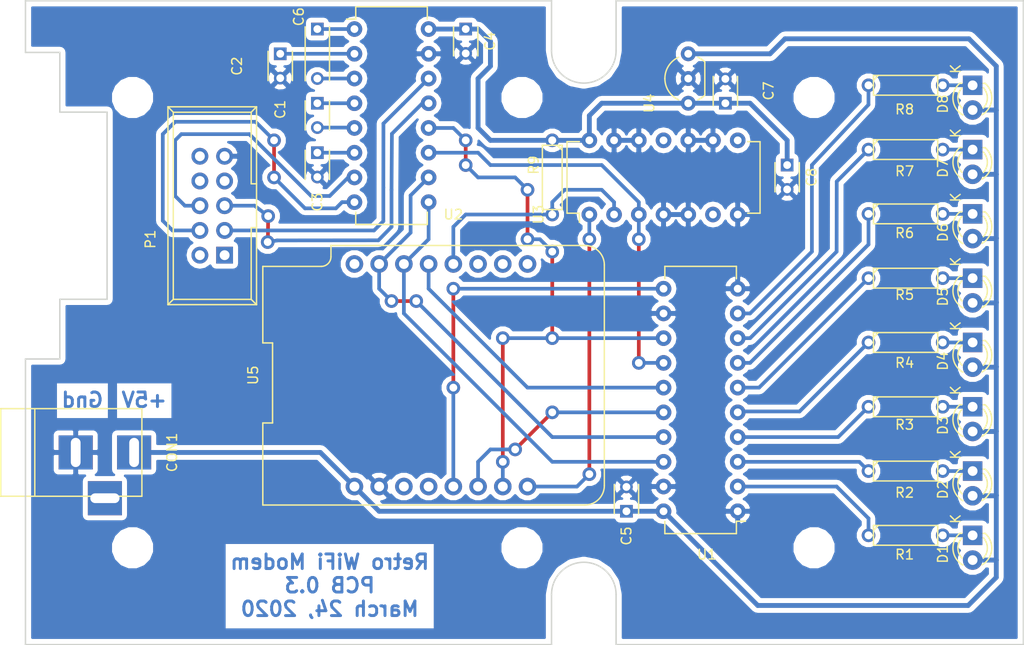
<source format=kicad_pcb>
(kicad_pcb (version 4) (host pcbnew 4.0.5+dfsg1-4)

  (general
    (links 79)
    (no_connects 0)
    (area 105.534379 75.754999 211.025001 142.045001)
    (thickness 1.6)
    (drawings 23)
    (tracks 214)
    (zones 0)
    (modules 38)
    (nets 54)
  )

  (page USLetter)
  (title_block
    (title "Retro WiFi Modem")
    (date 2020-03-24)
    (rev 0.3)
  )

  (layers
    (0 F.Cu signal)
    (31 B.Cu signal)
    (32 B.Adhes user)
    (33 F.Adhes user)
    (34 B.Paste user)
    (35 F.Paste user)
    (36 B.SilkS user)
    (37 F.SilkS user)
    (38 B.Mask user)
    (39 F.Mask user)
    (40 Dwgs.User user)
    (41 Cmts.User user)
    (42 Eco1.User user)
    (43 Eco2.User user)
    (44 Edge.Cuts user)
    (45 Margin user)
    (46 B.CrtYd user)
    (47 F.CrtYd user)
    (48 B.Fab user)
    (49 F.Fab user)
  )

  (setup
    (last_trace_width 0.38)
    (trace_clearance 0.2)
    (zone_clearance 0.508)
    (zone_45_only no)
    (trace_min 0.38)
    (segment_width 0.2)
    (edge_width 0.15)
    (via_size 1.4)
    (via_drill 0.9)
    (via_min_size 0.7)
    (via_min_drill 0.5)
    (user_via 1.4 0.8)
    (uvia_size 1.4)
    (uvia_drill 0.8)
    (uvias_allowed no)
    (uvia_min_size 0.9)
    (uvia_min_drill 0.5)
    (pcb_text_width 0.3)
    (pcb_text_size 1.5 1.5)
    (mod_edge_width 0.15)
    (mod_text_size 1 1)
    (mod_text_width 0.15)
    (pad_size 1.524 1.524)
    (pad_drill 0.762)
    (pad_to_mask_clearance 0.2)
    (aux_axis_origin 0 0)
    (visible_elements 7FFFFFFF)
    (pcbplotparams
      (layerselection 0x00030_80000001)
      (usegerberextensions false)
      (excludeedgelayer true)
      (linewidth 0.100000)
      (plotframeref false)
      (viasonmask false)
      (mode 1)
      (useauxorigin false)
      (hpglpennumber 1)
      (hpglpenspeed 20)
      (hpglpendiameter 15)
      (hpglpenoverlay 2)
      (psnegative false)
      (psa4output false)
      (plotreference true)
      (plotvalue true)
      (plotinvisibletext false)
      (padsonsilk false)
      (subtractmaskfromsilk false)
      (outputformat 1)
      (mirror false)
      (drillshape 0)
      (scaleselection 1)
      (outputdirectory ""))
  )

  (net 0 "")
  (net 1 "Net-(C1-Pad1)")
  (net 2 "Net-(C1-Pad2)")
  (net 3 "Net-(C2-Pad1)")
  (net 4 GND)
  (net 5 "Net-(C3-Pad1)")
  (net 6 +3V3)
  (net 7 +5V)
  (net 8 "Net-(C6-Pad1)")
  (net 9 "Net-(C6-Pad2)")
  (net 10 "Net-(D1-Pad1)")
  (net 11 "Net-(D2-Pad1)")
  (net 12 "Net-(D3-Pad1)")
  (net 13 "Net-(D4-Pad1)")
  (net 14 "Net-(D5-Pad1)")
  (net 15 "Net-(D6-Pad1)")
  (net 16 "Net-(D7-Pad1)")
  (net 17 "Net-(D8-Pad1)")
  (net 18 "Net-(P1-Pad1)")
  (net 19 "Net-(P1-Pad2)")
  (net 20 "Net-(P1-Pad3)")
  (net 21 "Net-(P1-Pad4)")
  (net 22 "Net-(P1-Pad5)")
  (net 23 "Net-(P1-Pad6)")
  (net 24 "Net-(P1-Pad7)")
  (net 25 "Net-(P1-Pad8)")
  (net 26 "Net-(R1-Pad1)")
  (net 27 "Net-(R2-Pad1)")
  (net 28 "Net-(R3-Pad1)")
  (net 29 "Net-(R4-Pad1)")
  (net 30 "Net-(R5-Pad1)")
  (net 31 "Net-(R6-Pad1)")
  (net 32 "Net-(R7-Pad1)")
  (net 33 "Net-(R8-Pad1)")
  (net 34 "Net-(R9-Pad2)")
  (net 35 "Net-(U1-Pad11)")
  (net 36 "Net-(U1-Pad13)")
  (net 37 "Net-(U1-Pad14)")
  (net 38 "Net-(U1-Pad15)")
  (net 39 "Net-(U1-Pad16)")
  (net 40 "Net-(U1-Pad17)")
  (net 41 "Net-(U1-Pad18)")
  (net 42 "Net-(U3-Pad1)")
  (net 43 "Net-(U5-Pad16)")
  (net 44 "Net-(U5-Pad4)")
  (net 45 "Net-(U5-Pad11)")
  (net 46 "Net-(U5-Pad10)")
  (net 47 "Net-(U5-Pad9)")
  (net 48 "Net-(U3-Pad6)")
  (net 49 "Net-(U3-Pad8)")
  (net 50 "Net-(U3-Pad11)")
  (net 51 "Net-(CON1-Pad3)")
  (net 52 "Net-(U5-Pad3)")
  (net 53 "Net-(P1-Pad10)")

  (net_class Default "This is the default net class."
    (clearance 0.2)
    (trace_width 0.38)
    (via_dia 1.4)
    (via_drill 0.9)
    (uvia_dia 1.4)
    (uvia_drill 0.8)
    (add_net "Net-(C1-Pad1)")
    (add_net "Net-(C1-Pad2)")
    (add_net "Net-(C2-Pad1)")
    (add_net "Net-(C3-Pad1)")
    (add_net "Net-(C6-Pad1)")
    (add_net "Net-(C6-Pad2)")
    (add_net "Net-(CON1-Pad3)")
    (add_net "Net-(D1-Pad1)")
    (add_net "Net-(D2-Pad1)")
    (add_net "Net-(D3-Pad1)")
    (add_net "Net-(D4-Pad1)")
    (add_net "Net-(D5-Pad1)")
    (add_net "Net-(D6-Pad1)")
    (add_net "Net-(D7-Pad1)")
    (add_net "Net-(D8-Pad1)")
    (add_net "Net-(P1-Pad1)")
    (add_net "Net-(P1-Pad10)")
    (add_net "Net-(P1-Pad2)")
    (add_net "Net-(P1-Pad3)")
    (add_net "Net-(P1-Pad4)")
    (add_net "Net-(P1-Pad5)")
    (add_net "Net-(P1-Pad6)")
    (add_net "Net-(P1-Pad7)")
    (add_net "Net-(P1-Pad8)")
    (add_net "Net-(R1-Pad1)")
    (add_net "Net-(R2-Pad1)")
    (add_net "Net-(R3-Pad1)")
    (add_net "Net-(R4-Pad1)")
    (add_net "Net-(R5-Pad1)")
    (add_net "Net-(R6-Pad1)")
    (add_net "Net-(R7-Pad1)")
    (add_net "Net-(R8-Pad1)")
    (add_net "Net-(R9-Pad2)")
    (add_net "Net-(U1-Pad11)")
    (add_net "Net-(U1-Pad13)")
    (add_net "Net-(U1-Pad14)")
    (add_net "Net-(U1-Pad15)")
    (add_net "Net-(U1-Pad16)")
    (add_net "Net-(U1-Pad17)")
    (add_net "Net-(U1-Pad18)")
    (add_net "Net-(U3-Pad1)")
    (add_net "Net-(U3-Pad11)")
    (add_net "Net-(U3-Pad6)")
    (add_net "Net-(U3-Pad8)")
    (add_net "Net-(U5-Pad10)")
    (add_net "Net-(U5-Pad11)")
    (add_net "Net-(U5-Pad16)")
    (add_net "Net-(U5-Pad3)")
    (add_net "Net-(U5-Pad4)")
    (add_net "Net-(U5-Pad9)")
  )

  (net_class Power ""
    (clearance 0.3)
    (trace_width 0.5)
    (via_dia 1.4)
    (via_drill 0.9)
    (uvia_dia 1.4)
    (uvia_drill 0.8)
    (add_net +3V3)
    (add_net +5V)
    (add_net GND)
  )

  (module WEMOS_D1_Mini:wemos-d1-mini-with-pin-header-and-connector (layer F.Cu) (tedit 5E7CEB0F) (tstamp 5E57CD5F)
    (at 151.13 114.3)
    (path /5E50B21B)
    (fp_text reference U5 (at -19.3 0 90) (layer F.SilkS)
      (effects (font (size 1 1) (thickness 0.15)))
    )
    (fp_text value WeMos_mini_D1 (at 0 0) (layer F.Fab)
      (effects (font (size 1 1) (thickness 0.15)))
    )
    (fp_line (start -18.3 13.33) (end 14.78 13.33) (layer F.SilkS) (width 0.15))
    (fp_line (start 16.78 11.33) (end 16.78 -11.33) (layer F.SilkS) (width 0.15))
    (fp_line (start 14.78 -13.33) (end -11.3 -13.33) (layer F.SilkS) (width 0.15))
    (fp_line (start -18.3 -11.18) (end -18.3 -3.32) (layer F.SilkS) (width 0.15))
    (fp_line (start -18.3 -3.32) (end -17.3 -3.32) (layer F.SilkS) (width 0.15))
    (fp_line (start -17.3 -3.32) (end -17.3 4.9) (layer F.SilkS) (width 0.15))
    (fp_line (start -17.3 4.9) (end -18.3 4.9) (layer F.SilkS) (width 0.15))
    (fp_line (start -18.3 4.9) (end -18.3 13.329999) (layer F.SilkS) (width 0.15))
    (fp_line (start -11.48 -13.5) (end 14.85 -13.5) (layer F.CrtYd) (width 0.05))
    (fp_line (start 16.94 -11.5) (end 16.94 11.5) (layer F.CrtYd) (width 0.05))
    (fp_line (start 14.94 13.5) (end -18.46 13.5) (layer F.CrtYd) (width 0.05))
    (fp_line (start -18.46 13.5) (end -18.46 -11.33) (layer F.CrtYd) (width 0.05))
    (fp_arc (start 14.78 -11.33) (end 14.78 -13.33) (angle 90) (layer F.SilkS) (width 0.15))
    (fp_arc (start 14.78 11.33) (end 16.78 11.33) (angle 90) (layer F.SilkS) (width 0.15))
    (fp_arc (start 14.94 11.5) (end 16.94 11.5) (angle 90) (layer F.CrtYd) (width 0.05))
    (fp_arc (start 14.94 -11.5) (end 14.85 -13.5) (angle 92.57657183) (layer F.CrtYd) (width 0.05))
    (fp_line (start -18.3 -11.18) (end -12.3 -11.18) (layer F.SilkS) (width 0.15))
    (fp_arc (start -12.3 -12.18) (end -11.3 -12.18) (angle 90) (layer F.SilkS) (width 0.15))
    (fp_line (start -11.3 -12.17) (end -11.3 -13.33) (layer F.SilkS) (width 0.15))
    (fp_line (start -11.3 -13.33) (end -11.3 -13.33) (layer F.SilkS) (width 0.15))
    (fp_line (start -11.48 -13.5) (end -11.48 -12.33) (layer F.CrtYd) (width 0.05))
    (fp_line (start -18.46 -11.33) (end -12.48 -11.33) (layer F.CrtYd) (width 0.05))
    (fp_arc (start -12.48 -12.33) (end -11.48 -12.33) (angle 90) (layer F.CrtYd) (width 0.05))
    (pad 16 thru_hole circle (at -8.89 -11.43) (size 1.8 1.8) (drill 1.016) (layers *.Cu *.Mask)
      (net 43 "Net-(U5-Pad16)"))
    (pad 1 thru_hole circle (at -8.89 11.43) (size 1.8 1.8) (drill 1.016) (layers *.Cu *.Mask)
      (net 7 +5V))
    (pad 15 thru_hole circle (at -6.35 -11.43) (size 1.8 1.8) (drill 1.016) (layers *.Cu *.Mask)
      (net 40 "Net-(U1-Pad17)"))
    (pad 2 thru_hole circle (at -6.35 11.43) (size 1.8 1.8) (drill 1.016) (layers *.Cu *.Mask)
      (net 4 GND))
    (pad 14 thru_hole circle (at -3.81 -11.43) (size 1.8 1.8) (drill 1.016) (layers *.Cu *.Mask)
      (net 41 "Net-(U1-Pad18)"))
    (pad 3 thru_hole circle (at -3.81 11.43) (size 1.8 1.8) (drill 1.016) (layers *.Cu *.Mask)
      (net 52 "Net-(U5-Pad3)"))
    (pad 13 thru_hole circle (at -1.27 -11.43) (size 1.8 1.8) (drill 1.016) (layers *.Cu *.Mask)
      (net 38 "Net-(U1-Pad15)"))
    (pad 4 thru_hole circle (at -1.27 11.43) (size 1.8 1.8) (drill 1.016) (layers *.Cu *.Mask)
      (net 44 "Net-(U5-Pad4)"))
    (pad 12 thru_hole circle (at 1.27 -11.43) (size 1.8 1.8) (drill 1.016) (layers *.Cu *.Mask)
      (net 34 "Net-(R9-Pad2)"))
    (pad 5 thru_hole circle (at 1.27 11.43) (size 1.8 1.8) (drill 1.016) (layers *.Cu *.Mask)
      (net 35 "Net-(U1-Pad11)"))
    (pad 11 thru_hole circle (at 3.81 -11.43) (size 1.8 1.8) (drill 1.016) (layers *.Cu *.Mask)
      (net 45 "Net-(U5-Pad11)"))
    (pad 6 thru_hole circle (at 3.81 11.43) (size 1.8 1.8) (drill 1.016) (layers *.Cu *.Mask)
      (net 39 "Net-(U1-Pad16)"))
    (pad 10 thru_hole circle (at 6.35 -11.43) (size 1.8 1.8) (drill 1.016) (layers *.Cu *.Mask)
      (net 46 "Net-(U5-Pad10)"))
    (pad 7 thru_hole circle (at 6.35 11.43) (size 1.8 1.8) (drill 1.016) (layers *.Cu *.Mask)
      (net 36 "Net-(U1-Pad13)"))
    (pad 9 thru_hole circle (at 8.89 -11.43) (size 1.8 1.8) (drill 1.016) (layers *.Cu *.Mask)
      (net 47 "Net-(U5-Pad9)"))
    (pad 8 thru_hole circle (at 8.89 11.43) (size 1.8 1.8) (drill 1.016) (layers *.Cu *.Mask)
      (net 42 "Net-(U3-Pad1)"))
  )

  (module Discret:R3 (layer F.Cu) (tedit 5E9FBF0A) (tstamp 5E609C68)
    (at 198.855 104.328)
    (descr "Resitance 3 pas")
    (tags R)
    (path /5E50D089)
    (fp_text reference R5 (at -0.1 1.717) (layer F.SilkS)
      (effects (font (size 1 1) (thickness 0.15)))
    )
    (fp_text value 560 (at 0 0.127) (layer F.Fab)
      (effects (font (size 1 1) (thickness 0.15)))
    )
    (fp_line (start -3.81 0) (end -3.302 0) (layer F.SilkS) (width 0.15))
    (fp_line (start 3.81 0) (end 3.302 0) (layer F.SilkS) (width 0.15))
    (fp_line (start 3.302 0) (end 3.302 -1.016) (layer F.SilkS) (width 0.15))
    (fp_line (start 3.302 -1.016) (end -3.302 -1.016) (layer F.SilkS) (width 0.15))
    (fp_line (start -3.302 -1.016) (end -3.302 1.016) (layer F.SilkS) (width 0.15))
    (fp_line (start -3.302 1.016) (end 3.302 1.016) (layer F.SilkS) (width 0.15))
    (fp_line (start 3.302 1.016) (end 3.302 0) (layer F.SilkS) (width 0.15))
    (fp_line (start -3.302 -0.508) (end -2.794 -1.016) (layer F.SilkS) (width 0.15))
    (pad 1 thru_hole circle (at -3.81 0) (size 1.397 1.397) (drill 0.8128) (layers *.Cu *.Mask)
      (net 30 "Net-(R5-Pad1)"))
    (pad 2 thru_hole circle (at 3.81 0) (size 1.397 1.397) (drill 0.8128) (layers *.Cu *.Mask)
      (net 14 "Net-(D5-Pad1)"))
    (model Discret.3dshapes/R3.wrl
      (at (xyz 0 0 0))
      (scale (xyz 0.3 0.3 0.3))
      (rotate (xyz 0 0 0))
    )
  )

  (module LEDs:LED-3MM (layer F.Cu) (tedit 5E7CEA56) (tstamp 5E57CBE4)
    (at 205.74 110.932 270)
    (descr "LED 3mm round vertical")
    (tags "LED  3mm round vertical")
    (path /5E50BD48)
    (fp_text reference D4 (at 1.91 3.06 270) (layer F.SilkS)
      (effects (font (size 1 1) (thickness 0.15)))
    )
    (fp_text value RI (at 1.3 -2.9 270) (layer F.Fab)
      (effects (font (size 1 1) (thickness 0.15)))
    )
    (fp_line (start -1.2 2.3) (end 3.8 2.3) (layer F.CrtYd) (width 0.05))
    (fp_line (start 3.8 2.3) (end 3.8 -2.2) (layer F.CrtYd) (width 0.05))
    (fp_line (start 3.8 -2.2) (end -1.2 -2.2) (layer F.CrtYd) (width 0.05))
    (fp_line (start -1.2 -2.2) (end -1.2 2.3) (layer F.CrtYd) (width 0.05))
    (fp_line (start -0.199 1.314) (end -0.199 1.114) (layer F.SilkS) (width 0.15))
    (fp_line (start -0.199 -1.28) (end -0.199 -1.1) (layer F.SilkS) (width 0.15))
    (fp_arc (start 1.301 0.034) (end -0.199 -1.286) (angle 108.5) (layer F.SilkS) (width 0.15))
    (fp_arc (start 1.301 0.034) (end 0.25 -1.1) (angle 85.7) (layer F.SilkS) (width 0.15))
    (fp_arc (start 1.311 0.034) (end 3.051 0.994) (angle 110) (layer F.SilkS) (width 0.15))
    (fp_arc (start 1.301 0.034) (end 2.335 1.094) (angle 87.5) (layer F.SilkS) (width 0.15))
    (fp_text user K (at -1.69 1.74 270) (layer F.SilkS)
      (effects (font (size 1 1) (thickness 0.15)))
    )
    (pad 1 thru_hole rect (at 0 0) (size 2 2) (drill 1.00076) (layers *.Cu *.Mask)
      (net 13 "Net-(D4-Pad1)"))
    (pad 2 thru_hole circle (at 2.54 0 270) (size 2 2) (drill 1.00076) (layers *.Cu *.Mask)
      (net 7 +5V))
    (model LED_THT.3dshapes/LED_SideEmitter_Rectangular_W4.5mm_H4.8mm.wrl
      (at (xyz 0 0 0))
      (scale (xyz 1 1 1))
      (rotate (xyz 0 0 0))
    )
  )

  (module Capacitors_THT:C_Disc_D3_P2.5 (layer F.Cu) (tedit 5E9FBEA1) (tstamp 5E57CB58)
    (at 138.43 86.36 270)
    (descr "Capacitor 3mm Disc, Pitch 2.5mm")
    (tags Capacitor)
    (path /5E5104FF)
    (fp_text reference C1 (at 0.635 3.81 270) (layer F.SilkS)
      (effects (font (size 1 1) (thickness 0.15)))
    )
    (fp_text value 100nF (at 1.25 2.5 270) (layer F.Fab)
      (effects (font (size 1 1) (thickness 0.15)))
    )
    (fp_line (start -0.9 -1.5) (end 3.4 -1.5) (layer F.CrtYd) (width 0.05))
    (fp_line (start 3.4 -1.5) (end 3.4 1.5) (layer F.CrtYd) (width 0.05))
    (fp_line (start 3.4 1.5) (end -0.9 1.5) (layer F.CrtYd) (width 0.05))
    (fp_line (start -0.9 1.5) (end -0.9 -1.5) (layer F.CrtYd) (width 0.05))
    (fp_line (start -0.25 -1.25) (end 2.75 -1.25) (layer F.SilkS) (width 0.15))
    (fp_line (start 2.75 1.25) (end -0.25 1.25) (layer F.SilkS) (width 0.15))
    (pad 1 thru_hole rect (at 0 0 270) (size 1.3 1.3) (drill 0.8) (layers *.Cu *.Mask)
      (net 1 "Net-(C1-Pad1)"))
    (pad 2 thru_hole circle (at 2.5 0 270) (size 1.3 1.3) (drill 0.8001) (layers *.Cu *.Mask)
      (net 2 "Net-(C1-Pad2)"))
    (model Capacitors_ThroughHole.3dshapes/C_Disc_D3_P2.5.wrl
      (at (xyz 0.0492126 0 0))
      (scale (xyz 1 1 1))
      (rotate (xyz 0 0 0))
    )
  )

  (module Capacitors_THT:C_Disc_D3_P2.5 (layer F.Cu) (tedit 5E9FBEB2) (tstamp 5E57CB64)
    (at 134.62 81.28 270)
    (descr "Capacitor 3mm Disc, Pitch 2.5mm")
    (tags Capacitor)
    (path /5E51065C)
    (fp_text reference C2 (at 1.27 4.445 270) (layer F.SilkS)
      (effects (font (size 1 1) (thickness 0.15)))
    )
    (fp_text value 100nF (at 1.25 2.5 270) (layer F.Fab)
      (effects (font (size 1 1) (thickness 0.15)))
    )
    (fp_line (start -0.9 -1.5) (end 3.4 -1.5) (layer F.CrtYd) (width 0.05))
    (fp_line (start 3.4 -1.5) (end 3.4 1.5) (layer F.CrtYd) (width 0.05))
    (fp_line (start 3.4 1.5) (end -0.9 1.5) (layer F.CrtYd) (width 0.05))
    (fp_line (start -0.9 1.5) (end -0.9 -1.5) (layer F.CrtYd) (width 0.05))
    (fp_line (start -0.25 -1.25) (end 2.75 -1.25) (layer F.SilkS) (width 0.15))
    (fp_line (start 2.75 1.25) (end -0.25 1.25) (layer F.SilkS) (width 0.15))
    (pad 1 thru_hole rect (at 0 0 270) (size 1.3 1.3) (drill 0.8) (layers *.Cu *.Mask)
      (net 3 "Net-(C2-Pad1)"))
    (pad 2 thru_hole circle (at 2.5 0 270) (size 1.3 1.3) (drill 0.8001) (layers *.Cu *.Mask)
      (net 4 GND))
    (model Capacitors_ThroughHole.3dshapes/C_Disc_D3_P2.5.wrl
      (at (xyz 0.0492126 0 0))
      (scale (xyz 1 1 1))
      (rotate (xyz 0 0 0))
    )
  )

  (module Capacitors_THT:C_Disc_D3_P2.5 (layer F.Cu) (tedit 5E9FBEA5) (tstamp 5E57CB70)
    (at 138.43 91.44 270)
    (descr "Capacitor 3mm Disc, Pitch 2.5mm")
    (tags Capacitor)
    (path /5E5106EA)
    (fp_text reference C3 (at 5.08 0 270) (layer F.SilkS)
      (effects (font (size 1 1) (thickness 0.15)))
    )
    (fp_text value 100nF (at 1.25 2.5 270) (layer F.Fab)
      (effects (font (size 1 1) (thickness 0.15)))
    )
    (fp_line (start -0.9 -1.5) (end 3.4 -1.5) (layer F.CrtYd) (width 0.05))
    (fp_line (start 3.4 -1.5) (end 3.4 1.5) (layer F.CrtYd) (width 0.05))
    (fp_line (start 3.4 1.5) (end -0.9 1.5) (layer F.CrtYd) (width 0.05))
    (fp_line (start -0.9 1.5) (end -0.9 -1.5) (layer F.CrtYd) (width 0.05))
    (fp_line (start -0.25 -1.25) (end 2.75 -1.25) (layer F.SilkS) (width 0.15))
    (fp_line (start 2.75 1.25) (end -0.25 1.25) (layer F.SilkS) (width 0.15))
    (pad 1 thru_hole rect (at 0 0 270) (size 1.3 1.3) (drill 0.8) (layers *.Cu *.Mask)
      (net 5 "Net-(C3-Pad1)"))
    (pad 2 thru_hole circle (at 2.5 0 270) (size 1.3 1.3) (drill 0.8001) (layers *.Cu *.Mask)
      (net 4 GND))
    (model Capacitors_ThroughHole.3dshapes/C_Disc_D3_P2.5.wrl
      (at (xyz 0.0492126 0 0))
      (scale (xyz 1 1 1))
      (rotate (xyz 0 0 0))
    )
  )

  (module Capacitors_THT:C_Disc_D3_P2.5 (layer F.Cu) (tedit 5E7CEB93) (tstamp 5E57CB7C)
    (at 153.67 78.74 270)
    (descr "Capacitor 3mm Disc, Pitch 2.5mm")
    (tags Capacitor)
    (path /5E5119BD)
    (fp_text reference C4 (at 1.25 -2.5 270) (layer F.SilkS)
      (effects (font (size 1 1) (thickness 0.15)))
    )
    (fp_text value 100nF (at 1.38 1.93 270) (layer F.Fab)
      (effects (font (size 1 1) (thickness 0.15)))
    )
    (fp_line (start -0.9 -1.5) (end 3.4 -1.5) (layer F.CrtYd) (width 0.05))
    (fp_line (start 3.4 -1.5) (end 3.4 1.5) (layer F.CrtYd) (width 0.05))
    (fp_line (start 3.4 1.5) (end -0.9 1.5) (layer F.CrtYd) (width 0.05))
    (fp_line (start -0.9 1.5) (end -0.9 -1.5) (layer F.CrtYd) (width 0.05))
    (fp_line (start -0.25 -1.25) (end 2.75 -1.25) (layer F.SilkS) (width 0.15))
    (fp_line (start 2.75 1.25) (end -0.25 1.25) (layer F.SilkS) (width 0.15))
    (pad 1 thru_hole rect (at 0 0 270) (size 1.3 1.3) (drill 0.8) (layers *.Cu *.Mask)
      (net 6 +3V3))
    (pad 2 thru_hole circle (at 2.5 0 270) (size 1.3 1.3) (drill 0.8001) (layers *.Cu *.Mask)
      (net 4 GND))
    (model Capacitors_ThroughHole.3dshapes/C_Disc_D3_P2.5.wrl
      (at (xyz 0.0492126 0 0))
      (scale (xyz 1 1 1))
      (rotate (xyz 0 0 0))
    )
  )

  (module Capacitors_THT:C_Disc_D3_P2.5 (layer F.Cu) (tedit 5E9FBECB) (tstamp 5E57CB88)
    (at 170.18 128.27 90)
    (descr "Capacitor 3mm Disc, Pitch 2.5mm")
    (tags Capacitor)
    (path /5E511436)
    (fp_text reference C5 (at -2.54 0 90) (layer F.SilkS)
      (effects (font (size 1 1) (thickness 0.15)))
    )
    (fp_text value 100nF (at 1.33 -2.15 90) (layer F.Fab)
      (effects (font (size 1 1) (thickness 0.15)))
    )
    (fp_line (start -0.9 -1.5) (end 3.4 -1.5) (layer F.CrtYd) (width 0.05))
    (fp_line (start 3.4 -1.5) (end 3.4 1.5) (layer F.CrtYd) (width 0.05))
    (fp_line (start 3.4 1.5) (end -0.9 1.5) (layer F.CrtYd) (width 0.05))
    (fp_line (start -0.9 1.5) (end -0.9 -1.5) (layer F.CrtYd) (width 0.05))
    (fp_line (start -0.25 -1.25) (end 2.75 -1.25) (layer F.SilkS) (width 0.15))
    (fp_line (start 2.75 1.25) (end -0.25 1.25) (layer F.SilkS) (width 0.15))
    (pad 1 thru_hole rect (at 0 0 90) (size 1.3 1.3) (drill 0.8) (layers *.Cu *.Mask)
      (net 7 +5V))
    (pad 2 thru_hole circle (at 2.5 0 90) (size 1.3 1.3) (drill 0.8001) (layers *.Cu *.Mask)
      (net 4 GND))
    (model Capacitors_ThroughHole.3dshapes/C_Disc_D3_P2.5.wrl
      (at (xyz 0.0492126 0 0))
      (scale (xyz 1 1 1))
      (rotate (xyz 0 0 0))
    )
  )

  (module Capacitors_THT:C_Disc_D3_P2.5 (layer F.Cu) (tedit 5E9FBEC1) (tstamp 5E57CBA0)
    (at 180.34 86.36 90)
    (descr "Capacitor 3mm Disc, Pitch 2.5mm")
    (tags Capacitor)
    (path /5E51312D)
    (fp_text reference C7 (at 1.27 4.445 90) (layer F.SilkS)
      (effects (font (size 1 1) (thickness 0.15)))
    )
    (fp_text value 1uF (at 1.25 2.5 90) (layer F.Fab)
      (effects (font (size 1 1) (thickness 0.15)))
    )
    (fp_line (start -0.9 -1.5) (end 3.4 -1.5) (layer F.CrtYd) (width 0.05))
    (fp_line (start 3.4 -1.5) (end 3.4 1.5) (layer F.CrtYd) (width 0.05))
    (fp_line (start 3.4 1.5) (end -0.9 1.5) (layer F.CrtYd) (width 0.05))
    (fp_line (start -0.9 1.5) (end -0.9 -1.5) (layer F.CrtYd) (width 0.05))
    (fp_line (start -0.25 -1.25) (end 2.75 -1.25) (layer F.SilkS) (width 0.15))
    (fp_line (start 2.75 1.25) (end -0.25 1.25) (layer F.SilkS) (width 0.15))
    (pad 1 thru_hole rect (at 0 0 90) (size 1.3 1.3) (drill 0.8) (layers *.Cu *.Mask)
      (net 6 +3V3))
    (pad 2 thru_hole circle (at 2.5 0 90) (size 1.3 1.3) (drill 0.8001) (layers *.Cu *.Mask)
      (net 4 GND))
    (model Capacitors_ThroughHole.3dshapes/C_Disc_D3_P2.5.wrl
      (at (xyz 0.0492126 0 0))
      (scale (xyz 1 1 1))
      (rotate (xyz 0 0 0))
    )
  )

  (module LEDs:LED-3MM (layer F.Cu) (tedit 5E7CEA2D) (tstamp 5E57CBB1)
    (at 205.74 130.744 270)
    (descr "LED 3mm round vertical")
    (tags "LED  3mm round vertical")
    (path /5E50BDC1)
    (fp_text reference D1 (at 1.91 3.06 270) (layer F.SilkS)
      (effects (font (size 1 1) (thickness 0.15)))
    )
    (fp_text value RTS (at 1.3 -2.9 270) (layer F.Fab)
      (effects (font (size 1 1) (thickness 0.15)))
    )
    (fp_line (start -1.2 2.3) (end 3.8 2.3) (layer F.CrtYd) (width 0.05))
    (fp_line (start 3.8 2.3) (end 3.8 -2.2) (layer F.CrtYd) (width 0.05))
    (fp_line (start 3.8 -2.2) (end -1.2 -2.2) (layer F.CrtYd) (width 0.05))
    (fp_line (start -1.2 -2.2) (end -1.2 2.3) (layer F.CrtYd) (width 0.05))
    (fp_line (start -0.199 1.314) (end -0.199 1.114) (layer F.SilkS) (width 0.15))
    (fp_line (start -0.199 -1.28) (end -0.199 -1.1) (layer F.SilkS) (width 0.15))
    (fp_arc (start 1.301 0.034) (end -0.199 -1.286) (angle 108.5) (layer F.SilkS) (width 0.15))
    (fp_arc (start 1.301 0.034) (end 0.25 -1.1) (angle 85.7) (layer F.SilkS) (width 0.15))
    (fp_arc (start 1.311 0.034) (end 3.051 0.994) (angle 110) (layer F.SilkS) (width 0.15))
    (fp_arc (start 1.301 0.034) (end 2.335 1.094) (angle 87.5) (layer F.SilkS) (width 0.15))
    (fp_text user K (at -1.69 1.74 270) (layer F.SilkS)
      (effects (font (size 1 1) (thickness 0.15)))
    )
    (pad 1 thru_hole rect (at 0 0) (size 2 2) (drill 1.00076) (layers *.Cu *.Mask)
      (net 10 "Net-(D1-Pad1)"))
    (pad 2 thru_hole circle (at 2.54 0 270) (size 2 2) (drill 1.00076) (layers *.Cu *.Mask)
      (net 7 +5V))
    (model LED_THT.3dshapes/LED_SideEmitter_Rectangular_W4.5mm_H4.8mm.wrl
      (at (xyz 0 0 0))
      (scale (xyz 1 1 1))
      (rotate (xyz 0 0 0))
    )
  )

  (module LEDs:LED-3MM (layer F.Cu) (tedit 5E7CEA3E) (tstamp 5E57CBC2)
    (at 205.74 124.14 270)
    (descr "LED 3mm round vertical")
    (tags "LED  3mm round vertical")
    (path /5E50BD80)
    (fp_text reference D2 (at 1.91 3.06 270) (layer F.SilkS)
      (effects (font (size 1 1) (thickness 0.15)))
    )
    (fp_text value CTS (at 1.3 -2.9 270) (layer F.Fab)
      (effects (font (size 1 1) (thickness 0.15)))
    )
    (fp_line (start -1.2 2.3) (end 3.8 2.3) (layer F.CrtYd) (width 0.05))
    (fp_line (start 3.8 2.3) (end 3.8 -2.2) (layer F.CrtYd) (width 0.05))
    (fp_line (start 3.8 -2.2) (end -1.2 -2.2) (layer F.CrtYd) (width 0.05))
    (fp_line (start -1.2 -2.2) (end -1.2 2.3) (layer F.CrtYd) (width 0.05))
    (fp_line (start -0.199 1.314) (end -0.199 1.114) (layer F.SilkS) (width 0.15))
    (fp_line (start -0.199 -1.28) (end -0.199 -1.1) (layer F.SilkS) (width 0.15))
    (fp_arc (start 1.301 0.034) (end -0.199 -1.286) (angle 108.5) (layer F.SilkS) (width 0.15))
    (fp_arc (start 1.301 0.034) (end 0.25 -1.1) (angle 85.7) (layer F.SilkS) (width 0.15))
    (fp_arc (start 1.311 0.034) (end 3.051 0.994) (angle 110) (layer F.SilkS) (width 0.15))
    (fp_arc (start 1.301 0.034) (end 2.335 1.094) (angle 87.5) (layer F.SilkS) (width 0.15))
    (fp_text user K (at -1.69 1.74 270) (layer F.SilkS)
      (effects (font (size 1 1) (thickness 0.15)))
    )
    (pad 1 thru_hole rect (at 0 0) (size 2 2) (drill 1.00076) (layers *.Cu *.Mask)
      (net 11 "Net-(D2-Pad1)"))
    (pad 2 thru_hole circle (at 2.54 0 270) (size 2 2) (drill 1.00076) (layers *.Cu *.Mask)
      (net 7 +5V))
    (model LED_THT.3dshapes/LED_SideEmitter_Rectangular_W4.5mm_H4.8mm.wrl
      (at (xyz 0 0 0))
      (scale (xyz 1 1 1))
      (rotate (xyz 0 0 0))
    )
  )

  (module LEDs:LED-3MM (layer F.Cu) (tedit 5E7CEA50) (tstamp 5E57CBD3)
    (at 205.74 117.536 270)
    (descr "LED 3mm round vertical")
    (tags "LED  3mm round vertical")
    (path /5E50BCDD)
    (fp_text reference D3 (at 1.91 3.06 270) (layer F.SilkS)
      (effects (font (size 1 1) (thickness 0.15)))
    )
    (fp_text value DCD (at 1.3 -2.9 270) (layer F.Fab)
      (effects (font (size 1 1) (thickness 0.15)))
    )
    (fp_line (start -1.2 2.3) (end 3.8 2.3) (layer F.CrtYd) (width 0.05))
    (fp_line (start 3.8 2.3) (end 3.8 -2.2) (layer F.CrtYd) (width 0.05))
    (fp_line (start 3.8 -2.2) (end -1.2 -2.2) (layer F.CrtYd) (width 0.05))
    (fp_line (start -1.2 -2.2) (end -1.2 2.3) (layer F.CrtYd) (width 0.05))
    (fp_line (start -0.199 1.314) (end -0.199 1.114) (layer F.SilkS) (width 0.15))
    (fp_line (start -0.199 -1.28) (end -0.199 -1.1) (layer F.SilkS) (width 0.15))
    (fp_arc (start 1.301 0.034) (end -0.199 -1.286) (angle 108.5) (layer F.SilkS) (width 0.15))
    (fp_arc (start 1.301 0.034) (end 0.25 -1.1) (angle 85.7) (layer F.SilkS) (width 0.15))
    (fp_arc (start 1.311 0.034) (end 3.051 0.994) (angle 110) (layer F.SilkS) (width 0.15))
    (fp_arc (start 1.301 0.034) (end 2.335 1.094) (angle 87.5) (layer F.SilkS) (width 0.15))
    (fp_text user K (at -1.69 1.74 270) (layer F.SilkS)
      (effects (font (size 1 1) (thickness 0.15)))
    )
    (pad 1 thru_hole rect (at 0 0) (size 2 2) (drill 1.00076) (layers *.Cu *.Mask)
      (net 12 "Net-(D3-Pad1)"))
    (pad 2 thru_hole circle (at 2.54 0 270) (size 2 2) (drill 1.00076) (layers *.Cu *.Mask)
      (net 7 +5V))
    (model LED_THT.3dshapes/LED_SideEmitter_Rectangular_W4.5mm_H4.8mm.wrl
      (at (xyz 0 0 0))
      (scale (xyz 1 1 1))
      (rotate (xyz 0 0 0))
    )
  )

  (module LEDs:LED-3MM (layer F.Cu) (tedit 5E7CEAED) (tstamp 5E57CBF5)
    (at 205.74 104.328 270)
    (descr "LED 3mm round vertical")
    (tags "LED  3mm round vertical")
    (path /5E50BE1F)
    (fp_text reference D5 (at 1.91 3.06 270) (layer F.SilkS)
      (effects (font (size 1 1) (thickness 0.15)))
    )
    (fp_text value RxD (at 1.3 -2.9 270) (layer F.Fab)
      (effects (font (size 1 1) (thickness 0.15)))
    )
    (fp_line (start -1.2 2.3) (end 3.8 2.3) (layer F.CrtYd) (width 0.05))
    (fp_line (start 3.8 2.3) (end 3.8 -2.2) (layer F.CrtYd) (width 0.05))
    (fp_line (start 3.8 -2.2) (end -1.2 -2.2) (layer F.CrtYd) (width 0.05))
    (fp_line (start -1.2 -2.2) (end -1.2 2.3) (layer F.CrtYd) (width 0.05))
    (fp_line (start -0.199 1.314) (end -0.199 1.114) (layer F.SilkS) (width 0.15))
    (fp_line (start -0.199 -1.28) (end -0.199 -1.1) (layer F.SilkS) (width 0.15))
    (fp_arc (start 1.301 0.034) (end -0.199 -1.286) (angle 108.5) (layer F.SilkS) (width 0.15))
    (fp_arc (start 1.301 0.034) (end 0.25 -1.1) (angle 85.7) (layer F.SilkS) (width 0.15))
    (fp_arc (start 1.311 0.034) (end 3.051 0.994) (angle 110) (layer F.SilkS) (width 0.15))
    (fp_arc (start 1.301 0.034) (end 2.335 1.094) (angle 87.5) (layer F.SilkS) (width 0.15))
    (fp_text user K (at -1.69 1.74 270) (layer F.SilkS)
      (effects (font (size 1 1) (thickness 0.15)))
    )
    (pad 1 thru_hole rect (at 0 0) (size 2 2) (drill 1.00076) (layers *.Cu *.Mask)
      (net 14 "Net-(D5-Pad1)"))
    (pad 2 thru_hole circle (at 2.54 0 270) (size 2 2) (drill 1.00076) (layers *.Cu *.Mask)
      (net 7 +5V))
    (model LED_THT.3dshapes/LED_SideEmitter_Rectangular_W4.5mm_H4.8mm.wrl
      (at (xyz 0 0 0))
      (scale (xyz 1 1 1))
      (rotate (xyz 0 0 0))
    )
  )

  (module LEDs:LED-3MM (layer F.Cu) (tedit 5E7CEAE8) (tstamp 5E57CC06)
    (at 205.74 97.724 270)
    (descr "LED 3mm round vertical")
    (tags "LED  3mm round vertical")
    (path /5E50BE68)
    (fp_text reference D6 (at 1.91 3.06 270) (layer F.SilkS)
      (effects (font (size 1 1) (thickness 0.15)))
    )
    (fp_text value TxD (at 1.3 -2.9 270) (layer F.Fab)
      (effects (font (size 1 1) (thickness 0.15)))
    )
    (fp_line (start -1.2 2.3) (end 3.8 2.3) (layer F.CrtYd) (width 0.05))
    (fp_line (start 3.8 2.3) (end 3.8 -2.2) (layer F.CrtYd) (width 0.05))
    (fp_line (start 3.8 -2.2) (end -1.2 -2.2) (layer F.CrtYd) (width 0.05))
    (fp_line (start -1.2 -2.2) (end -1.2 2.3) (layer F.CrtYd) (width 0.05))
    (fp_line (start -0.199 1.314) (end -0.199 1.114) (layer F.SilkS) (width 0.15))
    (fp_line (start -0.199 -1.28) (end -0.199 -1.1) (layer F.SilkS) (width 0.15))
    (fp_arc (start 1.301 0.034) (end -0.199 -1.286) (angle 108.5) (layer F.SilkS) (width 0.15))
    (fp_arc (start 1.301 0.034) (end 0.25 -1.1) (angle 85.7) (layer F.SilkS) (width 0.15))
    (fp_arc (start 1.311 0.034) (end 3.051 0.994) (angle 110) (layer F.SilkS) (width 0.15))
    (fp_arc (start 1.301 0.034) (end 2.335 1.094) (angle 87.5) (layer F.SilkS) (width 0.15))
    (fp_text user K (at -1.69 1.74 270) (layer F.SilkS)
      (effects (font (size 1 1) (thickness 0.15)))
    )
    (pad 1 thru_hole rect (at 0 0) (size 2 2) (drill 1.00076) (layers *.Cu *.Mask)
      (net 15 "Net-(D6-Pad1)"))
    (pad 2 thru_hole circle (at 2.54 0 270) (size 2 2) (drill 1.00076) (layers *.Cu *.Mask)
      (net 7 +5V))
    (model LED_THT.3dshapes/LED_SideEmitter_Rectangular_W4.5mm_H4.8mm.wrl
      (at (xyz 0 0 0))
      (scale (xyz 1 1 1))
      (rotate (xyz 0 0 0))
    )
  )

  (module LEDs:LED-3MM (layer F.Cu) (tedit 5E7CEABA) (tstamp 5E57CC17)
    (at 205.74 91.12 270)
    (descr "LED 3mm round vertical")
    (tags "LED  3mm round vertical")
    (path /5E50BEAA)
    (fp_text reference D7 (at 1.91 3.06 270) (layer F.SilkS)
      (effects (font (size 1 1) (thickness 0.15)))
    )
    (fp_text value DTR (at 1.3 -2.9 270) (layer F.Fab)
      (effects (font (size 1 1) (thickness 0.15)))
    )
    (fp_line (start -1.2 2.3) (end 3.8 2.3) (layer F.CrtYd) (width 0.05))
    (fp_line (start 3.8 2.3) (end 3.8 -2.2) (layer F.CrtYd) (width 0.05))
    (fp_line (start 3.8 -2.2) (end -1.2 -2.2) (layer F.CrtYd) (width 0.05))
    (fp_line (start -1.2 -2.2) (end -1.2 2.3) (layer F.CrtYd) (width 0.05))
    (fp_line (start -0.199 1.314) (end -0.199 1.114) (layer F.SilkS) (width 0.15))
    (fp_line (start -0.199 -1.28) (end -0.199 -1.1) (layer F.SilkS) (width 0.15))
    (fp_arc (start 1.301 0.034) (end -0.199 -1.286) (angle 108.5) (layer F.SilkS) (width 0.15))
    (fp_arc (start 1.301 0.034) (end 0.25 -1.1) (angle 85.7) (layer F.SilkS) (width 0.15))
    (fp_arc (start 1.311 0.034) (end 3.051 0.994) (angle 110) (layer F.SilkS) (width 0.15))
    (fp_arc (start 1.301 0.034) (end 2.335 1.094) (angle 87.5) (layer F.SilkS) (width 0.15))
    (fp_text user K (at -1.69 1.74 270) (layer F.SilkS)
      (effects (font (size 1 1) (thickness 0.15)))
    )
    (pad 1 thru_hole rect (at 0 0) (size 2 2) (drill 1.00076) (layers *.Cu *.Mask)
      (net 16 "Net-(D7-Pad1)"))
    (pad 2 thru_hole circle (at 2.54 0 270) (size 2 2) (drill 1.00076) (layers *.Cu *.Mask)
      (net 7 +5V))
    (model LED_THT.3dshapes/LED_SideEmitter_Rectangular_W4.5mm_H4.8mm.wrl
      (at (xyz 0 0 0))
      (scale (xyz 1 1 1))
      (rotate (xyz 0 0 0))
    )
  )

  (module LEDs:LED-3MM (layer F.Cu) (tedit 5E7CEAB4) (tstamp 5E57CC28)
    (at 205.74 84.516 270)
    (descr "LED 3mm round vertical")
    (tags "LED  3mm round vertical")
    (path /5E50BEEF)
    (fp_text reference D8 (at 1.91 3.06 270) (layer F.SilkS)
      (effects (font (size 1 1) (thickness 0.15)))
    )
    (fp_text value DSR (at 1.3 -2.9 270) (layer F.Fab)
      (effects (font (size 1 1) (thickness 0.15)))
    )
    (fp_line (start -1.2 2.3) (end 3.8 2.3) (layer F.CrtYd) (width 0.05))
    (fp_line (start 3.8 2.3) (end 3.8 -2.2) (layer F.CrtYd) (width 0.05))
    (fp_line (start 3.8 -2.2) (end -1.2 -2.2) (layer F.CrtYd) (width 0.05))
    (fp_line (start -1.2 -2.2) (end -1.2 2.3) (layer F.CrtYd) (width 0.05))
    (fp_line (start -0.199 1.314) (end -0.199 1.114) (layer F.SilkS) (width 0.15))
    (fp_line (start -0.199 -1.28) (end -0.199 -1.1) (layer F.SilkS) (width 0.15))
    (fp_arc (start 1.301 0.034) (end -0.199 -1.286) (angle 108.5) (layer F.SilkS) (width 0.15))
    (fp_arc (start 1.301 0.034) (end 0.25 -1.1) (angle 85.7) (layer F.SilkS) (width 0.15))
    (fp_arc (start 1.311 0.034) (end 3.051 0.994) (angle 110) (layer F.SilkS) (width 0.15))
    (fp_arc (start 1.301 0.034) (end 2.335 1.094) (angle 87.5) (layer F.SilkS) (width 0.15))
    (fp_text user K (at -1.69 1.74 270) (layer F.SilkS)
      (effects (font (size 1 1) (thickness 0.15)))
    )
    (pad 1 thru_hole rect (at 0 0) (size 2 2) (drill 1.00076) (layers *.Cu *.Mask)
      (net 17 "Net-(D8-Pad1)"))
    (pad 2 thru_hole circle (at 2.54 0 270) (size 2 2) (drill 1.00076) (layers *.Cu *.Mask)
      (net 7 +5V))
    (model LED_THT.3dshapes/LED_SideEmitter_Rectangular_W4.5mm_H4.8mm.wrl
      (at (xyz 0 0 0))
      (scale (xyz 1 1 1))
      (rotate (xyz 0 0 0))
    )
  )

  (module Connectors:IDC_Header_Straight_10pins (layer F.Cu) (tedit 5E9FBF70) (tstamp 5E57CC49)
    (at 128.905 101.965 90)
    (descr "10 pins through hole IDC header")
    (tags "IDC header socket VASCH")
    (path /5E50B2EC)
    (fp_text reference P1 (at 1.635 -7.62 90) (layer F.SilkS)
      (effects (font (size 1 1) (thickness 0.15)))
    )
    (fp_text value RS232 (at 5.945 -7.215 90) (layer F.Fab)
      (effects (font (size 1 1) (thickness 0.15)))
    )
    (fp_line (start -5.08 -5.82) (end 15.24 -5.82) (layer F.SilkS) (width 0.15))
    (fp_line (start -4.54 -5.27) (end 14.68 -5.27) (layer F.SilkS) (width 0.15))
    (fp_line (start -5.08 3.28) (end 15.24 3.28) (layer F.SilkS) (width 0.15))
    (fp_line (start -4.54 2.73) (end 2.83 2.73) (layer F.SilkS) (width 0.15))
    (fp_line (start 7.33 2.73) (end 14.68 2.73) (layer F.SilkS) (width 0.15))
    (fp_line (start 2.83 2.73) (end 2.83 3.28) (layer F.SilkS) (width 0.15))
    (fp_line (start 7.33 2.73) (end 7.33 3.28) (layer F.SilkS) (width 0.15))
    (fp_line (start -5.08 -5.82) (end -5.08 3.28) (layer F.SilkS) (width 0.15))
    (fp_line (start -4.54 -5.27) (end -4.54 2.73) (layer F.SilkS) (width 0.15))
    (fp_line (start 15.24 -5.82) (end 15.24 3.28) (layer F.SilkS) (width 0.15))
    (fp_line (start 14.68 -5.27) (end 14.68 2.73) (layer F.SilkS) (width 0.15))
    (fp_line (start -5.08 -5.82) (end -4.54 -5.27) (layer F.SilkS) (width 0.15))
    (fp_line (start 15.24 -5.82) (end 14.68 -5.27) (layer F.SilkS) (width 0.15))
    (fp_line (start -5.08 3.28) (end -4.54 2.73) (layer F.SilkS) (width 0.15))
    (fp_line (start 15.24 3.28) (end 14.68 2.73) (layer F.SilkS) (width 0.15))
    (fp_line (start -5.35 -6.05) (end 15.5 -6.05) (layer F.CrtYd) (width 0.05))
    (fp_line (start 15.5 -6.05) (end 15.5 3.55) (layer F.CrtYd) (width 0.05))
    (fp_line (start 15.5 3.55) (end -5.35 3.55) (layer F.CrtYd) (width 0.05))
    (fp_line (start -5.35 3.55) (end -5.35 -6.05) (layer F.CrtYd) (width 0.05))
    (pad 1 thru_hole rect (at 0 0 90) (size 1.7272 1.7272) (drill 1.016) (layers *.Cu *.Mask)
      (net 18 "Net-(P1-Pad1)"))
    (pad 2 thru_hole oval (at 0 -2.54 90) (size 1.7272 1.7272) (drill 1.016) (layers *.Cu *.Mask)
      (net 19 "Net-(P1-Pad2)"))
    (pad 3 thru_hole oval (at 2.54 0 90) (size 1.7272 1.7272) (drill 1.016) (layers *.Cu *.Mask)
      (net 20 "Net-(P1-Pad3)"))
    (pad 4 thru_hole oval (at 2.54 -2.54 90) (size 1.7272 1.7272) (drill 1.016) (layers *.Cu *.Mask)
      (net 21 "Net-(P1-Pad4)"))
    (pad 5 thru_hole oval (at 5.08 0 90) (size 1.7272 1.7272) (drill 1.016) (layers *.Cu *.Mask)
      (net 22 "Net-(P1-Pad5)"))
    (pad 6 thru_hole oval (at 5.08 -2.54 90) (size 1.7272 1.7272) (drill 1.016) (layers *.Cu *.Mask)
      (net 23 "Net-(P1-Pad6)"))
    (pad 7 thru_hole oval (at 7.62 0 90) (size 1.7272 1.7272) (drill 1.016) (layers *.Cu *.Mask)
      (net 24 "Net-(P1-Pad7)"))
    (pad 8 thru_hole oval (at 7.62 -2.54 90) (size 1.7272 1.7272) (drill 1.016) (layers *.Cu *.Mask)
      (net 25 "Net-(P1-Pad8)"))
    (pad 9 thru_hole oval (at 10.16 0 90) (size 1.7272 1.7272) (drill 1.016) (layers *.Cu *.Mask)
      (net 4 GND))
    (pad 10 thru_hole oval (at 10.16 -2.54 90) (size 1.7272 1.7272) (drill 1.016) (layers *.Cu *.Mask)
      (net 53 "Net-(P1-Pad10)"))
    (model Pin_Headers.3dshapes/Pin_Header_Straight_2x05.wrl
      (at (xyz 0.2 0.05 0))
      (scale (xyz 1 1 1))
      (rotate (xyz 0 0 0))
    )
  )

  (module Housings_DIP:DIP-20_W7.62mm (layer F.Cu) (tedit 5E9FBF6B) (tstamp 5E57CCEA)
    (at 181.61 128.27 180)
    (descr "20-lead dip package, row spacing 7.62 mm (300 mils)")
    (tags "dil dip 2.54 300")
    (path /5E517BB5)
    (fp_text reference U1 (at 3.175 -4.445 180) (layer F.SilkS)
      (effects (font (size 1 1) (thickness 0.15)))
    )
    (fp_text value 74HCT245 (at 3.72 12.14 270) (layer F.Fab)
      (effects (font (size 1 1) (thickness 0.15)))
    )
    (fp_line (start -1.05 -2.45) (end -1.05 25.35) (layer F.CrtYd) (width 0.05))
    (fp_line (start 8.65 -2.45) (end 8.65 25.35) (layer F.CrtYd) (width 0.05))
    (fp_line (start -1.05 -2.45) (end 8.65 -2.45) (layer F.CrtYd) (width 0.05))
    (fp_line (start -1.05 25.35) (end 8.65 25.35) (layer F.CrtYd) (width 0.05))
    (fp_line (start 0.135 -2.295) (end 0.135 -1.025) (layer F.SilkS) (width 0.15))
    (fp_line (start 7.485 -2.295) (end 7.485 -1.025) (layer F.SilkS) (width 0.15))
    (fp_line (start 7.485 25.155) (end 7.485 23.885) (layer F.SilkS) (width 0.15))
    (fp_line (start 0.135 25.155) (end 0.135 23.885) (layer F.SilkS) (width 0.15))
    (fp_line (start 0.135 -2.295) (end 7.485 -2.295) (layer F.SilkS) (width 0.15))
    (fp_line (start 0.135 25.155) (end 7.485 25.155) (layer F.SilkS) (width 0.15))
    (fp_line (start 0.135 -1.025) (end -0.8 -1.025) (layer F.SilkS) (width 0.15))
    (pad 1 thru_hole oval (at 0 0 180) (size 1.6 1.6) (drill 0.8) (layers *.Cu *.Mask)
      (net 4 GND))
    (pad 2 thru_hole oval (at 0 2.54 180) (size 1.6 1.6) (drill 0.8) (layers *.Cu *.Mask)
      (net 26 "Net-(R1-Pad1)"))
    (pad 3 thru_hole oval (at 0 5.08 180) (size 1.6 1.6) (drill 0.8) (layers *.Cu *.Mask)
      (net 27 "Net-(R2-Pad1)"))
    (pad 4 thru_hole oval (at 0 7.62 180) (size 1.6 1.6) (drill 0.8) (layers *.Cu *.Mask)
      (net 28 "Net-(R3-Pad1)"))
    (pad 5 thru_hole oval (at 0 10.16 180) (size 1.6 1.6) (drill 0.8) (layers *.Cu *.Mask)
      (net 29 "Net-(R4-Pad1)"))
    (pad 6 thru_hole oval (at 0 12.7 180) (size 1.6 1.6) (drill 0.8) (layers *.Cu *.Mask)
      (net 30 "Net-(R5-Pad1)"))
    (pad 7 thru_hole oval (at 0 15.24 180) (size 1.6 1.6) (drill 0.8) (layers *.Cu *.Mask)
      (net 31 "Net-(R6-Pad1)"))
    (pad 8 thru_hole oval (at 0 17.78 180) (size 1.6 1.6) (drill 0.8) (layers *.Cu *.Mask)
      (net 32 "Net-(R7-Pad1)"))
    (pad 9 thru_hole oval (at 0 20.32 180) (size 1.6 1.6) (drill 0.8) (layers *.Cu *.Mask)
      (net 33 "Net-(R8-Pad1)"))
    (pad 10 thru_hole oval (at 0 22.86 180) (size 1.6 1.6) (drill 0.8) (layers *.Cu *.Mask)
      (net 4 GND))
    (pad 11 thru_hole oval (at 7.62 22.86 180) (size 1.6 1.6) (drill 0.8) (layers *.Cu *.Mask)
      (net 35 "Net-(U1-Pad11)"))
    (pad 12 thru_hole oval (at 7.62 20.32 180) (size 1.6 1.6) (drill 0.8) (layers *.Cu *.Mask)
      (net 4 GND))
    (pad 13 thru_hole oval (at 7.62 17.78 180) (size 1.6 1.6) (drill 0.8) (layers *.Cu *.Mask)
      (net 36 "Net-(U1-Pad13)"))
    (pad 14 thru_hole oval (at 7.62 15.24 180) (size 1.6 1.6) (drill 0.8) (layers *.Cu *.Mask)
      (net 37 "Net-(U1-Pad14)"))
    (pad 15 thru_hole oval (at 7.62 12.7 180) (size 1.6 1.6) (drill 0.8) (layers *.Cu *.Mask)
      (net 38 "Net-(U1-Pad15)"))
    (pad 16 thru_hole oval (at 7.62 10.16 180) (size 1.6 1.6) (drill 0.8) (layers *.Cu *.Mask)
      (net 39 "Net-(U1-Pad16)"))
    (pad 17 thru_hole oval (at 7.62 7.62 180) (size 1.6 1.6) (drill 0.8) (layers *.Cu *.Mask)
      (net 40 "Net-(U1-Pad17)"))
    (pad 18 thru_hole oval (at 7.62 5.08 180) (size 1.6 1.6) (drill 0.8) (layers *.Cu *.Mask)
      (net 41 "Net-(U1-Pad18)"))
    (pad 19 thru_hole oval (at 7.62 2.54 180) (size 1.6 1.6) (drill 0.8) (layers *.Cu *.Mask)
      (net 4 GND))
    (pad 20 thru_hole oval (at 7.62 0 180) (size 1.6 1.6) (drill 0.8) (layers *.Cu *.Mask)
      (net 7 +5V))
    (model Housings_DIP.3dshapes/DIP-20_W7.62mm.wrl
      (at (xyz 0 0 0))
      (scale (xyz 1 1 1))
      (rotate (xyz 0 0 0))
    )
  )

  (module Housings_DIP:DIP-16_W7.62mm (layer F.Cu) (tedit 5E7CEB2E) (tstamp 5E57CD09)
    (at 142.24 78.74)
    (descr "16-lead dip package, row spacing 7.62 mm (300 mils)")
    (tags "dil dip 2.54 300")
    (path /5E50B296)
    (fp_text reference U2 (at 10.16 19.05) (layer F.SilkS)
      (effects (font (size 1 1) (thickness 0.15)))
    )
    (fp_text value MAX3232 (at 3.69 8.61 90) (layer F.Fab)
      (effects (font (size 1 1) (thickness 0.15)))
    )
    (fp_line (start -1.05 -2.45) (end -1.05 20.25) (layer F.CrtYd) (width 0.05))
    (fp_line (start 8.65 -2.45) (end 8.65 20.25) (layer F.CrtYd) (width 0.05))
    (fp_line (start -1.05 -2.45) (end 8.65 -2.45) (layer F.CrtYd) (width 0.05))
    (fp_line (start -1.05 20.25) (end 8.65 20.25) (layer F.CrtYd) (width 0.05))
    (fp_line (start 0.135 -2.295) (end 0.135 -1.025) (layer F.SilkS) (width 0.15))
    (fp_line (start 7.485 -2.295) (end 7.485 -1.025) (layer F.SilkS) (width 0.15))
    (fp_line (start 7.485 20.075) (end 7.485 18.805) (layer F.SilkS) (width 0.15))
    (fp_line (start 0.135 20.075) (end 0.135 18.805) (layer F.SilkS) (width 0.15))
    (fp_line (start 0.135 -2.295) (end 7.485 -2.295) (layer F.SilkS) (width 0.15))
    (fp_line (start 0.135 20.075) (end 7.485 20.075) (layer F.SilkS) (width 0.15))
    (fp_line (start 0.135 -1.025) (end -0.8 -1.025) (layer F.SilkS) (width 0.15))
    (pad 1 thru_hole oval (at 0 0) (size 1.6 1.6) (drill 0.8) (layers *.Cu *.Mask)
      (net 8 "Net-(C6-Pad1)"))
    (pad 2 thru_hole oval (at 0 2.54) (size 1.6 1.6) (drill 0.8) (layers *.Cu *.Mask)
      (net 3 "Net-(C2-Pad1)"))
    (pad 3 thru_hole oval (at 0 5.08) (size 1.6 1.6) (drill 0.8) (layers *.Cu *.Mask)
      (net 9 "Net-(C6-Pad2)"))
    (pad 4 thru_hole oval (at 0 7.62) (size 1.6 1.6) (drill 0.8) (layers *.Cu *.Mask)
      (net 1 "Net-(C1-Pad1)"))
    (pad 5 thru_hole oval (at 0 10.16) (size 1.6 1.6) (drill 0.8) (layers *.Cu *.Mask)
      (net 2 "Net-(C1-Pad2)"))
    (pad 6 thru_hole oval (at 0 12.7) (size 1.6 1.6) (drill 0.8) (layers *.Cu *.Mask)
      (net 5 "Net-(C3-Pad1)"))
    (pad 7 thru_hole oval (at 0 15.24) (size 1.6 1.6) (drill 0.8) (layers *.Cu *.Mask)
      (net 23 "Net-(P1-Pad6)"))
    (pad 8 thru_hole oval (at 0 17.78) (size 1.6 1.6) (drill 0.8) (layers *.Cu *.Mask)
      (net 21 "Net-(P1-Pad4)"))
    (pad 9 thru_hole oval (at 7.62 17.78) (size 1.6 1.6) (drill 0.8) (layers *.Cu *.Mask)
      (net 41 "Net-(U1-Pad18)"))
    (pad 10 thru_hole oval (at 7.62 15.24) (size 1.6 1.6) (drill 0.8) (layers *.Cu *.Mask)
      (net 40 "Net-(U1-Pad17)"))
    (pad 11 thru_hole oval (at 7.62 12.7) (size 1.6 1.6) (drill 0.8) (layers *.Cu *.Mask)
      (net 37 "Net-(U1-Pad14)"))
    (pad 12 thru_hole oval (at 7.62 10.16) (size 1.6 1.6) (drill 0.8) (layers *.Cu *.Mask)
      (net 36 "Net-(U1-Pad13)"))
    (pad 13 thru_hole oval (at 7.62 7.62) (size 1.6 1.6) (drill 0.8) (layers *.Cu *.Mask)
      (net 22 "Net-(P1-Pad5)"))
    (pad 14 thru_hole oval (at 7.62 5.08) (size 1.6 1.6) (drill 0.8) (layers *.Cu *.Mask)
      (net 20 "Net-(P1-Pad3)"))
    (pad 15 thru_hole oval (at 7.62 2.54) (size 1.6 1.6) (drill 0.8) (layers *.Cu *.Mask)
      (net 4 GND))
    (pad 16 thru_hole oval (at 7.62 0) (size 1.6 1.6) (drill 0.8) (layers *.Cu *.Mask)
      (net 6 +3V3))
    (model Housings_DIP.3dshapes/DIP-16_W7.62mm.wrl
      (at (xyz 0 0 0))
      (scale (xyz 1 1 1))
      (rotate (xyz 0 0 0))
    )
  )

  (module Housings_DIP:DIP-14_W7.62mm (layer F.Cu) (tedit 5E7CEB27) (tstamp 5E57CD26)
    (at 166.37 97.79 90)
    (descr "14-lead dip package, row spacing 7.62 mm (300 mils)")
    (tags "dil dip 2.54 300")
    (path /5E50B4BC)
    (fp_text reference U3 (at 0 -5.22 90) (layer F.SilkS)
      (effects (font (size 1 1) (thickness 0.15)))
    )
    (fp_text value 74HC32 (at 3.68 6.75 180) (layer F.Fab)
      (effects (font (size 1 1) (thickness 0.15)))
    )
    (fp_line (start -1.05 -2.45) (end -1.05 17.7) (layer F.CrtYd) (width 0.05))
    (fp_line (start 8.65 -2.45) (end 8.65 17.7) (layer F.CrtYd) (width 0.05))
    (fp_line (start -1.05 -2.45) (end 8.65 -2.45) (layer F.CrtYd) (width 0.05))
    (fp_line (start -1.05 17.7) (end 8.65 17.7) (layer F.CrtYd) (width 0.05))
    (fp_line (start 0.135 -2.295) (end 0.135 -1.025) (layer F.SilkS) (width 0.15))
    (fp_line (start 7.485 -2.295) (end 7.485 -1.025) (layer F.SilkS) (width 0.15))
    (fp_line (start 7.485 17.535) (end 7.485 16.265) (layer F.SilkS) (width 0.15))
    (fp_line (start 0.135 17.535) (end 0.135 16.265) (layer F.SilkS) (width 0.15))
    (fp_line (start 0.135 -2.295) (end 7.485 -2.295) (layer F.SilkS) (width 0.15))
    (fp_line (start 0.135 17.535) (end 7.485 17.535) (layer F.SilkS) (width 0.15))
    (fp_line (start 0.135 -1.025) (end -0.8 -1.025) (layer F.SilkS) (width 0.15))
    (pad 1 thru_hole oval (at 0 0 90) (size 1.6 1.6) (drill 0.8) (layers *.Cu *.Mask)
      (net 42 "Net-(U3-Pad1)"))
    (pad 2 thru_hole oval (at 0 2.54 90) (size 1.6 1.6) (drill 0.8) (layers *.Cu *.Mask)
      (net 34 "Net-(R9-Pad2)"))
    (pad 3 thru_hole oval (at 0 5.08 90) (size 1.6 1.6) (drill 0.8) (layers *.Cu *.Mask)
      (net 37 "Net-(U1-Pad14)"))
    (pad 4 thru_hole oval (at 0 7.62 90) (size 1.6 1.6) (drill 0.8) (layers *.Cu *.Mask)
      (net 4 GND))
    (pad 5 thru_hole oval (at 0 10.16 90) (size 1.6 1.6) (drill 0.8) (layers *.Cu *.Mask)
      (net 4 GND))
    (pad 6 thru_hole oval (at 0 12.7 90) (size 1.6 1.6) (drill 0.8) (layers *.Cu *.Mask)
      (net 48 "Net-(U3-Pad6)"))
    (pad 7 thru_hole oval (at 0 15.24 90) (size 1.6 1.6) (drill 0.8) (layers *.Cu *.Mask)
      (net 4 GND))
    (pad 8 thru_hole oval (at 7.62 15.24 90) (size 1.6 1.6) (drill 0.8) (layers *.Cu *.Mask)
      (net 49 "Net-(U3-Pad8)"))
    (pad 9 thru_hole oval (at 7.62 12.7 90) (size 1.6 1.6) (drill 0.8) (layers *.Cu *.Mask)
      (net 4 GND))
    (pad 10 thru_hole oval (at 7.62 10.16 90) (size 1.6 1.6) (drill 0.8) (layers *.Cu *.Mask)
      (net 4 GND))
    (pad 11 thru_hole oval (at 7.62 7.62 90) (size 1.6 1.6) (drill 0.8) (layers *.Cu *.Mask)
      (net 50 "Net-(U3-Pad11)"))
    (pad 12 thru_hole oval (at 7.62 5.08 90) (size 1.6 1.6) (drill 0.8) (layers *.Cu *.Mask)
      (net 4 GND))
    (pad 13 thru_hole oval (at 7.62 2.54 90) (size 1.6 1.6) (drill 0.8) (layers *.Cu *.Mask)
      (net 4 GND))
    (pad 14 thru_hole oval (at 7.62 0 90) (size 1.6 1.6) (drill 0.8) (layers *.Cu *.Mask)
      (net 6 +3V3))
    (model Housings_DIP.3dshapes/DIP-14_W7.62mm.wrl
      (at (xyz 0 0 0))
      (scale (xyz 1 1 1))
      (rotate (xyz 0 0 0))
    )
  )

  (module Capacitors_THT:C_Disc_D3_P5 (layer F.Cu) (tedit 5E9FBEAC) (tstamp 5E609C1D)
    (at 138.43 81.28 270)
    (descr "Capacitor 3mm Disc, Pitch 5.08mm")
    (tags Capacitor)
    (path /5E5105D7)
    (fp_text reference C6 (at -3.81 1.905 270) (layer F.SilkS)
      (effects (font (size 1 1) (thickness 0.15)))
    )
    (fp_text value 100nF (at -0.29 2.03 270) (layer F.Fab)
      (effects (font (size 1 1) (thickness 0.15)))
    )
    (fp_line (start -3.42 -1.5) (end 3.42 -1.5) (layer F.CrtYd) (width 0.05))
    (fp_line (start 3.42 -1.5) (end 3.42 1.5) (layer F.CrtYd) (width 0.05))
    (fp_line (start 3.42 1.5) (end -3.42 1.5) (layer F.CrtYd) (width 0.05))
    (fp_line (start -3.42 1.5) (end -3.42 -1.5) (layer F.CrtYd) (width 0.05))
    (fp_line (start -2.77 -1.25) (end 2.77 -1.25) (layer F.SilkS) (width 0.15))
    (fp_line (start 2.77 1.25) (end -2.77 1.25) (layer F.SilkS) (width 0.15))
    (pad 1 thru_hole rect (at -2.54 0 270) (size 1.3 1.3) (drill 0.8) (layers *.Cu *.Mask)
      (net 8 "Net-(C6-Pad1)"))
    (pad 2 thru_hole circle (at 2.54 0 270) (size 1.3 1.3) (drill 0.8001) (layers *.Cu *.Mask)
      (net 9 "Net-(C6-Pad2)"))
    (model Capacitors_ThroughHole.3dshapes/C_Disc_D6_P5.wrl
      (at (xyz 0 0 0))
      (scale (xyz 1 1 1))
      (rotate (xyz 0 0 0))
    )
  )

  (module Capacitors_THT:C_Disc_D3_P2.5 (layer F.Cu) (tedit 0) (tstamp 5E609C33)
    (at 186.69 92.71 270)
    (descr "Capacitor 3mm Disc, Pitch 2.5mm")
    (tags Capacitor)
    (path /5E6067DF)
    (fp_text reference C8 (at 1.25 -2.5 270) (layer F.SilkS)
      (effects (font (size 1 1) (thickness 0.15)))
    )
    (fp_text value 100nF (at 1.25 2.5 270) (layer F.Fab)
      (effects (font (size 1 1) (thickness 0.15)))
    )
    (fp_line (start -0.9 -1.5) (end 3.4 -1.5) (layer F.CrtYd) (width 0.05))
    (fp_line (start 3.4 -1.5) (end 3.4 1.5) (layer F.CrtYd) (width 0.05))
    (fp_line (start 3.4 1.5) (end -0.9 1.5) (layer F.CrtYd) (width 0.05))
    (fp_line (start -0.9 1.5) (end -0.9 -1.5) (layer F.CrtYd) (width 0.05))
    (fp_line (start -0.25 -1.25) (end 2.75 -1.25) (layer F.SilkS) (width 0.15))
    (fp_line (start 2.75 1.25) (end -0.25 1.25) (layer F.SilkS) (width 0.15))
    (pad 1 thru_hole rect (at 0 0 270) (size 1.3 1.3) (drill 0.8) (layers *.Cu *.Mask)
      (net 6 +3V3))
    (pad 2 thru_hole circle (at 2.5 0 270) (size 1.3 1.3) (drill 0.8001) (layers *.Cu *.Mask)
      (net 4 GND))
    (model Capacitors_ThroughHole.3dshapes/C_Disc_D3_P2.5.wrl
      (at (xyz 0.0492126 0 0))
      (scale (xyz 1 1 1))
      (rotate (xyz 0 0 0))
    )
  )

  (module Discret:R3 (layer F.Cu) (tedit 5E9FBF1B) (tstamp 5E609C34)
    (at 198.855 130.744)
    (descr "Resitance 3 pas")
    (tags R)
    (path /5E50C5F9)
    (fp_text reference R1 (at -0.1 1.971) (layer F.SilkS)
      (effects (font (size 1 1) (thickness 0.15)))
    )
    (fp_text value 560 (at 0 0.127) (layer F.Fab)
      (effects (font (size 1 1) (thickness 0.15)))
    )
    (fp_line (start -3.81 0) (end -3.302 0) (layer F.SilkS) (width 0.15))
    (fp_line (start 3.81 0) (end 3.302 0) (layer F.SilkS) (width 0.15))
    (fp_line (start 3.302 0) (end 3.302 -1.016) (layer F.SilkS) (width 0.15))
    (fp_line (start 3.302 -1.016) (end -3.302 -1.016) (layer F.SilkS) (width 0.15))
    (fp_line (start -3.302 -1.016) (end -3.302 1.016) (layer F.SilkS) (width 0.15))
    (fp_line (start -3.302 1.016) (end 3.302 1.016) (layer F.SilkS) (width 0.15))
    (fp_line (start 3.302 1.016) (end 3.302 0) (layer F.SilkS) (width 0.15))
    (fp_line (start -3.302 -0.508) (end -2.794 -1.016) (layer F.SilkS) (width 0.15))
    (pad 1 thru_hole circle (at -3.81 0) (size 1.397 1.397) (drill 0.8128) (layers *.Cu *.Mask)
      (net 26 "Net-(R1-Pad1)"))
    (pad 2 thru_hole circle (at 3.81 0) (size 1.397 1.397) (drill 0.8128) (layers *.Cu *.Mask)
      (net 10 "Net-(D1-Pad1)"))
    (model Discret.3dshapes/R3.wrl
      (at (xyz 0 0 0))
      (scale (xyz 0.3 0.3 0.3))
      (rotate (xyz 0 0 0))
    )
  )

  (module Discret:R3 (layer F.Cu) (tedit 5E9FBF13) (tstamp 5E609C41)
    (at 198.855 124.14)
    (descr "Resitance 3 pas")
    (tags R)
    (path /5E50CC34)
    (fp_text reference R2 (at -0.1 2.225) (layer F.SilkS)
      (effects (font (size 1 1) (thickness 0.15)))
    )
    (fp_text value 560 (at 0 0.127) (layer F.Fab)
      (effects (font (size 1 1) (thickness 0.15)))
    )
    (fp_line (start -3.81 0) (end -3.302 0) (layer F.SilkS) (width 0.15))
    (fp_line (start 3.81 0) (end 3.302 0) (layer F.SilkS) (width 0.15))
    (fp_line (start 3.302 0) (end 3.302 -1.016) (layer F.SilkS) (width 0.15))
    (fp_line (start 3.302 -1.016) (end -3.302 -1.016) (layer F.SilkS) (width 0.15))
    (fp_line (start -3.302 -1.016) (end -3.302 1.016) (layer F.SilkS) (width 0.15))
    (fp_line (start -3.302 1.016) (end 3.302 1.016) (layer F.SilkS) (width 0.15))
    (fp_line (start 3.302 1.016) (end 3.302 0) (layer F.SilkS) (width 0.15))
    (fp_line (start -3.302 -0.508) (end -2.794 -1.016) (layer F.SilkS) (width 0.15))
    (pad 1 thru_hole circle (at -3.81 0) (size 1.397 1.397) (drill 0.8128) (layers *.Cu *.Mask)
      (net 27 "Net-(R2-Pad1)"))
    (pad 2 thru_hole circle (at 3.81 0) (size 1.397 1.397) (drill 0.8128) (layers *.Cu *.Mask)
      (net 11 "Net-(D2-Pad1)"))
    (model Discret.3dshapes/R3.wrl
      (at (xyz 0 0 0))
      (scale (xyz 0.3 0.3 0.3))
      (rotate (xyz 0 0 0))
    )
  )

  (module Discret:R3 (layer F.Cu) (tedit 5E9FBEFF) (tstamp 5E609C4E)
    (at 198.855 117.536)
    (descr "Resitance 3 pas")
    (tags R)
    (path /5E50CC9F)
    (fp_text reference R3 (at -0.1 1.844) (layer F.SilkS)
      (effects (font (size 1 1) (thickness 0.15)))
    )
    (fp_text value 560 (at 0 0.127) (layer F.Fab)
      (effects (font (size 1 1) (thickness 0.15)))
    )
    (fp_line (start -3.81 0) (end -3.302 0) (layer F.SilkS) (width 0.15))
    (fp_line (start 3.81 0) (end 3.302 0) (layer F.SilkS) (width 0.15))
    (fp_line (start 3.302 0) (end 3.302 -1.016) (layer F.SilkS) (width 0.15))
    (fp_line (start 3.302 -1.016) (end -3.302 -1.016) (layer F.SilkS) (width 0.15))
    (fp_line (start -3.302 -1.016) (end -3.302 1.016) (layer F.SilkS) (width 0.15))
    (fp_line (start -3.302 1.016) (end 3.302 1.016) (layer F.SilkS) (width 0.15))
    (fp_line (start 3.302 1.016) (end 3.302 0) (layer F.SilkS) (width 0.15))
    (fp_line (start -3.302 -0.508) (end -2.794 -1.016) (layer F.SilkS) (width 0.15))
    (pad 1 thru_hole circle (at -3.81 0) (size 1.397 1.397) (drill 0.8128) (layers *.Cu *.Mask)
      (net 28 "Net-(R3-Pad1)"))
    (pad 2 thru_hole circle (at 3.81 0) (size 1.397 1.397) (drill 0.8128) (layers *.Cu *.Mask)
      (net 12 "Net-(D3-Pad1)"))
    (model Discret.3dshapes/R3.wrl
      (at (xyz 0 0 0))
      (scale (xyz 0.3 0.3 0.3))
      (rotate (xyz 0 0 0))
    )
  )

  (module Discret:R3 (layer F.Cu) (tedit 5E9FBF03) (tstamp 5E609C5B)
    (at 198.855 110.932)
    (descr "Resitance 3 pas")
    (tags R)
    (path /5E50CD03)
    (fp_text reference R4 (at -0.1 2.098) (layer F.SilkS)
      (effects (font (size 1 1) (thickness 0.15)))
    )
    (fp_text value 560 (at 0 0.127) (layer F.Fab)
      (effects (font (size 1 1) (thickness 0.15)))
    )
    (fp_line (start -3.81 0) (end -3.302 0) (layer F.SilkS) (width 0.15))
    (fp_line (start 3.81 0) (end 3.302 0) (layer F.SilkS) (width 0.15))
    (fp_line (start 3.302 0) (end 3.302 -1.016) (layer F.SilkS) (width 0.15))
    (fp_line (start 3.302 -1.016) (end -3.302 -1.016) (layer F.SilkS) (width 0.15))
    (fp_line (start -3.302 -1.016) (end -3.302 1.016) (layer F.SilkS) (width 0.15))
    (fp_line (start -3.302 1.016) (end 3.302 1.016) (layer F.SilkS) (width 0.15))
    (fp_line (start 3.302 1.016) (end 3.302 0) (layer F.SilkS) (width 0.15))
    (fp_line (start -3.302 -0.508) (end -2.794 -1.016) (layer F.SilkS) (width 0.15))
    (pad 1 thru_hole circle (at -3.81 0) (size 1.397 1.397) (drill 0.8128) (layers *.Cu *.Mask)
      (net 29 "Net-(R4-Pad1)"))
    (pad 2 thru_hole circle (at 3.81 0) (size 1.397 1.397) (drill 0.8128) (layers *.Cu *.Mask)
      (net 13 "Net-(D4-Pad1)"))
    (model Discret.3dshapes/R3.wrl
      (at (xyz 0 0 0))
      (scale (xyz 0.3 0.3 0.3))
      (rotate (xyz 0 0 0))
    )
  )

  (module Discret:R3 (layer F.Cu) (tedit 5E9FBF49) (tstamp 5E609C75)
    (at 198.855 97.724)
    (descr "Resitance 3 pas")
    (tags R)
    (path /5E50D109)
    (fp_text reference R6 (at -0.1 1.971) (layer F.SilkS)
      (effects (font (size 1 1) (thickness 0.15)))
    )
    (fp_text value 560 (at 0 0.127) (layer F.Fab)
      (effects (font (size 1 1) (thickness 0.15)))
    )
    (fp_line (start -3.81 0) (end -3.302 0) (layer F.SilkS) (width 0.15))
    (fp_line (start 3.81 0) (end 3.302 0) (layer F.SilkS) (width 0.15))
    (fp_line (start 3.302 0) (end 3.302 -1.016) (layer F.SilkS) (width 0.15))
    (fp_line (start 3.302 -1.016) (end -3.302 -1.016) (layer F.SilkS) (width 0.15))
    (fp_line (start -3.302 -1.016) (end -3.302 1.016) (layer F.SilkS) (width 0.15))
    (fp_line (start -3.302 1.016) (end 3.302 1.016) (layer F.SilkS) (width 0.15))
    (fp_line (start 3.302 1.016) (end 3.302 0) (layer F.SilkS) (width 0.15))
    (fp_line (start -3.302 -0.508) (end -2.794 -1.016) (layer F.SilkS) (width 0.15))
    (pad 1 thru_hole circle (at -3.81 0) (size 1.397 1.397) (drill 0.8128) (layers *.Cu *.Mask)
      (net 31 "Net-(R6-Pad1)"))
    (pad 2 thru_hole circle (at 3.81 0) (size 1.397 1.397) (drill 0.8128) (layers *.Cu *.Mask)
      (net 15 "Net-(D6-Pad1)"))
    (model Discret.3dshapes/R3.wrl
      (at (xyz 0 0 0))
      (scale (xyz 0.3 0.3 0.3))
      (rotate (xyz 0 0 0))
    )
  )

  (module Discret:R3 (layer F.Cu) (tedit 5E9FBF43) (tstamp 5E609C82)
    (at 198.855 91.12)
    (descr "Resitance 3 pas")
    (tags R)
    (path /5E50D162)
    (fp_text reference R7 (at -0.1 2.225) (layer F.SilkS)
      (effects (font (size 1 1) (thickness 0.15)))
    )
    (fp_text value 560 (at 0 0.127) (layer F.Fab)
      (effects (font (size 1 1) (thickness 0.15)))
    )
    (fp_line (start -3.81 0) (end -3.302 0) (layer F.SilkS) (width 0.15))
    (fp_line (start 3.81 0) (end 3.302 0) (layer F.SilkS) (width 0.15))
    (fp_line (start 3.302 0) (end 3.302 -1.016) (layer F.SilkS) (width 0.15))
    (fp_line (start 3.302 -1.016) (end -3.302 -1.016) (layer F.SilkS) (width 0.15))
    (fp_line (start -3.302 -1.016) (end -3.302 1.016) (layer F.SilkS) (width 0.15))
    (fp_line (start -3.302 1.016) (end 3.302 1.016) (layer F.SilkS) (width 0.15))
    (fp_line (start 3.302 1.016) (end 3.302 0) (layer F.SilkS) (width 0.15))
    (fp_line (start -3.302 -0.508) (end -2.794 -1.016) (layer F.SilkS) (width 0.15))
    (pad 1 thru_hole circle (at -3.81 0) (size 1.397 1.397) (drill 0.8128) (layers *.Cu *.Mask)
      (net 32 "Net-(R7-Pad1)"))
    (pad 2 thru_hole circle (at 3.81 0) (size 1.397 1.397) (drill 0.8128) (layers *.Cu *.Mask)
      (net 16 "Net-(D7-Pad1)"))
    (model Discret.3dshapes/R3.wrl
      (at (xyz 0 0 0))
      (scale (xyz 0.3 0.3 0.3))
      (rotate (xyz 0 0 0))
    )
  )

  (module Discret:R3 (layer F.Cu) (tedit 5E9FBF40) (tstamp 5E609C8F)
    (at 198.855 84.516)
    (descr "Resitance 3 pas")
    (tags R)
    (path /5E50D1D2)
    (fp_text reference R8 (at -0.1 2.479) (layer F.SilkS)
      (effects (font (size 1 1) (thickness 0.15)))
    )
    (fp_text value 560 (at 0 0.127) (layer F.Fab)
      (effects (font (size 1 1) (thickness 0.15)))
    )
    (fp_line (start -3.81 0) (end -3.302 0) (layer F.SilkS) (width 0.15))
    (fp_line (start 3.81 0) (end 3.302 0) (layer F.SilkS) (width 0.15))
    (fp_line (start 3.302 0) (end 3.302 -1.016) (layer F.SilkS) (width 0.15))
    (fp_line (start 3.302 -1.016) (end -3.302 -1.016) (layer F.SilkS) (width 0.15))
    (fp_line (start -3.302 -1.016) (end -3.302 1.016) (layer F.SilkS) (width 0.15))
    (fp_line (start -3.302 1.016) (end 3.302 1.016) (layer F.SilkS) (width 0.15))
    (fp_line (start 3.302 1.016) (end 3.302 0) (layer F.SilkS) (width 0.15))
    (fp_line (start -3.302 -0.508) (end -2.794 -1.016) (layer F.SilkS) (width 0.15))
    (pad 1 thru_hole circle (at -3.81 0) (size 1.397 1.397) (drill 0.8128) (layers *.Cu *.Mask)
      (net 33 "Net-(R8-Pad1)"))
    (pad 2 thru_hole circle (at 3.81 0) (size 1.397 1.397) (drill 0.8128) (layers *.Cu *.Mask)
      (net 17 "Net-(D8-Pad1)"))
    (model Discret.3dshapes/R3.wrl
      (at (xyz 0 0 0))
      (scale (xyz 0.3 0.3 0.3))
      (rotate (xyz 0 0 0))
    )
  )

  (module Discret:R3 (layer F.Cu) (tedit 5E9FBE4D) (tstamp 5E609C9C)
    (at 162.56 93.98 270)
    (descr "Resitance 3 pas")
    (tags R)
    (path /5E50B9A6)
    (fp_text reference R9 (at -1.27 1.905 270) (layer F.SilkS)
      (effects (font (size 1 1) (thickness 0.15)))
    )
    (fp_text value 10K (at 0 0.127 270) (layer F.Fab)
      (effects (font (size 1 1) (thickness 0.15)))
    )
    (fp_line (start -3.81 0) (end -3.302 0) (layer F.SilkS) (width 0.15))
    (fp_line (start 3.81 0) (end 3.302 0) (layer F.SilkS) (width 0.15))
    (fp_line (start 3.302 0) (end 3.302 -1.016) (layer F.SilkS) (width 0.15))
    (fp_line (start 3.302 -1.016) (end -3.302 -1.016) (layer F.SilkS) (width 0.15))
    (fp_line (start -3.302 -1.016) (end -3.302 1.016) (layer F.SilkS) (width 0.15))
    (fp_line (start -3.302 1.016) (end 3.302 1.016) (layer F.SilkS) (width 0.15))
    (fp_line (start 3.302 1.016) (end 3.302 0) (layer F.SilkS) (width 0.15))
    (fp_line (start -3.302 -0.508) (end -2.794 -1.016) (layer F.SilkS) (width 0.15))
    (pad 1 thru_hole circle (at -3.81 0 270) (size 1.397 1.397) (drill 0.8128) (layers *.Cu *.Mask)
      (net 6 +3V3))
    (pad 2 thru_hole circle (at 3.81 0 270) (size 1.397 1.397) (drill 0.8128) (layers *.Cu *.Mask)
      (net 34 "Net-(R9-Pad2)"))
    (model Discret.3dshapes/R3.wrl
      (at (xyz 0 0 0))
      (scale (xyz 0.3 0.3 0.3))
      (rotate (xyz 0 0 0))
    )
  )

  (module Connectors:BARREL_JACK (layer F.Cu) (tedit 5E7CEBAA) (tstamp 5E75639E)
    (at 113.41 122.23)
    (descr "DC Barrel Jack")
    (tags "Power Jack")
    (path /5E71A7E2)
    (fp_text reference CON1 (at 10.09904 0 90) (layer F.SilkS)
      (effects (font (size 1 1) (thickness 0.15)))
    )
    (fp_text value "5V centre +" (at 1.52 -5.86) (layer F.Fab)
      (effects (font (size 1 1) (thickness 0.15)))
    )
    (fp_line (start -4.0005 -4.50088) (end -4.0005 4.50088) (layer F.SilkS) (width 0.15))
    (fp_line (start -7.50062 -4.50088) (end -7.50062 4.50088) (layer F.SilkS) (width 0.15))
    (fp_line (start -7.50062 4.50088) (end 7.00024 4.50088) (layer F.SilkS) (width 0.15))
    (fp_line (start 7.00024 4.50088) (end 7.00024 -4.50088) (layer F.SilkS) (width 0.15))
    (fp_line (start 7.00024 -4.50088) (end -7.50062 -4.50088) (layer F.SilkS) (width 0.15))
    (pad 1 thru_hole rect (at 6.20014 0) (size 3.50012 3.50012) (drill oval 1.00076 2.99974) (layers *.Cu *.Mask)
      (net 7 +5V))
    (pad 2 thru_hole rect (at 0.20066 0) (size 3.50012 3.50012) (drill oval 1.00076 2.99974) (layers *.Cu *.Mask)
      (net 4 GND))
    (pad 3 thru_hole rect (at 3.2004 4.699) (size 3.50012 3.50012) (drill oval 2.99974 1.00076) (layers *.Cu *.Mask)
      (net 51 "Net-(CON1-Pad3)"))
    (model Connector_BarrelJack.3dshapes/AB2_PB_2MM_JACK.wrl
      (at (xyz 0 0 0))
      (scale (xyz 1 1 1))
      (rotate (xyz 0 0 0))
    )
  )

  (module TO_SOT_Packages_THT:TO-92_Inline_Wide (layer F.Cu) (tedit 5E7CEB4D) (tstamp 5E744FA6)
    (at 176.53 86.36 90)
    (descr "TO-92 leads in-line, wide, drill 0.8mm (see NXP sot054_po.pdf)")
    (tags "to-92 sc-43 sc-43a sot54 PA33 transistor")
    (path /5E50B652)
    (fp_text reference U4 (at 0 -4 270) (layer F.SilkS)
      (effects (font (size 1 1) (thickness 0.15)))
    )
    (fp_text value "3.3V reg" (at 2.66 -2.46 90) (layer F.Fab)
      (effects (font (size 1 1) (thickness 0.15)))
    )
    (fp_arc (start 2.54 0) (end 0.84 1.7) (angle 20.5) (layer F.SilkS) (width 0.15))
    (fp_arc (start 2.54 0) (end 4.24 1.7) (angle -20.5) (layer F.SilkS) (width 0.15))
    (fp_line (start -1 1.95) (end -1 -2.65) (layer F.CrtYd) (width 0.05))
    (fp_line (start -1 1.95) (end 6.1 1.95) (layer F.CrtYd) (width 0.05))
    (fp_line (start 0.84 1.7) (end 4.24 1.7) (layer F.SilkS) (width 0.15))
    (fp_arc (start 2.54 0) (end 2.54 -2.4) (angle -65.55604127) (layer F.SilkS) (width 0.15))
    (fp_arc (start 2.54 0) (end 2.54 -2.4) (angle 65.55604127) (layer F.SilkS) (width 0.15))
    (fp_line (start -1 -2.65) (end 6.1 -2.65) (layer F.CrtYd) (width 0.05))
    (fp_line (start 6.1 1.95) (end 6.1 -2.65) (layer F.CrtYd) (width 0.05))
    (pad 2 thru_hole circle (at 2.54 0 180) (size 1.524 1.524) (drill 0.8) (layers *.Cu *.Mask)
      (net 4 GND))
    (pad 3 thru_hole circle (at 5.08 0 180) (size 1.524 1.524) (drill 0.8) (layers *.Cu *.Mask)
      (net 7 +5V))
    (pad 1 thru_hole circle (at 0 0 180) (size 1.524 1.524) (drill 0.8) (layers *.Cu *.Mask)
      (net 6 +3V3))
    (model TO_SOT_Packages_THT.3dshapes/TO-92_Inline_Wide.wrl
      (at (xyz 0.1 0 0))
      (scale (xyz 1 1 1))
      (rotate (xyz 0 0 -90))
    )
  )

  (module Mounting_Holes:MountingHole_3.2mm_Hammond_1593 (layer F.Cu) (tedit 5E753046) (tstamp 5E76B7AD)
    (at 119.45 85.77)
    (descr "Mounting Hole 3.2mm, no annular, Hammond 1593")
    (tags "mounting hole 3.2mm no annular Hammond 1593")
    (fp_text reference "" (at 0 -4.2) (layer F.SilkS)
      (effects (font (size 1 1) (thickness 0.15)))
    )
    (fp_text value "" (at 0 4.2) (layer F.Fab)
      (effects (font (size 1 1) (thickness 0.15)))
    )
    (fp_circle (center 0 0) (end 2.71 0) (layer Cmts.User) (width 0.15))
    (fp_circle (center 0 0) (end 2.96 0) (layer F.CrtYd) (width 0.05))
    (pad 1 np_thru_hole circle (at 0 0) (size 3.2 3.2) (drill 3.2) (layers *.Cu *.Mask))
  )

  (module Mounting_Holes:MountingHole_3.2mm_Hammond_1593 (layer F.Cu) (tedit 5E753046) (tstamp 5E76B7CA)
    (at 119.45 132.02)
    (descr "Mounting Hole 3.2mm, no annular, Hammond 1593")
    (tags "mounting hole 3.2mm no annular Hammond 1593")
    (fp_text reference "" (at 0 -4.2) (layer F.SilkS)
      (effects (font (size 1 1) (thickness 0.15)))
    )
    (fp_text value "" (at 0 4.2) (layer F.Fab)
      (effects (font (size 1 1) (thickness 0.15)))
    )
    (fp_circle (center 0 0) (end 2.71 0) (layer Cmts.User) (width 0.15))
    (fp_circle (center 0 0) (end 2.96 0) (layer F.CrtYd) (width 0.05))
    (pad 1 np_thru_hole circle (at 0 0) (size 3.2 3.2) (drill 3.2) (layers *.Cu *.Mask))
  )

  (module Mounting_Holes:MountingHole_3.2mm_Hammond_1593 (layer F.Cu) (tedit 5E753046) (tstamp 5E76B7D7)
    (at 159.45 132.02)
    (descr "Mounting Hole 3.2mm, no annular, Hammond 1593")
    (tags "mounting hole 3.2mm no annular Hammond 1593")
    (fp_text reference "" (at 0 -4.2) (layer F.SilkS)
      (effects (font (size 1 1) (thickness 0.15)))
    )
    (fp_text value "" (at 0 4.2) (layer F.Fab)
      (effects (font (size 1 1) (thickness 0.15)))
    )
    (fp_circle (center 0 0) (end 2.71 0) (layer Cmts.User) (width 0.15))
    (fp_circle (center 0 0) (end 2.96 0) (layer F.CrtYd) (width 0.05))
    (pad 1 np_thru_hole circle (at 0 0) (size 3.2 3.2) (drill 3.2) (layers *.Cu *.Mask))
  )

  (module Mounting_Holes:MountingHole_3.2mm_Hammond_1593 (layer F.Cu) (tedit 5E753046) (tstamp 5E76B7DD)
    (at 159.45 85.77)
    (descr "Mounting Hole 3.2mm, no annular, Hammond 1593")
    (tags "mounting hole 3.2mm no annular Hammond 1593")
    (fp_text reference "" (at 0 -4.2) (layer F.SilkS)
      (effects (font (size 1 1) (thickness 0.15)))
    )
    (fp_text value "" (at 0 4.2) (layer F.Fab)
      (effects (font (size 1 1) (thickness 0.15)))
    )
    (fp_circle (center 0 0) (end 2.71 0) (layer Cmts.User) (width 0.15))
    (fp_circle (center 0 0) (end 2.96 0) (layer F.CrtYd) (width 0.05))
    (pad 1 np_thru_hole circle (at 0 0) (size 3.2 3.2) (drill 3.2) (layers *.Cu *.Mask))
  )

  (module Mounting_Holes:MountingHole_3.2mm_Hammond_1593 (layer F.Cu) (tedit 5E753046) (tstamp 5E76B82A)
    (at 189.45 85.77)
    (descr "Mounting Hole 3.2mm, no annular, Hammond 1593")
    (tags "mounting hole 3.2mm no annular Hammond 1593")
    (fp_text reference "" (at 0 -4.2) (layer F.SilkS)
      (effects (font (size 1 1) (thickness 0.15)))
    )
    (fp_text value "" (at 0 4.2) (layer F.Fab)
      (effects (font (size 1 1) (thickness 0.15)))
    )
    (fp_circle (center 0 0) (end 2.71 0) (layer Cmts.User) (width 0.15))
    (fp_circle (center 0 0) (end 2.96 0) (layer F.CrtYd) (width 0.05))
    (pad 1 np_thru_hole circle (at 0 0) (size 3.2 3.2) (drill 3.2) (layers *.Cu *.Mask))
  )

  (module Mounting_Holes:MountingHole_3.2mm_Hammond_1593 (layer F.Cu) (tedit 5E753046) (tstamp 5E76B839)
    (at 189.45 132.02)
    (descr "Mounting Hole 3.2mm, no annular, Hammond 1593")
    (tags "mounting hole 3.2mm no annular Hammond 1593")
    (fp_text reference "" (at 0 -4.2) (layer F.SilkS)
      (effects (font (size 1 1) (thickness 0.15)))
    )
    (fp_text value "" (at 0 4.2) (layer F.Fab)
      (effects (font (size 1 1) (thickness 0.15)))
    )
    (fp_circle (center 0 0) (end 2.71 0) (layer Cmts.User) (width 0.15))
    (fp_circle (center 0 0) (end 2.96 0) (layer F.CrtYd) (width 0.05))
    (pad 1 np_thru_hole circle (at 0 0) (size 3.2 3.2) (drill 3.2) (layers *.Cu *.Mask))
  )

  (gr_text "Retro WiFi Modem\nPCB 0.3\nMarch 24, 2020" (at 139.7 135.89) (layer B.Cu)
    (effects (font (size 1.5 1.5) (thickness 0.3)) (justify mirror))
  )
  (gr_text Gnd (at 114.3 116.84) (layer B.Cu)
    (effects (font (size 1.5 1.5) (thickness 0.3)) (justify mirror))
  )
  (gr_text +5V (at 120.65 116.84) (layer B.Cu)
    (effects (font (size 1.5 1.5) (thickness 0.3)) (justify mirror))
  )
  (gr_line (start 108.45 75.83) (end 162.485 75.83) (angle 90) (layer Edge.Cuts) (width 0.15))
  (gr_line (start 162.485 75.83) (end 162.485 80.975) (angle 90) (layer Edge.Cuts) (width 0.15))
  (gr_arc (start 165.8 80.975) (end 169.115 80.975) (angle 180) (layer Edge.Cuts) (width 0.15))
  (gr_line (start 169.115 80.975) (end 169.115 75.83) (angle 90) (layer Edge.Cuts) (width 0.15))
  (gr_line (start 169.115 75.83) (end 210.95 75.83) (angle 90) (layer Edge.Cuts) (width 0.15))
  (gr_line (start 210.95 75.83) (end 210.95 141.97) (angle 90) (layer Edge.Cuts) (width 0.15) (tstamp 5E700C62))
  (gr_line (start 210.95 141.97) (end 169.115 141.97) (angle 90) (layer Edge.Cuts) (width 0.15))
  (gr_line (start 169.115 141.97) (end 169.115 136.825) (angle 90) (layer Edge.Cuts) (width 0.15) (tstamp 5E76B86F))
  (gr_arc (start 165.8 136.825) (end 162.485 136.825) (angle 180) (layer Edge.Cuts) (width 0.15) (tstamp 5E76B869))
  (gr_line (start 162.485 136.825) (end 162.485 141.97) (angle 90) (layer Edge.Cuts) (width 0.15))
  (gr_line (start 162.485 141.97) (end 108.45 141.97) (angle 90) (layer Edge.Cuts) (width 0.15) (tstamp 5E700C7E))
  (gr_line (start 108.45 141.97) (end 108.45 112.629) (angle 90) (layer Edge.Cuts) (width 0.15))
  (gr_line (start 108.45 112.629) (end 111.9806 112.629) (angle 90) (layer Edge.Cuts) (width 0.15))
  (gr_line (start 111.9806 112.629) (end 111.9806 106.4989) (angle 90) (layer Edge.Cuts) (width 0.15))
  (gr_line (start 111.9806 106.4989) (end 116.832 106.4989) (angle 90) (layer Edge.Cuts) (width 0.15))
  (gr_line (start 116.832 106.4989) (end 116.832 87.2711) (angle 90) (layer Edge.Cuts) (width 0.15))
  (gr_line (start 116.832 87.2711) (end 111.9806 87.2711) (angle 90) (layer Edge.Cuts) (width 0.15))
  (gr_line (start 111.9806 87.2711) (end 111.9806 81.141) (angle 90) (layer Edge.Cuts) (width 0.15))
  (gr_line (start 111.9806 81.141) (end 108.45 81.141) (angle 90) (layer Edge.Cuts) (width 0.15))
  (gr_line (start 108.45 81.141) (end 108.45 75.83) (angle 90) (layer Edge.Cuts) (width 0.15))

  (segment (start 138.43 86.36) (end 142.24 86.36) (width 0.38) (layer B.Cu) (net 1) (status 10))
  (segment (start 138.43 88.86) (end 142.2 88.86) (width 0.38) (layer B.Cu) (net 2) (status 10))
  (segment (start 134.62 81.28) (end 142.24 81.28) (width 0.38) (layer B.Cu) (net 3) (status 10))
  (segment (start 180.3 83.82) (end 180.34 83.86) (width 0.5) (layer B.Cu) (net 4) (tstamp 5E745085))
  (segment (start 138.43 91.44) (end 142.24 91.44) (width 0.38) (layer B.Cu) (net 5) (status 10))
  (segment (start 180.34 86.36) (end 182.88 86.36) (width 0.5) (layer B.Cu) (net 6))
  (segment (start 186.69 90.17) (end 186.69 92.71) (width 0.5) (layer B.Cu) (net 6) (tstamp 5E76A786))
  (segment (start 182.88 86.36) (end 186.69 90.17) (width 0.5) (layer B.Cu) (net 6) (tstamp 5E76A782))
  (segment (start 176.53 86.36) (end 167.64 86.36) (width 0.5) (layer B.Cu) (net 6))
  (segment (start 166.37 87.63) (end 166.37 90.17) (width 0.5) (layer B.Cu) (net 6) (tstamp 5E76A77D))
  (segment (start 167.64 86.36) (end 166.37 87.63) (width 0.5) (layer B.Cu) (net 6) (tstamp 5E76A778))
  (segment (start 154.94 78.74) (end 153.67 78.74) (width 0.5) (layer B.Cu) (net 6) (tstamp 5E7871D9))
  (segment (start 156.21 80.01) (end 154.94 78.74) (width 0.5) (layer B.Cu) (net 6) (tstamp 5E7871D8))
  (segment (start 156.21 82.55) (end 156.21 80.01) (width 0.5) (layer B.Cu) (net 6) (tstamp 5E7871D7))
  (segment (start 154.94 83.82) (end 156.21 82.55) (width 0.5) (layer B.Cu) (net 6) (tstamp 5E7871D6))
  (segment (start 154.94 88.9) (end 154.94 83.82) (width 0.5) (layer B.Cu) (net 6) (tstamp 5E7871D5))
  (segment (start 156.21 90.17) (end 154.94 88.9) (width 0.5) (layer B.Cu) (net 6) (tstamp 5E7871D4))
  (segment (start 162.56 90.17) (end 156.21 90.17) (width 0.5) (layer B.Cu) (net 6) (tstamp 5E7871D3))
  (segment (start 166.37 90.17) (end 162.56 90.17) (width 0.5) (layer B.Cu) (net 6))
  (segment (start 176.53 86.36) (end 180.34 86.36) (width 0.5) (layer B.Cu) (net 6))
  (segment (start 153.67 78.74) (end 149.86 78.74) (width 0.5) (layer B.Cu) (net 6))
  (segment (start 142.24 125.73) (end 138.74 122.23) (width 0.5) (layer B.Cu) (net 7))
  (segment (start 138.74 122.23) (end 119.61014 122.23) (width 0.5) (layer B.Cu) (net 7) (tstamp 5E7860D1))
  (segment (start 142.24 125.73) (end 144.78 128.27) (width 0.5) (layer B.Cu) (net 7))
  (segment (start 144.78 128.27) (end 170.18 128.27) (width 0.5) (layer B.Cu) (net 7) (tstamp 5E78715C))
  (segment (start 208.1682 87.0782) (end 208.1682 82.5482) (width 0.5) (layer B.Cu) (net 7))
  (segment (start 184.93 81.28) (end 176.53 81.28) (width 0.5) (layer B.Cu) (net 7) (tstamp 5E745082))
  (segment (start 186.47 79.74) (end 184.93 81.28) (width 0.5) (layer B.Cu) (net 7) (tstamp 5E745081))
  (segment (start 205.36 79.74) (end 186.47 79.74) (width 0.5) (layer B.Cu) (net 7) (tstamp 5E74507F))
  (segment (start 208.1682 82.5482) (end 205.36 79.74) (width 0.5) (layer B.Cu) (net 7) (tstamp 5E74507E))
  (segment (start 208.1682 93.66) (end 208.1682 87.0782) (width 0.5) (layer B.Cu) (net 7))
  (segment (start 208.146 87.056) (end 205.74 87.056) (width 0.5) (layer B.Cu) (net 7) (tstamp 5E74507B))
  (segment (start 208.1682 87.0782) (end 208.146 87.056) (width 0.5) (layer B.Cu) (net 7) (tstamp 5E74507A))
  (segment (start 173.99 128.27) (end 170.18 128.27) (width 0.5) (layer B.Cu) (net 7))
  (segment (start 173.99 128.27) (end 183.6674 137.9474) (width 0.5) (layer B.Cu) (net 7))
  (segment (start 208.1682 135.062) (end 208.1682 133.289) (width 0.5) (layer B.Cu) (net 7) (tstamp 5E7564ED))
  (segment (start 205.2828 137.9474) (end 208.1682 135.062) (width 0.5) (layer B.Cu) (net 7) (tstamp 5E7564EC))
  (segment (start 183.6674 137.9474) (end 205.2828 137.9474) (width 0.5) (layer B.Cu) (net 7) (tstamp 5E7564EA))
  (segment (start 208.1682 126.619) (end 208.1682 133.289) (width 0.5) (layer B.Cu) (net 7))
  (segment (start 208.1632 133.284) (end 205.74 133.284) (width 0.5) (layer B.Cu) (net 7) (tstamp 5E7564E4))
  (segment (start 208.1682 133.289) (end 208.1632 133.284) (width 0.5) (layer B.Cu) (net 7) (tstamp 5E7564E3))
  (segment (start 208.1682 120.0506) (end 208.1682 126.619) (width 0.5) (layer B.Cu) (net 7))
  (segment (start 208.1682 126.619) (end 208.1682 126.6546) (width 0.5) (layer B.Cu) (net 7) (tstamp 5E7564E1))
  (segment (start 208.1428 126.68) (end 205.74 126.68) (width 0.5) (layer B.Cu) (net 7) (tstamp 5E7564DE))
  (segment (start 208.1682 126.6546) (end 208.1428 126.68) (width 0.5) (layer B.Cu) (net 7) (tstamp 5E7564DD))
  (segment (start 208.1682 113.411) (end 208.1682 120.0506) (width 0.5) (layer B.Cu) (net 7))
  (segment (start 208.1428 120.076) (end 205.74 120.076) (width 0.5) (layer B.Cu) (net 7) (tstamp 5E7564DA))
  (segment (start 208.1682 120.0506) (end 208.1428 120.076) (width 0.5) (layer B.Cu) (net 7) (tstamp 5E7564D9))
  (segment (start 208.1682 106.7816) (end 208.1682 113.411) (width 0.5) (layer B.Cu) (net 7))
  (segment (start 208.1682 113.411) (end 208.1682 113.4516) (width 0.5) (layer B.Cu) (net 7) (tstamp 5E7564D7))
  (segment (start 208.1478 113.472) (end 205.74 113.472) (width 0.5) (layer B.Cu) (net 7) (tstamp 5E7564D4))
  (segment (start 208.1682 113.4516) (end 208.1478 113.472) (width 0.5) (layer B.Cu) (net 7) (tstamp 5E7564D3))
  (segment (start 208.1682 100.203) (end 208.1682 106.7816) (width 0.5) (layer B.Cu) (net 7))
  (segment (start 208.1682 106.7816) (end 208.1682 106.8476) (width 0.5) (layer B.Cu) (net 7) (tstamp 5E7564D1))
  (segment (start 208.1478 106.868) (end 205.74 106.868) (width 0.5) (layer B.Cu) (net 7) (tstamp 5E7564CE))
  (segment (start 208.1682 106.8476) (end 208.1478 106.868) (width 0.5) (layer B.Cu) (net 7) (tstamp 5E7564CD))
  (segment (start 208.1682 93.66) (end 208.1682 100.203) (width 0.5) (layer B.Cu) (net 7))
  (segment (start 208.1682 100.203) (end 208.1682 100.2436) (width 0.5) (layer B.Cu) (net 7) (tstamp 5E7564CB))
  (segment (start 208.1478 100.264) (end 205.74 100.264) (width 0.5) (layer B.Cu) (net 7) (tstamp 5E7564C8))
  (segment (start 208.1682 100.2436) (end 208.1478 100.264) (width 0.5) (layer B.Cu) (net 7) (tstamp 5E7564C7))
  (segment (start 208.1682 93.66) (end 205.74 93.66) (width 0.5) (layer B.Cu) (net 7) (tstamp 5E7564C4))
  (segment (start 138.43 78.74) (end 142.24 78.74) (width 0.38) (layer B.Cu) (net 8) (status 10))
  (segment (start 138.43 83.82) (end 142.24 83.82) (width 0.38) (layer B.Cu) (net 9) (status 10))
  (segment (start 202.665 130.744) (end 205.74 130.744) (width 0.38) (layer B.Cu) (net 10))
  (segment (start 202.665 124.14) (end 205.74 124.14) (width 0.38) (layer B.Cu) (net 11))
  (segment (start 202.665 117.536) (end 205.74 117.536) (width 0.38) (layer B.Cu) (net 12))
  (segment (start 202.665 110.932) (end 205.74 110.932) (width 0.38) (layer B.Cu) (net 13))
  (segment (start 202.665 104.328) (end 205.74 104.328) (width 0.38) (layer B.Cu) (net 14))
  (segment (start 202.665 97.724) (end 205.74 97.724) (width 0.38) (layer B.Cu) (net 15))
  (segment (start 202.665 91.12) (end 205.74 91.12) (width 0.38) (layer B.Cu) (net 16))
  (segment (start 202.665 84.516) (end 205.74 84.516) (width 0.38) (layer B.Cu) (net 17))
  (segment (start 128.905 99.425) (end 144.255 99.425) (width 0.38) (layer B.Cu) (net 20))
  (segment (start 147.22 86.46) (end 149.86 83.82) (width 0.38) (layer B.Cu) (net 20) (tstamp 5E7A9189))
  (segment (start 145.22 88.45) (end 147.22 86.46) (width 0.38) (layer B.Cu) (net 20) (tstamp 5E7A9181))
  (segment (start 145.21 95.02) (end 145.22 88.45) (width 0.38) (layer B.Cu) (net 20) (tstamp 5E7A917E))
  (segment (start 145.21 98.47) (end 145.21 95.02) (width 0.38) (layer B.Cu) (net 20) (tstamp 5E7A917C))
  (segment (start 144.255 99.425) (end 145.21 98.47) (width 0.38) (layer B.Cu) (net 20) (tstamp 5E7A916F))
  (segment (start 142.24 96.52) (end 140.97 96.52) (width 0.38) (layer B.Cu) (net 21))
  (segment (start 123.555 99.425) (end 126.365 99.425) (width 0.38) (layer B.Cu) (net 21) (tstamp 5E7A90E9))
  (segment (start 122.555 98.425) (end 123.555 99.425) (width 0.38) (layer B.Cu) (net 21) (tstamp 5E7A90E6))
  (segment (start 122.555 89.535) (end 122.555 98.425) (width 0.38) (layer B.Cu) (net 21) (tstamp 5E7A90E1))
  (segment (start 123.825 88.265) (end 122.555 89.535) (width 0.38) (layer B.Cu) (net 21) (tstamp 5E7A90E0))
  (segment (start 132.08 88.265) (end 123.825 88.265) (width 0.38) (layer B.Cu) (net 21) (tstamp 5E7A90DC))
  (segment (start 133.985 90.17) (end 132.08 88.265) (width 0.38) (layer B.Cu) (net 21) (tstamp 5E7A90DB))
  (via (at 133.985 90.17) (size 1.4) (drill 0.8) (layers F.Cu B.Cu) (net 21))
  (segment (start 133.985 93.98) (end 133.985 90.17) (width 0.38) (layer F.Cu) (net 21) (tstamp 5E7A90D5))
  (via (at 133.985 93.98) (size 1.4) (drill 0.8) (layers F.Cu B.Cu) (net 21))
  (segment (start 137.16 97.155) (end 133.985 93.98) (width 0.38) (layer B.Cu) (net 21) (tstamp 5E7A90CE))
  (segment (start 140.335 97.155) (end 137.16 97.155) (width 0.38) (layer B.Cu) (net 21) (tstamp 5E7A90CC))
  (segment (start 140.97 96.52) (end 140.335 97.155) (width 0.38) (layer B.Cu) (net 21) (tstamp 5E7A90C9))
  (segment (start 149.86 86.36) (end 149.225 86.36) (width 0.38) (layer B.Cu) (net 22))
  (segment (start 149.225 86.36) (end 147.955 87.63) (width 0.38) (layer B.Cu) (net 22) (tstamp 5E7A90F8))
  (segment (start 147.955 87.63) (end 146.09 89.5) (width 0.38) (layer B.Cu) (net 22) (tstamp 5E7A90FD))
  (segment (start 146.09 89.5) (end 146.05 95.25) (width 0.38) (layer B.Cu) (net 22) (tstamp 5E7A9104))
  (segment (start 146.05 95.25) (end 146.05 99.06) (width 0.38) (layer B.Cu) (net 22) (tstamp 5E7A9106))
  (segment (start 146.05 99.06) (end 144.7 100.44) (width 0.38) (layer B.Cu) (net 22) (tstamp 5E7A910E))
  (segment (start 144.7 100.44) (end 134.31 100.45) (width 0.38) (layer B.Cu) (net 22) (tstamp 5E7A9115))
  (segment (start 134.31 100.45) (end 133.33 100.62) (width 0.38) (layer B.Cu) (net 22) (tstamp 5E7A940F))
  (via (at 133.33 100.62) (size 1.4) (drill 0.8) (layers F.Cu B.Cu) (net 22))
  (segment (start 133.33 100.62) (end 133.35 100.6) (width 0.38) (layer F.Cu) (net 22) (tstamp 5E7A9135))
  (segment (start 133.35 100.6) (end 133.38 97.95) (width 0.38) (layer F.Cu) (net 22) (tstamp 5E7A9136))
  (via (at 133.38 97.95) (size 1.4) (drill 0.8) (layers F.Cu B.Cu) (net 22))
  (segment (start 133.38 97.95) (end 133.375 97.955) (width 0.38) (layer B.Cu) (net 22) (tstamp 5E7A9164))
  (segment (start 133.375 97.955) (end 131.98 96.88) (width 0.38) (layer B.Cu) (net 22) (tstamp 5E7A9165))
  (segment (start 131.98 96.88) (end 128.905 96.885) (width 0.38) (layer B.Cu) (net 22) (tstamp 5E7A91BC))
  (segment (start 142.24 93.98) (end 141.605 93.98) (width 0.38) (layer B.Cu) (net 23))
  (segment (start 141.605 93.98) (end 139.7 95.885) (width 0.38) (layer B.Cu) (net 23) (tstamp 5E7A8F1F))
  (segment (start 139.7 95.885) (end 137.795 95.885) (width 0.38) (layer B.Cu) (net 23) (tstamp 5E7A8F22))
  (segment (start 137.795 95.885) (end 131.445 89.535) (width 0.38) (layer B.Cu) (net 23) (tstamp 5E7A8F26))
  (segment (start 131.445 89.535) (end 124.46 89.535) (width 0.38) (layer B.Cu) (net 23) (tstamp 5E7A8F44))
  (segment (start 124.46 89.535) (end 123.825 90.17) (width 0.38) (layer B.Cu) (net 23) (tstamp 5E7A8F4A))
  (segment (start 123.825 90.17) (end 123.825 95.885) (width 0.38) (layer B.Cu) (net 23) (tstamp 5E7A8F4C))
  (segment (start 123.825 95.885) (end 124.825 96.885) (width 0.38) (layer B.Cu) (net 23) (tstamp 5E7A8F4F))
  (segment (start 124.825 96.885) (end 126.365 96.885) (width 0.38) (layer B.Cu) (net 23) (tstamp 5E7A8F5C))
  (segment (start 195.045 130.744) (end 195.045 129.005) (width 0.38) (layer B.Cu) (net 26))
  (segment (start 195.045 129.005) (end 191.77 125.73) (width 0.38) (layer B.Cu) (net 26) (tstamp 5E756447))
  (segment (start 191.77 125.73) (end 181.61 125.73) (width 0.38) (layer B.Cu) (net 26) (tstamp 5E756449))
  (segment (start 195.045 124.14) (end 194.095 123.19) (width 0.38) (layer B.Cu) (net 27))
  (segment (start 194.095 123.19) (end 181.61 123.19) (width 0.38) (layer B.Cu) (net 27) (tstamp 5E75644D))
  (segment (start 195.045 117.536) (end 191.931 120.65) (width 0.38) (layer B.Cu) (net 28))
  (segment (start 191.931 120.65) (end 181.61 120.65) (width 0.38) (layer B.Cu) (net 28) (tstamp 5E756450))
  (segment (start 195.045 110.932) (end 187.96 118.017) (width 0.38) (layer B.Cu) (net 29))
  (segment (start 187.96 118.017) (end 181.703 118.017) (width 0.38) (layer B.Cu) (net 29) (tstamp 5E756454))
  (segment (start 195.045 104.328) (end 183.803 115.57) (width 0.38) (layer B.Cu) (net 30))
  (segment (start 183.803 115.57) (end 181.61 115.57) (width 0.38) (layer B.Cu) (net 30) (tstamp 5E756458))
  (segment (start 195.045 97.724) (end 195.045 100.865) (width 0.38) (layer B.Cu) (net 31))
  (segment (start 195.045 100.865) (end 182.88 113.03) (width 0.38) (layer B.Cu) (net 31) (tstamp 5E75645C))
  (segment (start 182.88 113.03) (end 181.61 113.03) (width 0.38) (layer B.Cu) (net 31) (tstamp 5E75645E))
  (segment (start 195.045 91.12) (end 191.78 94.4) (width 0.38) (layer B.Cu) (net 32))
  (segment (start 191.78 94.4) (end 191.77 101.6) (width 0.38) (layer B.Cu) (net 32) (tstamp 5E756461))
  (segment (start 191.77 101.6) (end 182.88 110.49) (width 0.38) (layer B.Cu) (net 32) (tstamp 5E756463))
  (segment (start 182.88 110.49) (end 181.61 110.49) (width 0.38) (layer B.Cu) (net 32) (tstamp 5E756465))
  (segment (start 195.045 84.516) (end 195.04 86.51) (width 0.38) (layer B.Cu) (net 33))
  (segment (start 195.04 86.51) (end 189.23 92.71) (width 0.38) (layer B.Cu) (net 33) (tstamp 5E756468))
  (segment (start 189.23 92.71) (end 189.23 101.6) (width 0.38) (layer B.Cu) (net 33) (tstamp 5E75646A))
  (segment (start 189.23 101.6) (end 182.88 107.95) (width 0.38) (layer B.Cu) (net 33) (tstamp 5E75646C))
  (segment (start 182.88 107.95) (end 181.61 107.95) (width 0.38) (layer B.Cu) (net 33) (tstamp 5E75646E))
  (segment (start 152.4 102.87) (end 152.4 99.06) (width 0.38) (layer B.Cu) (net 34))
  (segment (start 153.67 97.79) (end 162.56 97.79) (width 0.38) (layer B.Cu) (net 34) (tstamp 5E7871DE))
  (segment (start 152.4 99.06) (end 153.67 97.79) (width 0.38) (layer B.Cu) (net 34) (tstamp 5E7871DD))
  (segment (start 162.56 97.79) (end 162.56 96.52) (width 0.38) (layer B.Cu) (net 34))
  (segment (start 168.91 96.52) (end 168.91 97.79) (width 0.38) (layer B.Cu) (net 34) (tstamp 5E7871D0))
  (segment (start 167.64 95.25) (end 168.91 96.52) (width 0.38) (layer B.Cu) (net 34) (tstamp 5E7871CF))
  (segment (start 163.83 95.25) (end 167.64 95.25) (width 0.38) (layer B.Cu) (net 34) (tstamp 5E7871CE))
  (segment (start 162.56 96.52) (end 163.83 95.25) (width 0.38) (layer B.Cu) (net 34) (tstamp 5E7871CD))
  (segment (start 152.4 125.73) (end 152.4 115.57) (width 0.38) (layer B.Cu) (net 35))
  (segment (start 152.4 105.41) (end 173.99 105.41) (width 0.38) (layer B.Cu) (net 35) (tstamp 5E76A4F9))
  (via (at 152.4 105.41) (size 1.4) (drill 0.8) (layers F.Cu B.Cu) (net 35))
  (segment (start 152.4 115.57) (end 152.4 105.41) (width 0.38) (layer F.Cu) (net 35) (tstamp 5E76A4EB))
  (via (at 152.4 115.57) (size 1.4) (drill 0.8) (layers F.Cu B.Cu) (net 35))
  (segment (start 149.86 88.9) (end 152.4 88.9) (width 0.38) (layer B.Cu) (net 36))
  (via (at 162.56 110.49) (size 1.4) (drill 0.8) (layers F.Cu B.Cu) (net 36))
  (segment (start 162.56 101.6) (end 162.56 110.49) (width 0.38) (layer F.Cu) (net 36) (tstamp 5E76A60E))
  (via (at 162.56 101.6) (size 1.4) (drill 0.8) (layers F.Cu B.Cu) (net 36))
  (segment (start 161.29 100.33) (end 162.56 101.6) (width 0.38) (layer B.Cu) (net 36) (tstamp 5E76A609))
  (segment (start 160.02 100.33) (end 161.29 100.33) (width 0.38) (layer B.Cu) (net 36) (tstamp 5E76A608))
  (via (at 160.02 100.33) (size 1.4) (drill 0.8) (layers F.Cu B.Cu) (net 36))
  (segment (start 160.02 95.25) (end 160.02 100.33) (width 0.38) (layer F.Cu) (net 36) (tstamp 5E76A605))
  (via (at 160.02 95.25) (size 1.4) (drill 0.8) (layers F.Cu B.Cu) (net 36))
  (segment (start 158.75 93.98) (end 160.02 95.25) (width 0.38) (layer B.Cu) (net 36) (tstamp 5E76A602))
  (segment (start 154.94 93.98) (end 158.75 93.98) (width 0.38) (layer B.Cu) (net 36) (tstamp 5E76A601))
  (segment (start 153.67 92.71) (end 154.94 93.98) (width 0.38) (layer B.Cu) (net 36) (tstamp 5E76A600))
  (via (at 153.67 92.71) (size 1.4) (drill 0.8) (layers F.Cu B.Cu) (net 36))
  (segment (start 153.67 90.17) (end 153.67 92.71) (width 0.38) (layer F.Cu) (net 36) (tstamp 5E76A5FD))
  (via (at 153.67 90.17) (size 1.4) (drill 0.8) (layers F.Cu B.Cu) (net 36))
  (segment (start 152.4 88.9) (end 153.67 90.17) (width 0.38) (layer B.Cu) (net 36) (tstamp 5E76A5F7))
  (segment (start 173.99 110.49) (end 162.56 110.49) (width 0.38) (layer B.Cu) (net 36))
  (segment (start 162.56 110.49) (end 157.48 110.49) (width 0.38) (layer B.Cu) (net 36) (tstamp 5E76A38E))
  (segment (start 157.48 123.19) (end 157.48 125.73) (width 0.38) (layer B.Cu) (net 36) (tstamp 5E76A2FA))
  (via (at 157.48 123.19) (size 1.4) (drill 0.8) (layers F.Cu B.Cu) (net 36))
  (segment (start 157.48 110.49) (end 157.48 123.19) (width 0.38) (layer F.Cu) (net 36) (tstamp 5E76A2F6))
  (via (at 157.48 110.49) (size 1.4) (drill 0.8) (layers F.Cu B.Cu) (net 36))
  (segment (start 171.45 97.79) (end 171.45 100.33) (width 0.38) (layer B.Cu) (net 37))
  (segment (start 171.45 113.03) (end 173.99 113.03) (width 0.38) (layer B.Cu) (net 37) (tstamp 5E76A4B2))
  (via (at 171.45 113.03) (size 1.4) (drill 0.8) (layers F.Cu B.Cu) (net 37))
  (segment (start 171.45 100.33) (end 171.45 113.03) (width 0.38) (layer F.Cu) (net 37) (tstamp 5E76A4AF))
  (via (at 171.45 100.33) (size 1.4) (drill 0.8) (layers F.Cu B.Cu) (net 37))
  (segment (start 171.45 97.79) (end 171.45 96.52) (width 0.38) (layer B.Cu) (net 37))
  (segment (start 154.94 91.44) (end 149.86 91.44) (width 0.38) (layer B.Cu) (net 37) (tstamp 5E7871B6))
  (segment (start 156.21 92.71) (end 154.94 91.44) (width 0.38) (layer B.Cu) (net 37) (tstamp 5E7871B5))
  (segment (start 167.64 92.71) (end 156.21 92.71) (width 0.38) (layer B.Cu) (net 37) (tstamp 5E7871B3))
  (segment (start 171.45 96.52) (end 167.64 92.71) (width 0.38) (layer B.Cu) (net 37) (tstamp 5E7871B2))
  (segment (start 149.86 102.87) (end 149.86 105.41) (width 0.38) (layer B.Cu) (net 38))
  (segment (start 160.02 115.57) (end 173.99 115.57) (width 0.38) (layer B.Cu) (net 38) (tstamp 5E76A218))
  (segment (start 149.86 105.41) (end 160.02 115.57) (width 0.38) (layer B.Cu) (net 38) (tstamp 5E76A210))
  (segment (start 173.99 118.11) (end 162.56 118.11) (width 0.38) (layer B.Cu) (net 39))
  (segment (start 154.94 123.19) (end 154.94 125.73) (width 0.38) (layer B.Cu) (net 39) (tstamp 5E76A2C2))
  (segment (start 156.21 121.92) (end 154.94 123.19) (width 0.38) (layer B.Cu) (net 39) (tstamp 5E76A2BF))
  (segment (start 158.75 121.92) (end 156.21 121.92) (width 0.38) (layer B.Cu) (net 39) (tstamp 5E76A2BE))
  (via (at 158.75 121.92) (size 1.4) (drill 0.8) (layers F.Cu B.Cu) (net 39))
  (segment (start 162.56 118.11) (end 158.75 121.92) (width 0.38) (layer F.Cu) (net 39) (tstamp 5E76A2B7))
  (via (at 162.56 118.11) (size 1.4) (drill 0.8) (layers F.Cu B.Cu) (net 39))
  (segment (start 144.78 102.87) (end 144.79 102.87) (width 0.38) (layer B.Cu) (net 40))
  (segment (start 144.79 102.87) (end 148.01 99.65) (width 0.38) (layer B.Cu) (net 40) (tstamp 5E7A937A))
  (segment (start 148.01 95.83) (end 149.86 93.98) (width 0.38) (layer B.Cu) (net 40) (tstamp 5E7A9384))
  (segment (start 148.01 99.65) (end 148.01 95.83) (width 0.38) (layer B.Cu) (net 40) (tstamp 5E7A9380))
  (segment (start 144.78 102.87) (end 144.78 105.41) (width 0.38) (layer B.Cu) (net 40))
  (segment (start 162.56 120.65) (end 173.99 120.65) (width 0.38) (layer B.Cu) (net 40) (tstamp 5E76A208))
  (segment (start 148.59 106.68) (end 162.56 120.65) (width 0.38) (layer B.Cu) (net 40) (tstamp 5E76A207))
  (via (at 148.59 106.68) (size 1.4) (drill 0.8) (layers F.Cu B.Cu) (net 40))
  (segment (start 146.05 106.68) (end 148.59 106.68) (width 0.38) (layer F.Cu) (net 40) (tstamp 5E76A202))
  (via (at 146.05 106.68) (size 1.4) (drill 0.8) (layers F.Cu B.Cu) (net 40))
  (segment (start 144.78 105.41) (end 146.05 106.68) (width 0.38) (layer B.Cu) (net 40) (tstamp 5E76A1FC))
  (segment (start 173.99 123.19) (end 162.56 123.19) (width 0.38) (layer B.Cu) (net 41))
  (segment (start 147.32 107.95) (end 147.32 102.87) (width 0.38) (layer B.Cu) (net 41) (tstamp 5E76A1E8))
  (segment (start 162.56 123.19) (end 147.32 107.95) (width 0.38) (layer B.Cu) (net 41) (tstamp 5E76A1DF))
  (segment (start 147.32 102.87) (end 149.86 100.33) (width 0.38) (layer B.Cu) (net 41))
  (segment (start 149.86 100.33) (end 149.86 96.52) (width 0.38) (layer B.Cu) (net 41) (tstamp 5E787160))
  (segment (start 160.02 125.73) (end 165.1 125.73) (width 0.38) (layer B.Cu) (net 42))
  (segment (start 166.37 100.33) (end 166.37 97.79) (width 0.38) (layer B.Cu) (net 42) (tstamp 5E76A2DF))
  (via (at 166.37 100.33) (size 1.4) (drill 0.8) (layers F.Cu B.Cu) (net 42))
  (segment (start 166.37 124.46) (end 166.37 100.33) (width 0.38) (layer F.Cu) (net 42) (tstamp 5E76A2DA))
  (via (at 166.37 124.46) (size 1.4) (drill 0.8) (layers F.Cu B.Cu) (net 42))
  (segment (start 165.1 125.73) (end 166.37 124.46) (width 0.38) (layer B.Cu) (net 42) (tstamp 5E76A2CC))

  (zone (net 4) (net_name GND) (layer B.Cu) (tstamp 5E7860D6) (hatch edge 0.508)
    (connect_pads (clearance 0.508))
    (min_thickness 0.254)
    (fill yes (arc_segments 16) (thermal_gap 0.508) (thermal_bridge_width 0.508))
    (polygon
      (pts
        (xy 108.45 75.83) (xy 210.95 75.83) (xy 210.95 141.97) (xy 108.45 141.97)
      )
    )
    (filled_polygon
      (pts
        (xy 161.775 80.975) (xy 161.788642 81.043584) (xy 161.788642 81.113514) (xy 162.040981 82.38211) (xy 162.110524 82.55)
        (xy 162.146996 82.638051) (xy 162.865598 83.713514) (xy 163.061486 83.909402) (xy 164.136949 84.628004) (xy 164.211913 84.659055)
        (xy 164.39289 84.734019) (xy 165.661486 84.986358) (xy 165.938514 84.986358) (xy 167.20711 84.734019) (xy 167.388087 84.659055)
        (xy 167.463051 84.628004) (xy 168.538514 83.909402) (xy 168.734402 83.713514) (xy 168.802029 83.612302) (xy 175.120856 83.612302)
        (xy 175.148638 84.167368) (xy 175.307603 84.551143) (xy 175.549787 84.620608) (xy 176.350395 83.82) (xy 176.709605 83.82)
        (xy 177.510213 84.620608) (xy 177.752397 84.551143) (xy 177.939144 84.027698) (xy 177.921695 83.679078) (xy 179.042378 83.679078)
        (xy 179.071917 84.189428) (xy 179.210389 84.523729) (xy 179.440984 84.57941) (xy 180.160395 83.86) (xy 180.519605 83.86)
        (xy 181.239016 84.57941) (xy 181.469611 84.523729) (xy 181.637622 84.040922) (xy 181.608083 83.530572) (xy 181.469611 83.196271)
        (xy 181.239016 83.14059) (xy 180.519605 83.86) (xy 180.160395 83.86) (xy 179.440984 83.14059) (xy 179.210389 83.196271)
        (xy 179.042378 83.679078) (xy 177.921695 83.679078) (xy 177.911362 83.472632) (xy 177.752397 83.088857) (xy 177.510213 83.019392)
        (xy 176.709605 83.82) (xy 176.350395 83.82) (xy 175.549787 83.019392) (xy 175.307603 83.088857) (xy 175.120856 83.612302)
        (xy 168.802029 83.612302) (xy 169.453004 82.638051) (xy 169.489476 82.55) (xy 169.559019 82.38211) (xy 169.811358 81.113514)
        (xy 169.811358 81.043584) (xy 169.825 80.975) (xy 169.825 76.54) (xy 210.24 76.54) (xy 210.24 141.26)
        (xy 169.825 141.26) (xy 169.825 136.825) (xy 169.811358 136.756416) (xy 169.811358 136.686486) (xy 169.559019 135.41789)
        (xy 169.459362 135.177299) (xy 169.453004 135.161949) (xy 168.734402 134.086486) (xy 168.538514 133.890598) (xy 167.463051 133.171996)
        (xy 167.388087 133.140945) (xy 167.20711 133.065981) (xy 165.938514 132.813642) (xy 165.8 132.813643) (xy 165.661486 132.813642)
        (xy 164.39289 133.065981) (xy 164.211913 133.140945) (xy 164.136949 133.171996) (xy 163.061486 133.890598) (xy 162.865598 134.086486)
        (xy 162.146996 135.161949) (xy 162.140638 135.177299) (xy 162.040981 135.41789) (xy 161.788642 136.686486) (xy 161.788642 136.756416)
        (xy 161.775 136.825) (xy 161.775 141.26) (xy 109.16 141.26) (xy 109.16 132.462619) (xy 117.214613 132.462619)
        (xy 117.554155 133.284372) (xy 118.182321 133.913636) (xy 119.003481 134.254611) (xy 119.892619 134.255387) (xy 120.714372 133.915845)
        (xy 121.343636 133.287679) (xy 121.684611 132.466519) (xy 121.685387 131.577381) (xy 121.65548 131.505) (xy 128.886429 131.505)
        (xy 128.886429 140.425) (xy 150.513572 140.425) (xy 150.513572 132.462619) (xy 157.214613 132.462619) (xy 157.554155 133.284372)
        (xy 158.182321 133.913636) (xy 159.003481 134.254611) (xy 159.892619 134.255387) (xy 160.714372 133.915845) (xy 161.343636 133.287679)
        (xy 161.684611 132.466519) (xy 161.685387 131.577381) (xy 161.345845 130.755628) (xy 160.717679 130.126364) (xy 159.896519 129.785389)
        (xy 159.007381 129.784613) (xy 158.185628 130.124155) (xy 157.556364 130.752321) (xy 157.215389 131.573481) (xy 157.214613 132.462619)
        (xy 150.513572 132.462619) (xy 150.513572 131.505) (xy 128.886429 131.505) (xy 121.65548 131.505) (xy 121.345845 130.755628)
        (xy 120.717679 130.126364) (xy 119.896519 129.785389) (xy 119.007381 129.784613) (xy 118.185628 130.124155) (xy 117.556364 130.752321)
        (xy 117.215389 131.573481) (xy 117.214613 132.462619) (xy 109.16 132.462619) (xy 109.16 122.51575) (xy 111.2256 122.51575)
        (xy 111.2256 124.10637) (xy 111.322273 124.339759) (xy 111.500902 124.518387) (xy 111.734291 124.61506) (xy 113.32491 124.61506)
        (xy 113.48366 124.45631) (xy 113.48366 122.357) (xy 113.73766 122.357) (xy 113.73766 124.45631) (xy 113.89641 124.61506)
        (xy 114.563977 124.61506) (xy 114.408899 124.71485) (xy 114.263909 124.92705) (xy 114.2129 125.17894) (xy 114.2129 128.67906)
        (xy 114.257178 128.914377) (xy 114.39625 129.130501) (xy 114.60845 129.275491) (xy 114.86034 129.3265) (xy 118.36046 129.3265)
        (xy 118.595777 129.282222) (xy 118.811901 129.14315) (xy 118.956891 128.93095) (xy 119.0079 128.67906) (xy 119.0079 125.17894)
        (xy 118.963622 124.943623) (xy 118.82455 124.727499) (xy 118.678197 124.6275) (xy 121.3602 124.6275) (xy 121.595517 124.583222)
        (xy 121.811641 124.44415) (xy 121.956631 124.23195) (xy 122.00764 123.98006) (xy 122.00764 123.115) (xy 138.37342 123.115)
        (xy 140.705247 125.446826) (xy 140.704735 126.033991) (xy 140.937932 126.598371) (xy 141.369357 127.030551) (xy 141.93333 127.264733)
        (xy 142.523668 127.265247) (xy 144.154208 128.895787) (xy 144.15421 128.89579) (xy 144.441325 129.087633) (xy 144.78 129.155)
        (xy 168.926778 129.155) (xy 168.926838 129.155317) (xy 169.06591 129.371441) (xy 169.27811 129.516431) (xy 169.53 129.56744)
        (xy 170.83 129.56744) (xy 171.065317 129.523162) (xy 171.281441 129.38409) (xy 171.426431 129.17189) (xy 171.429851 129.155)
        (xy 172.860527 129.155) (xy 172.947189 129.284698) (xy 173.412736 129.595767) (xy 173.961887 129.705) (xy 174.018113 129.705)
        (xy 174.147653 129.679233) (xy 183.041608 138.573187) (xy 183.04161 138.57319) (xy 183.328725 138.765033) (xy 183.6674 138.8324)
        (xy 205.282795 138.8324) (xy 205.2828 138.832401) (xy 205.565284 138.77621) (xy 205.621475 138.765033) (xy 205.90859 138.57319)
        (xy 205.908591 138.573189) (xy 208.793987 135.687792) (xy 208.79399 135.68779) (xy 208.985833 135.400675) (xy 208.99701 135.344484)
        (xy 209.053201 135.062) (xy 209.0532 135.061995) (xy 209.0532 133.289005) (xy 209.053201 133.289) (xy 209.0532 133.288995)
        (xy 209.0532 126.654605) (xy 209.053201 126.6546) (xy 209.0532 126.654595) (xy 209.0532 120.050605) (xy 209.053201 120.0506)
        (xy 209.0532 120.050595) (xy 209.0532 113.451605) (xy 209.053201 113.4516) (xy 209.0532 113.451595) (xy 209.0532 106.847605)
        (xy 209.053201 106.8476) (xy 209.0532 106.847595) (xy 209.0532 100.243605) (xy 209.053201 100.2436) (xy 209.0532 100.243595)
        (xy 209.0532 87.078205) (xy 209.053201 87.0782) (xy 209.0532 87.078195) (xy 209.0532 82.548205) (xy 209.053201 82.5482)
        (xy 208.985834 82.209526) (xy 208.795193 81.924211) (xy 208.79399 81.92241) (xy 208.793987 81.922408) (xy 205.98579 79.11421)
        (xy 205.898244 79.055714) (xy 205.698675 78.922367) (xy 205.642484 78.91119) (xy 205.36 78.854999) (xy 205.359995 78.855)
        (xy 186.470005 78.855) (xy 186.47 78.854999) (xy 186.187516 78.91119) (xy 186.131325 78.922367) (xy 185.84421 79.11421)
        (xy 185.844208 79.114213) (xy 184.56342 80.395) (xy 177.620478 80.395) (xy 177.32237 80.096371) (xy 176.8091 79.883243)
        (xy 176.253339 79.882758) (xy 175.739697 80.09499) (xy 175.346371 80.48763) (xy 175.133243 81.0009) (xy 175.132758 81.556661)
        (xy 175.34499 82.070303) (xy 175.73763 82.463629) (xy 175.929727 82.543395) (xy 175.798857 82.597603) (xy 175.729392 82.839787)
        (xy 176.53 83.640395) (xy 177.209411 82.960984) (xy 179.62059 82.960984) (xy 180.34 83.680395) (xy 181.05941 82.960984)
        (xy 181.003729 82.730389) (xy 180.520922 82.562378) (xy 180.010572 82.591917) (xy 179.676271 82.730389) (xy 179.62059 82.960984)
        (xy 177.209411 82.960984) (xy 177.330608 82.839787) (xy 177.261143 82.597603) (xy 177.120682 82.547491) (xy 177.320303 82.46501)
        (xy 177.620837 82.165) (xy 184.929995 82.165) (xy 184.93 82.165001) (xy 185.212484 82.10881) (xy 185.268675 82.097633)
        (xy 185.55579 81.90579) (xy 186.836579 80.625) (xy 204.99342 80.625) (xy 207.2832 82.914779) (xy 207.2832 83.187499)
        (xy 207.20409 83.064559) (xy 206.99189 82.919569) (xy 206.74 82.86856) (xy 204.74 82.86856) (xy 204.504683 82.912838)
        (xy 204.288559 83.05191) (xy 204.143569 83.26411) (xy 204.09256 83.516) (xy 204.09256 83.691) (xy 203.725649 83.691)
        (xy 203.421353 83.386173) (xy 202.931413 83.182732) (xy 202.400914 83.182269) (xy 201.91062 83.384854) (xy 201.535173 83.759647)
        (xy 201.331732 84.249587) (xy 201.331269 84.780086) (xy 201.533854 85.27038) (xy 201.908647 85.645827) (xy 202.398587 85.849268)
        (xy 202.929086 85.849731) (xy 203.41938 85.647146) (xy 203.72606 85.341) (xy 204.09256 85.341) (xy 204.09256 85.516)
        (xy 204.136838 85.751317) (xy 204.27591 85.967441) (xy 204.418561 86.06491) (xy 204.354722 86.128637) (xy 204.105284 86.729352)
        (xy 204.104716 87.379795) (xy 204.353106 87.980943) (xy 204.812637 88.441278) (xy 205.413352 88.690716) (xy 206.063795 88.691284)
        (xy 206.664943 88.442894) (xy 207.125278 87.983363) (xy 207.142869 87.941) (xy 207.2832 87.941) (xy 207.2832 89.791499)
        (xy 207.20409 89.668559) (xy 206.99189 89.523569) (xy 206.74 89.47256) (xy 204.74 89.47256) (xy 204.504683 89.516838)
        (xy 204.288559 89.65591) (xy 204.143569 89.86811) (xy 204.09256 90.12) (xy 204.09256 90.295) (xy 203.725649 90.295)
        (xy 203.421353 89.990173) (xy 202.931413 89.786732) (xy 202.400914 89.786269) (xy 201.91062 89.988854) (xy 201.535173 90.363647)
        (xy 201.331732 90.853587) (xy 201.331269 91.384086) (xy 201.533854 91.87438) (xy 201.908647 92.249827) (xy 202.398587 92.453268)
        (xy 202.929086 92.453731) (xy 203.41938 92.251146) (xy 203.72606 91.945) (xy 204.09256 91.945) (xy 204.09256 92.12)
        (xy 204.136838 92.355317) (xy 204.27591 92.571441) (xy 204.418561 92.66891) (xy 204.354722 92.732637) (xy 204.105284 93.333352)
        (xy 204.104716 93.983795) (xy 204.353106 94.584943) (xy 204.812637 95.045278) (xy 205.413352 95.294716) (xy 206.063795 95.295284)
        (xy 206.664943 95.046894) (xy 207.125278 94.587363) (xy 207.142869 94.545) (xy 207.2832 94.545) (xy 207.2832 96.395499)
        (xy 207.20409 96.272559) (xy 206.99189 96.127569) (xy 206.74 96.07656) (xy 204.74 96.07656) (xy 204.504683 96.120838)
        (xy 204.288559 96.25991) (xy 204.143569 96.47211) (xy 204.09256 96.724) (xy 204.09256 96.899) (xy 203.725649 96.899)
        (xy 203.421353 96.594173) (xy 202.931413 96.390732) (xy 202.400914 96.390269) (xy 201.91062 96.592854) (xy 201.535173 96.967647)
        (xy 201.331732 97.457587) (xy 201.331269 97.988086) (xy 201.533854 98.47838) (xy 201.908647 98.853827) (xy 202.398587 99.057268)
        (xy 202.929086 99.057731) (xy 203.41938 98.855146) (xy 203.72606 98.549) (xy 204.09256 98.549) (xy 204.09256 98.724)
        (xy 204.136838 98.959317) (xy 204.27591 99.175441) (xy 204.418561 99.27291) (xy 204.354722 99.336637) (xy 204.105284 99.937352)
        (xy 204.104716 100.587795) (xy 204.353106 101.188943) (xy 204.812637 101.649278) (xy 205.413352 101.898716) (xy 206.063795 101.899284)
        (xy 206.664943 101.650894) (xy 207.125278 101.191363) (xy 207.142869 101.149) (xy 207.2832 101.149) (xy 207.2832 102.999499)
        (xy 207.20409 102.876559) (xy 206.99189 102.731569) (xy 206.74 102.68056) (xy 204.74 102.68056) (xy 204.504683 102.724838)
        (xy 204.288559 102.86391) (xy 204.143569 103.07611) (xy 204.09256 103.328) (xy 204.09256 103.503) (xy 203.725649 103.503)
        (xy 203.421353 103.198173) (xy 202.931413 102.994732) (xy 202.400914 102.994269) (xy 201.91062 103.196854) (xy 201.535173 103.571647)
        (xy 201.331732 104.061587) (xy 201.331269 104.592086) (xy 201.533854 105.08238) (xy 201.908647 105.457827) (xy 202.398587 105.661268)
        (xy 202.929086 105.661731) (xy 203.41938 105.459146) (xy 203.72606 105.153) (xy 204.09256 105.153) (xy 204.09256 105.328)
        (xy 204.136838 105.563317) (xy 204.27591 105.779441) (xy 204.418561 105.87691) (xy 204.354722 105.940637) (xy 204.105284 106.541352)
        (xy 204.104716 107.191795) (xy 204.353106 107.792943) (xy 204.812637 108.253278) (xy 205.413352 108.502716) (xy 206.063795 108.503284)
        (xy 206.664943 108.254894) (xy 207.125278 107.795363) (xy 207.142869 107.753) (xy 207.2832 107.753) (xy 207.2832 109.603499)
        (xy 207.20409 109.480559) (xy 206.99189 109.335569) (xy 206.74 109.28456) (xy 204.74 109.28456) (xy 204.504683 109.328838)
        (xy 204.288559 109.46791) (xy 204.143569 109.68011) (xy 204.09256 109.932) (xy 204.09256 110.107) (xy 203.725649 110.107)
        (xy 203.421353 109.802173) (xy 202.931413 109.598732) (xy 202.400914 109.598269) (xy 201.91062 109.800854) (xy 201.535173 110.175647)
        (xy 201.331732 110.665587) (xy 201.331269 111.196086) (xy 201.533854 111.68638) (xy 201.908647 112.061827) (xy 202.398587 112.265268)
        (xy 202.929086 112.265731) (xy 203.41938 112.063146) (xy 203.72606 111.757) (xy 204.09256 111.757) (xy 204.09256 111.932)
        (xy 204.136838 112.167317) (xy 204.27591 112.383441) (xy 204.418561 112.48091) (xy 204.354722 112.544637) (xy 204.105284 113.145352)
        (xy 204.104716 113.795795) (xy 204.353106 114.396943) (xy 204.812637 114.857278) (xy 205.413352 115.106716) (xy 206.063795 115.107284)
        (xy 206.664943 114.858894) (xy 207.125278 114.399363) (xy 207.142869 114.357) (xy 207.2832 114.357) (xy 207.2832 116.207499)
        (xy 207.20409 116.084559) (xy 206.99189 115.939569) (xy 206.74 115.88856) (xy 204.74 115.88856) (xy 204.504683 115.932838)
        (xy 204.288559 116.07191) (xy 204.143569 116.28411) (xy 204.09256 116.536) (xy 204.09256 116.711) (xy 203.725649 116.711)
        (xy 203.421353 116.406173) (xy 202.931413 116.202732) (xy 202.400914 116.202269) (xy 201.91062 116.404854) (xy 201.535173 116.779647)
        (xy 201.331732 117.269587) (xy 201.331269 117.800086) (xy 201.533854 118.29038) (xy 201.908647 118.665827) (xy 202.398587 118.869268)
        (xy 202.929086 118.869731) (xy 203.41938 118.667146) (xy 203.72606 118.361) (xy 204.09256 118.361) (xy 204.09256 118.536)
        (xy 204.136838 118.771317) (xy 204.27591 118.987441) (xy 204.418561 119.08491) (xy 204.354722 119.148637) (xy 204.105284 119.749352)
        (xy 204.104716 120.399795) (xy 204.353106 121.000943) (xy 204.812637 121.461278) (xy 205.413352 121.710716) (xy 206.063795 121.711284)
        (xy 206.664943 121.462894) (xy 207.125278 121.003363) (xy 207.142869 120.961) (xy 207.2832 120.961) (xy 207.2832 122.811499)
        (xy 207.20409 122.688559) (xy 206.99189 122.543569) (xy 206.74 122.49256) (xy 204.74 122.49256) (xy 204.504683 122.536838)
        (xy 204.288559 122.67591) (xy 204.143569 122.88811) (xy 204.09256 123.14) (xy 204.09256 123.315) (xy 203.725649 123.315)
        (xy 203.421353 123.010173) (xy 202.931413 122.806732) (xy 202.400914 122.806269) (xy 201.91062 123.008854) (xy 201.535173 123.383647)
        (xy 201.331732 123.873587) (xy 201.331269 124.404086) (xy 201.533854 124.89438) (xy 201.908647 125.269827) (xy 202.398587 125.473268)
        (xy 202.929086 125.473731) (xy 203.41938 125.271146) (xy 203.72606 124.965) (xy 204.09256 124.965) (xy 204.09256 125.14)
        (xy 204.136838 125.375317) (xy 204.27591 125.591441) (xy 204.418561 125.68891) (xy 204.354722 125.752637) (xy 204.105284 126.353352)
        (xy 204.104716 127.003795) (xy 204.353106 127.604943) (xy 204.812637 128.065278) (xy 205.413352 128.314716) (xy 206.063795 128.315284)
        (xy 206.664943 128.066894) (xy 207.125278 127.607363) (xy 207.142869 127.565) (xy 207.2832 127.565) (xy 207.2832 129.415499)
        (xy 207.20409 129.292559) (xy 206.99189 129.147569) (xy 206.74 129.09656) (xy 204.74 129.09656) (xy 204.504683 129.140838)
        (xy 204.288559 129.27991) (xy 204.143569 129.49211) (xy 204.09256 129.744) (xy 204.09256 129.919) (xy 203.725649 129.919)
        (xy 203.421353 129.614173) (xy 202.931413 129.410732) (xy 202.400914 129.410269) (xy 201.91062 129.612854) (xy 201.535173 129.987647)
        (xy 201.331732 130.477587) (xy 201.331269 131.008086) (xy 201.533854 131.49838) (xy 201.908647 131.873827) (xy 202.398587 132.077268)
        (xy 202.929086 132.077731) (xy 203.41938 131.875146) (xy 203.72606 131.569) (xy 204.09256 131.569) (xy 204.09256 131.744)
        (xy 204.136838 131.979317) (xy 204.27591 132.195441) (xy 204.418561 132.29291) (xy 204.354722 132.356637) (xy 204.105284 132.957352)
        (xy 204.104716 133.607795) (xy 204.353106 134.208943) (xy 204.812637 134.669278) (xy 205.413352 134.918716) (xy 206.063795 134.919284)
        (xy 206.664943 134.670894) (xy 207.125278 134.211363) (xy 207.142869 134.169) (xy 207.2832 134.169) (xy 207.2832 134.695421)
        (xy 204.91622 137.0624) (xy 184.033979 137.0624) (xy 179.434199 132.462619) (xy 187.214613 132.462619) (xy 187.554155 133.284372)
        (xy 188.182321 133.913636) (xy 189.003481 134.254611) (xy 189.892619 134.255387) (xy 190.714372 133.915845) (xy 191.343636 133.287679)
        (xy 191.684611 132.466519) (xy 191.685387 131.577381) (xy 191.345845 130.755628) (xy 190.717679 130.126364) (xy 189.896519 129.785389)
        (xy 189.007381 129.784613) (xy 188.185628 130.124155) (xy 187.556364 130.752321) (xy 187.215389 131.573481) (xy 187.214613 132.462619)
        (xy 179.434199 132.462619) (xy 175.590619 128.619039) (xy 180.218096 128.619039) (xy 180.378959 129.007423) (xy 180.754866 129.422389)
        (xy 181.260959 129.661914) (xy 181.483 129.540629) (xy 181.483 128.397) (xy 181.737 128.397) (xy 181.737 129.540629)
        (xy 181.959041 129.661914) (xy 182.465134 129.422389) (xy 182.841041 129.007423) (xy 183.001904 128.619039) (xy 182.879915 128.397)
        (xy 181.737 128.397) (xy 181.483 128.397) (xy 180.340085 128.397) (xy 180.218096 128.619039) (xy 175.590619 128.619039)
        (xy 175.418017 128.446437) (xy 175.453113 128.27) (xy 175.34388 127.720849) (xy 175.032811 127.255302) (xy 174.628297 126.985014)
        (xy 174.845134 126.882389) (xy 175.221041 126.467423) (xy 175.381904 126.079039) (xy 175.259915 125.857) (xy 174.117 125.857)
        (xy 174.117 125.877) (xy 173.863 125.877) (xy 173.863 125.857) (xy 172.720085 125.857) (xy 172.598096 126.079039)
        (xy 172.758959 126.467423) (xy 173.134866 126.882389) (xy 173.351703 126.985014) (xy 172.947189 127.255302) (xy 172.860527 127.385)
        (xy 171.433222 127.385) (xy 171.433162 127.384683) (xy 171.29409 127.168559) (xy 171.08189 127.023569) (xy 170.83 126.97256)
        (xy 170.667615 126.97256) (xy 170.843729 126.899611) (xy 170.89941 126.669016) (xy 170.18 125.949605) (xy 169.46059 126.669016)
        (xy 169.516271 126.899611) (xy 169.725902 126.97256) (xy 169.53 126.97256) (xy 169.294683 127.016838) (xy 169.078559 127.15591)
        (xy 168.933569 127.36811) (xy 168.930149 127.385) (xy 145.146579 127.385) (xy 145.017941 127.256361) (xy 145.14946 127.250839)
        (xy 145.594148 127.066643) (xy 145.680554 126.810159) (xy 144.78 125.909605) (xy 144.765858 125.923748) (xy 144.586253 125.744143)
        (xy 144.600395 125.73) (xy 143.699841 124.829446) (xy 143.549673 124.880035) (xy 143.542068 124.861629) (xy 143.33065 124.649841)
        (xy 143.879446 124.649841) (xy 144.78 125.550395) (xy 145.680554 124.649841) (xy 145.594148 124.393357) (xy 145.020664 124.183542)
        (xy 144.41054 124.209161) (xy 143.965852 124.393357) (xy 143.879446 124.649841) (xy 143.33065 124.649841) (xy 143.110643 124.429449)
        (xy 142.54667 124.195267) (xy 141.956332 124.194753) (xy 139.36579 121.60421) (xy 139.154294 121.462894) (xy 139.078675 121.412367)
        (xy 139.022484 121.40119) (xy 138.74 121.344999) (xy 138.739995 121.345) (xy 122.00764 121.345) (xy 122.00764 120.47994)
        (xy 121.963362 120.244623) (xy 121.82429 120.028499) (xy 121.61209 119.883509) (xy 121.3602 119.8325) (xy 117.86008 119.8325)
        (xy 117.624763 119.876778) (xy 117.408639 120.01585) (xy 117.263649 120.22805) (xy 117.21264 120.47994) (xy 117.21264 123.98006)
        (xy 117.256918 124.215377) (xy 117.39599 124.431501) (xy 117.542343 124.5315) (xy 115.68876 124.5315) (xy 115.720418 124.518387)
        (xy 115.899047 124.339759) (xy 115.99572 124.10637) (xy 115.99572 122.51575) (xy 115.83697 122.357) (xy 113.73766 122.357)
        (xy 113.48366 122.357) (xy 111.38435 122.357) (xy 111.2256 122.51575) (xy 109.16 122.51575) (xy 109.16 120.35363)
        (xy 111.2256 120.35363) (xy 111.2256 121.94425) (xy 111.38435 122.103) (xy 113.48366 122.103) (xy 113.48366 120.00369)
        (xy 113.73766 120.00369) (xy 113.73766 122.103) (xy 115.83697 122.103) (xy 115.99572 121.94425) (xy 115.99572 120.35363)
        (xy 115.899047 120.120241) (xy 115.720418 119.941613) (xy 115.487029 119.84494) (xy 113.89641 119.84494) (xy 113.73766 120.00369)
        (xy 113.48366 120.00369) (xy 113.32491 119.84494) (xy 111.734291 119.84494) (xy 111.500902 119.941613) (xy 111.322273 120.120241)
        (xy 111.2256 120.35363) (xy 109.16 120.35363) (xy 109.16 115.005) (xy 111.557857 115.005) (xy 111.557857 118.825)
        (xy 117.042143 118.825) (xy 117.042143 115.005) (xy 117.729286 115.005) (xy 117.729286 118.825) (xy 123.570714 118.825)
        (xy 123.570714 115.005) (xy 117.729286 115.005) (xy 117.042143 115.005) (xy 111.557857 115.005) (xy 109.16 115.005)
        (xy 109.16 113.339) (xy 111.9806 113.339) (xy 112.252305 113.284954) (xy 112.482646 113.131046) (xy 112.636554 112.900705)
        (xy 112.6906 112.629) (xy 112.6906 107.2089) (xy 116.832 107.2089) (xy 117.103705 107.154854) (xy 117.334046 107.000946)
        (xy 117.487954 106.770605) (xy 117.542 106.4989) (xy 117.542 89.535) (xy 121.73 89.535) (xy 121.73 98.425)
        (xy 121.792799 98.740714) (xy 121.971637 99.008363) (xy 122.971637 100.008363) (xy 123.239286 100.187201) (xy 123.555 100.25)
        (xy 125.128911 100.25) (xy 125.30533 100.514029) (xy 125.576172 100.695) (xy 125.30533 100.875971) (xy 124.980474 101.362152)
        (xy 124.8664 101.935641) (xy 124.8664 101.994359) (xy 124.980474 102.567848) (xy 125.30533 103.054029) (xy 125.791511 103.378885)
        (xy 126.365 103.492959) (xy 126.938489 103.378885) (xy 127.42467 103.054029) (xy 127.433805 103.040358) (xy 127.438238 103.063917)
        (xy 127.57731 103.280041) (xy 127.78951 103.425031) (xy 128.0414 103.47604) (xy 129.7686 103.47604) (xy 130.003917 103.431762)
        (xy 130.220041 103.29269) (xy 130.365031 103.08049) (xy 130.41604 102.8286) (xy 130.41604 101.1014) (xy 130.371762 100.866083)
        (xy 130.23269 100.649959) (xy 130.02049 100.504969) (xy 129.976655 100.496092) (xy 130.141089 100.25) (xy 132.038121 100.25)
        (xy 131.995232 100.353287) (xy 131.994769 100.884383) (xy 132.197582 101.375229) (xy 132.572796 101.751098) (xy 133.063287 101.954768)
        (xy 133.594383 101.955231) (xy 134.085229 101.752418) (xy 134.461098 101.377204) (xy 134.503614 101.274814) (xy 144.700794 101.265)
        (xy 144.704926 101.264174) (xy 144.709065 101.26495) (xy 144.862557 101.232662) (xy 145.016448 101.201897) (xy 145.019949 101.199553)
        (xy 145.02407 101.198686) (xy 145.153566 101.110086) (xy 145.283924 101.022801) (xy 145.28626 101.019298) (xy 145.289738 101.016918)
        (xy 146.639738 99.636918) (xy 146.72526 99.505831) (xy 146.812201 99.375714) (xy 146.813102 99.371186) (xy 146.815624 99.36732)
        (xy 146.844466 99.213505) (xy 146.875 99.06) (xy 146.875 95.252864) (xy 146.912631 89.843456) (xy 148.53877 88.212956)
        (xy 148.718046 88.03368) (xy 148.50612 88.350849) (xy 148.396887 88.9) (xy 148.50612 89.449151) (xy 148.817189 89.914698)
        (xy 149.199275 90.17) (xy 148.817189 90.425302) (xy 148.50612 90.890849) (xy 148.396887 91.44) (xy 148.50612 91.989151)
        (xy 148.817189 92.454698) (xy 149.199275 92.71) (xy 148.817189 92.965302) (xy 148.50612 93.430849) (xy 148.396887 93.98)
        (xy 148.446061 94.227213) (xy 147.426637 95.246637) (xy 147.247799 95.514286) (xy 147.185 95.83) (xy 147.185 99.308274)
        (xy 145.137076 101.356198) (xy 145.08667 101.335267) (xy 144.476009 101.334735) (xy 143.911629 101.567932) (xy 143.509677 101.969182)
        (xy 143.110643 101.569449) (xy 142.54667 101.335267) (xy 141.936009 101.334735) (xy 141.371629 101.567932) (xy 140.939449 101.999357)
        (xy 140.705267 102.56333) (xy 140.704735 103.173991) (xy 140.937932 103.738371) (xy 141.369357 104.170551) (xy 141.93333 104.404733)
        (xy 142.543991 104.405265) (xy 143.108371 104.172068) (xy 143.510323 103.770818) (xy 143.909357 104.170551) (xy 143.955 104.189504)
        (xy 143.955 105.41) (xy 144.017799 105.725714) (xy 144.196637 105.993363) (xy 144.715146 106.511872) (xy 144.714769 106.944383)
        (xy 144.917582 107.435229) (xy 145.292796 107.811098) (xy 145.783287 108.014768) (xy 146.314383 108.015231) (xy 146.495 107.940602)
        (xy 146.495 107.95) (xy 146.557799 108.265714) (xy 146.736637 108.533363) (xy 152.438307 114.235033) (xy 152.135617 114.234769)
        (xy 151.644771 114.437582) (xy 151.268902 114.812796) (xy 151.065232 115.303287) (xy 151.064769 115.834383) (xy 151.267582 116.325229)
        (xy 151.575 116.633184) (xy 151.575 124.410011) (xy 151.531629 124.427932) (xy 151.129677 124.829182) (xy 150.730643 124.429449)
        (xy 150.16667 124.195267) (xy 149.556009 124.194735) (xy 148.991629 124.427932) (xy 148.589677 124.829182) (xy 148.190643 124.429449)
        (xy 147.62667 124.195267) (xy 147.016009 124.194735) (xy 146.451629 124.427932) (xy 146.019449 124.859357) (xy 146.010797 124.880194)
        (xy 145.860159 124.829446) (xy 144.959605 125.73) (xy 145.860159 126.630554) (xy 146.010327 126.579965) (xy 146.017932 126.598371)
        (xy 146.449357 127.030551) (xy 147.01333 127.264733) (xy 147.623991 127.265265) (xy 148.188371 127.032068) (xy 148.590323 126.630818)
        (xy 148.989357 127.030551) (xy 149.55333 127.264733) (xy 150.163991 127.265265) (xy 150.728371 127.032068) (xy 151.130323 126.630818)
        (xy 151.529357 127.030551) (xy 152.09333 127.264733) (xy 152.703991 127.265265) (xy 153.268371 127.032068) (xy 153.670323 126.630818)
        (xy 154.069357 127.030551) (xy 154.63333 127.264733) (xy 155.243991 127.265265) (xy 155.808371 127.032068) (xy 156.210323 126.630818)
        (xy 156.609357 127.030551) (xy 157.17333 127.264733) (xy 157.783991 127.265265) (xy 158.348371 127.032068) (xy 158.750323 126.630818)
        (xy 159.149357 127.030551) (xy 159.71333 127.264733) (xy 160.323991 127.265265) (xy 160.888371 127.032068) (xy 161.320551 126.600643)
        (xy 161.339504 126.555) (xy 165.1 126.555) (xy 165.415714 126.492201) (xy 165.683363 126.313363) (xy 166.201872 125.794854)
        (xy 166.634383 125.795231) (xy 167.125229 125.592418) (xy 167.128574 125.589078) (xy 168.882378 125.589078) (xy 168.911917 126.099428)
        (xy 169.050389 126.433729) (xy 169.280984 126.48941) (xy 170.000395 125.77) (xy 170.359605 125.77) (xy 171.079016 126.48941)
        (xy 171.309611 126.433729) (xy 171.477622 125.950922) (xy 171.448083 125.440572) (xy 171.309611 125.106271) (xy 171.079016 125.05059)
        (xy 170.359605 125.77) (xy 170.000395 125.77) (xy 169.280984 125.05059) (xy 169.050389 125.106271) (xy 168.882378 125.589078)
        (xy 167.128574 125.589078) (xy 167.501098 125.217204) (xy 167.644861 124.870984) (xy 169.46059 124.870984) (xy 170.18 125.590395)
        (xy 170.89941 124.870984) (xy 170.843729 124.640389) (xy 170.360922 124.472378) (xy 169.850572 124.501917) (xy 169.516271 124.640389)
        (xy 169.46059 124.870984) (xy 167.644861 124.870984) (xy 167.704768 124.726713) (xy 167.705231 124.195617) (xy 167.630602 124.015)
        (xy 172.820437 124.015) (xy 172.947189 124.204698) (xy 173.351703 124.474986) (xy 173.134866 124.577611) (xy 172.758959 124.992577)
        (xy 172.598096 125.380961) (xy 172.720085 125.603) (xy 173.863 125.603) (xy 173.863 125.583) (xy 174.117 125.583)
        (xy 174.117 125.603) (xy 175.259915 125.603) (xy 175.381904 125.380961) (xy 175.221041 124.992577) (xy 174.845134 124.577611)
        (xy 174.628297 124.474986) (xy 175.032811 124.204698) (xy 175.34388 123.739151) (xy 175.453113 123.19) (xy 175.34388 122.640849)
        (xy 175.032811 122.175302) (xy 174.650725 121.92) (xy 175.032811 121.664698) (xy 175.34388 121.199151) (xy 175.453113 120.65)
        (xy 175.34388 120.100849) (xy 175.032811 119.635302) (xy 174.650725 119.38) (xy 175.032811 119.124698) (xy 175.34388 118.659151)
        (xy 175.453113 118.11) (xy 175.34388 117.560849) (xy 175.032811 117.095302) (xy 174.650725 116.84) (xy 175.032811 116.584698)
        (xy 175.34388 116.119151) (xy 175.453113 115.57) (xy 175.34388 115.020849) (xy 175.032811 114.555302) (xy 174.650725 114.3)
        (xy 175.032811 114.044698) (xy 175.34388 113.579151) (xy 175.453113 113.03) (xy 175.34388 112.480849) (xy 175.032811 112.015302)
        (xy 174.650725 111.76) (xy 175.032811 111.504698) (xy 175.34388 111.039151) (xy 175.453113 110.49) (xy 175.34388 109.940849)
        (xy 175.032811 109.475302) (xy 174.628297 109.205014) (xy 174.845134 109.102389) (xy 175.221041 108.687423) (xy 175.381904 108.299039)
        (xy 175.259915 108.077) (xy 174.117 108.077) (xy 174.117 108.097) (xy 173.863 108.097) (xy 173.863 108.077)
        (xy 172.720085 108.077) (xy 172.598096 108.299039) (xy 172.758959 108.687423) (xy 173.134866 109.102389) (xy 173.351703 109.205014)
        (xy 172.947189 109.475302) (xy 172.820437 109.665) (xy 163.622769 109.665) (xy 163.317204 109.358902) (xy 162.826713 109.155232)
        (xy 162.295617 109.154769) (xy 161.804771 109.357582) (xy 161.496816 109.665) (xy 158.542769 109.665) (xy 158.237204 109.358902)
        (xy 157.746713 109.155232) (xy 157.215617 109.154769) (xy 156.724771 109.357582) (xy 156.348902 109.732796) (xy 156.145232 110.223287)
        (xy 156.144966 110.52824) (xy 153.566726 107.95) (xy 180.146887 107.95) (xy 180.25612 108.499151) (xy 180.567189 108.964698)
        (xy 180.949275 109.22) (xy 180.567189 109.475302) (xy 180.25612 109.940849) (xy 180.146887 110.49) (xy 180.25612 111.039151)
        (xy 180.567189 111.504698) (xy 180.949275 111.76) (xy 180.567189 112.015302) (xy 180.25612 112.480849) (xy 180.146887 113.03)
        (xy 180.25612 113.579151) (xy 180.567189 114.044698) (xy 180.949275 114.3) (xy 180.567189 114.555302) (xy 180.25612 115.020849)
        (xy 180.146887 115.57) (xy 180.25612 116.119151) (xy 180.567189 116.584698) (xy 180.949275 116.84) (xy 180.567189 117.095302)
        (xy 180.25612 117.560849) (xy 180.146887 118.11) (xy 180.25612 118.659151) (xy 180.567189 119.124698) (xy 180.949275 119.38)
        (xy 180.567189 119.635302) (xy 180.25612 120.100849) (xy 180.146887 120.65) (xy 180.25612 121.199151) (xy 180.567189 121.664698)
        (xy 180.949275 121.92) (xy 180.567189 122.175302) (xy 180.25612 122.640849) (xy 180.146887 123.19) (xy 180.25612 123.739151)
        (xy 180.567189 124.204698) (xy 180.949275 124.46) (xy 180.567189 124.715302) (xy 180.25612 125.180849) (xy 180.146887 125.73)
        (xy 180.25612 126.279151) (xy 180.567189 126.744698) (xy 180.971703 127.014986) (xy 180.754866 127.117611) (xy 180.378959 127.532577)
        (xy 180.218096 127.920961) (xy 180.340085 128.143) (xy 181.483 128.143) (xy 181.483 128.123) (xy 181.737 128.123)
        (xy 181.737 128.143) (xy 182.879915 128.143) (xy 183.001904 127.920961) (xy 182.841041 127.532577) (xy 182.465134 127.117611)
        (xy 182.248297 127.014986) (xy 182.652811 126.744698) (xy 182.779563 126.555) (xy 191.428274 126.555) (xy 194.22 129.346726)
        (xy 194.22 129.683351) (xy 193.915173 129.987647) (xy 193.711732 130.477587) (xy 193.711269 131.008086) (xy 193.913854 131.49838)
        (xy 194.288647 131.873827) (xy 194.778587 132.077268) (xy 195.309086 132.077731) (xy 195.79938 131.875146) (xy 196.174827 131.500353)
        (xy 196.378268 131.010413) (xy 196.378731 130.479914) (xy 196.176146 129.98962) (xy 195.87 129.68294) (xy 195.87 129.005)
        (xy 195.807201 128.689286) (xy 195.628363 128.421637) (xy 192.353363 125.146637) (xy 192.085714 124.967799) (xy 191.77 124.905)
        (xy 182.779563 124.905) (xy 182.652811 124.715302) (xy 182.270725 124.46) (xy 182.652811 124.204698) (xy 182.779563 124.015)
        (xy 193.711609 124.015) (xy 193.711269 124.404086) (xy 193.913854 124.89438) (xy 194.288647 125.269827) (xy 194.778587 125.473268)
        (xy 195.309086 125.473731) (xy 195.79938 125.271146) (xy 196.174827 124.896353) (xy 196.378268 124.406413) (xy 196.378731 123.875914)
        (xy 196.176146 123.38562) (xy 195.801353 123.010173) (xy 195.311413 122.806732) (xy 194.87808 122.806354) (xy 194.678363 122.606637)
        (xy 194.410714 122.427799) (xy 194.095 122.365) (xy 182.779563 122.365) (xy 182.652811 122.175302) (xy 182.270725 121.92)
        (xy 182.652811 121.664698) (xy 182.779563 121.475) (xy 191.931 121.475) (xy 192.246714 121.412201) (xy 192.514363 121.233363)
        (xy 194.878371 118.869355) (xy 195.309086 118.869731) (xy 195.79938 118.667146) (xy 196.174827 118.292353) (xy 196.378268 117.802413)
        (xy 196.378731 117.271914) (xy 196.176146 116.78162) (xy 195.801353 116.406173) (xy 195.311413 116.202732) (xy 194.780914 116.202269)
        (xy 194.29062 116.404854) (xy 193.915173 116.779647) (xy 193.711732 117.269587) (xy 193.711354 117.70292) (xy 191.589274 119.825)
        (xy 182.779563 119.825) (xy 182.652811 119.635302) (xy 182.270725 119.38) (xy 182.652811 119.124698) (xy 182.841704 118.842)
        (xy 187.96 118.842) (xy 188.275714 118.779201) (xy 188.543363 118.600363) (xy 194.878371 112.265355) (xy 195.309086 112.265731)
        (xy 195.79938 112.063146) (xy 196.174827 111.688353) (xy 196.378268 111.198413) (xy 196.378731 110.667914) (xy 196.176146 110.17762)
        (xy 195.801353 109.802173) (xy 195.311413 109.598732) (xy 194.780914 109.598269) (xy 194.29062 109.800854) (xy 193.915173 110.175647)
        (xy 193.711732 110.665587) (xy 193.711354 111.09892) (xy 187.618274 117.192) (xy 182.717423 117.192) (xy 182.652811 117.095302)
        (xy 182.270725 116.84) (xy 182.652811 116.584698) (xy 182.779563 116.395) (xy 183.803 116.395) (xy 184.118714 116.332201)
        (xy 184.386363 116.153363) (xy 194.878371 105.661355) (xy 195.309086 105.661731) (xy 195.79938 105.459146) (xy 196.174827 105.084353)
        (xy 196.378268 104.594413) (xy 196.378731 104.063914) (xy 196.176146 103.57362) (xy 195.801353 103.198173) (xy 195.311413 102.994732)
        (xy 194.780914 102.994269) (xy 194.29062 103.196854) (xy 193.915173 103.571647) (xy 193.711732 104.061587) (xy 193.711354 104.49492)
        (xy 183.461274 114.745) (xy 182.779563 114.745) (xy 182.652811 114.555302) (xy 182.270725 114.3) (xy 182.652811 114.044698)
        (xy 182.779563 113.855) (xy 182.88 113.855) (xy 183.195714 113.792201) (xy 183.463363 113.613363) (xy 195.628363 101.448363)
        (xy 195.807201 101.180714) (xy 195.87 100.865) (xy 195.87 98.784649) (xy 196.174827 98.480353) (xy 196.378268 97.990413)
        (xy 196.378731 97.459914) (xy 196.176146 96.96962) (xy 195.801353 96.594173) (xy 195.311413 96.390732) (xy 194.780914 96.390269)
        (xy 194.29062 96.592854) (xy 193.915173 96.967647) (xy 193.711732 97.457587) (xy 193.711269 97.988086) (xy 193.913854 98.47838)
        (xy 194.22 98.78506) (xy 194.22 100.523274) (xy 182.682916 112.060358) (xy 182.652811 112.015302) (xy 182.270725 111.76)
        (xy 182.652811 111.504698) (xy 182.779563 111.315) (xy 182.88 111.315) (xy 183.195714 111.252201) (xy 183.463363 111.073363)
        (xy 192.353363 102.183363) (xy 192.442463 102.050016) (xy 192.531762 101.916772) (xy 192.531877 101.916199) (xy 192.532201 101.915714)
        (xy 192.563492 101.758405) (xy 192.594999 101.601146) (xy 192.604527 94.741095) (xy 194.881801 92.453358) (xy 195.309086 92.453731)
        (xy 195.79938 92.251146) (xy 196.174827 91.876353) (xy 196.378268 91.386413) (xy 196.378731 90.855914) (xy 196.176146 90.36562)
        (xy 195.801353 89.990173) (xy 195.311413 89.786732) (xy 194.780914 89.786269) (xy 194.29062 89.988854) (xy 193.915173 90.363647)
        (xy 193.711732 90.853587) (xy 193.711351 91.290366) (xy 191.195301 93.817975) (xy 191.106947 93.950865) (xy 191.018238 94.083228)
        (xy 191.017934 94.084745) (xy 191.017077 94.086034) (xy 190.986314 94.242568) (xy 190.955001 94.398854) (xy 190.945475 101.257799)
        (xy 182.682916 109.520358) (xy 182.652811 109.475302) (xy 182.270725 109.22) (xy 182.652811 108.964698) (xy 182.779563 108.775)
        (xy 182.88 108.775) (xy 183.195714 108.712201) (xy 183.463363 108.533363) (xy 189.813363 102.183363) (xy 189.992201 101.915714)
        (xy 190.055 101.6) (xy 190.055 93.036141) (xy 195.641989 87.074122) (xy 195.719542 86.94948) (xy 195.801407 86.827624)
        (xy 195.804303 86.813255) (xy 195.812046 86.80081) (xy 195.835997 86.655977) (xy 195.864997 86.512069) (xy 195.867336 85.579308)
        (xy 196.174827 85.272353) (xy 196.378268 84.782413) (xy 196.378731 84.251914) (xy 196.176146 83.76162) (xy 195.801353 83.386173)
        (xy 195.311413 83.182732) (xy 194.780914 83.182269) (xy 194.29062 83.384854) (xy 193.915173 83.759647) (xy 193.711732 84.249587)
        (xy 193.711269 84.780086) (xy 193.913854 85.27038) (xy 194.217344 85.574399) (xy 194.215818 86.182986) (xy 188.628011 92.145878)
        (xy 188.549925 92.271377) (xy 188.467799 92.394286) (xy 188.465144 92.407635) (xy 188.457954 92.41919) (xy 188.433838 92.565018)
        (xy 188.405 92.71) (xy 188.405 101.258274) (xy 182.682916 106.980358) (xy 182.652811 106.935302) (xy 182.248297 106.665014)
        (xy 182.465134 106.562389) (xy 182.841041 106.147423) (xy 183.001904 105.759039) (xy 182.879915 105.537) (xy 181.737 105.537)
        (xy 181.737 105.557) (xy 181.483 105.557) (xy 181.483 105.537) (xy 180.340085 105.537) (xy 180.218096 105.759039)
        (xy 180.378959 106.147423) (xy 180.754866 106.562389) (xy 180.971703 106.665014) (xy 180.567189 106.935302) (xy 180.25612 107.400849)
        (xy 180.146887 107.95) (xy 153.566726 107.95) (xy 152.361693 106.744967) (xy 152.664383 106.745231) (xy 153.155229 106.542418)
        (xy 153.463184 106.235) (xy 172.820437 106.235) (xy 172.947189 106.424698) (xy 173.351703 106.694986) (xy 173.134866 106.797611)
        (xy 172.758959 107.212577) (xy 172.598096 107.600961) (xy 172.720085 107.823) (xy 173.863 107.823) (xy 173.863 107.803)
        (xy 174.117 107.803) (xy 174.117 107.823) (xy 175.259915 107.823) (xy 175.381904 107.600961) (xy 175.221041 107.212577)
        (xy 174.845134 106.797611) (xy 174.628297 106.694986) (xy 175.032811 106.424698) (xy 175.34388 105.959151) (xy 175.453113 105.41)
        (xy 175.383685 105.060961) (xy 180.218096 105.060961) (xy 180.340085 105.283) (xy 181.483 105.283) (xy 181.483 104.139371)
        (xy 181.737 104.139371) (xy 181.737 105.283) (xy 182.879915 105.283) (xy 183.001904 105.060961) (xy 182.841041 104.672577)
        (xy 182.465134 104.257611) (xy 181.959041 104.018086) (xy 181.737 104.139371) (xy 181.483 104.139371) (xy 181.260959 104.018086)
        (xy 180.754866 104.257611) (xy 180.378959 104.672577) (xy 180.218096 105.060961) (xy 175.383685 105.060961) (xy 175.34388 104.860849)
        (xy 175.032811 104.395302) (xy 174.567264 104.084233) (xy 174.018113 103.975) (xy 173.961887 103.975) (xy 173.412736 104.084233)
        (xy 172.947189 104.395302) (xy 172.820437 104.585) (xy 153.462769 104.585) (xy 153.157204 104.278902) (xy 153.08369 104.248376)
        (xy 153.268371 104.172068) (xy 153.670323 103.770818) (xy 154.069357 104.170551) (xy 154.63333 104.404733) (xy 155.243991 104.405265)
        (xy 155.808371 104.172068) (xy 156.210323 103.770818) (xy 156.609357 104.170551) (xy 157.17333 104.404733) (xy 157.783991 104.405265)
        (xy 158.348371 104.172068) (xy 158.750323 103.770818) (xy 159.149357 104.170551) (xy 159.71333 104.404733) (xy 160.323991 104.405265)
        (xy 160.888371 104.172068) (xy 161.320551 103.740643) (xy 161.554733 103.17667) (xy 161.555265 102.566009) (xy 161.496839 102.424607)
        (xy 161.802796 102.731098) (xy 162.293287 102.934768) (xy 162.824383 102.935231) (xy 163.315229 102.732418) (xy 163.691098 102.357204)
        (xy 163.894768 101.866713) (xy 163.895231 101.335617) (xy 163.692418 100.844771) (xy 163.317204 100.468902) (xy 162.826713 100.265232)
        (xy 162.391579 100.264853) (xy 161.873363 99.746637) (xy 161.605714 99.567799) (xy 161.29 99.505) (xy 161.082769 99.505)
        (xy 160.777204 99.198902) (xy 160.286713 98.995232) (xy 159.755617 98.994769) (xy 159.264771 99.197582) (xy 158.888902 99.572796)
        (xy 158.685232 100.063287) (xy 158.684769 100.594383) (xy 158.887582 101.085229) (xy 159.262796 101.461098) (xy 159.33631 101.491624)
        (xy 159.151629 101.567932) (xy 158.749677 101.969182) (xy 158.350643 101.569449) (xy 157.78667 101.335267) (xy 157.176009 101.334735)
        (xy 156.611629 101.567932) (xy 156.209677 101.969182) (xy 155.810643 101.569449) (xy 155.24667 101.335267) (xy 154.636009 101.334735)
        (xy 154.071629 101.567932) (xy 153.669677 101.969182) (xy 153.270643 101.569449) (xy 153.225 101.550496) (xy 153.225 99.401726)
        (xy 154.011726 98.615) (xy 161.499351 98.615) (xy 161.803647 98.919827) (xy 162.293587 99.123268) (xy 162.824086 99.123731)
        (xy 163.31438 98.921146) (xy 163.689827 98.546353) (xy 163.893268 98.056413) (xy 163.893731 97.525914) (xy 163.691146 97.03562)
        (xy 163.451335 96.795391) (xy 164.171726 96.075) (xy 167.298274 96.075) (xy 167.940358 96.717084) (xy 167.895302 96.747189)
        (xy 167.64 97.129275) (xy 167.384698 96.747189) (xy 166.919151 96.43612) (xy 166.37 96.326887) (xy 165.820849 96.43612)
        (xy 165.355302 96.747189) (xy 165.044233 97.212736) (xy 164.935 97.761887) (xy 164.935 97.818113) (xy 165.044233 98.367264)
        (xy 165.355302 98.832811) (xy 165.545 98.959563) (xy 165.545 99.267231) (xy 165.238902 99.572796) (xy 165.035232 100.063287)
        (xy 165.034769 100.594383) (xy 165.237582 101.085229) (xy 165.612796 101.461098) (xy 166.103287 101.664768) (xy 166.634383 101.665231)
        (xy 167.125229 101.462418) (xy 167.501098 101.087204) (xy 167.704768 100.596713) (xy 167.705231 100.065617) (xy 167.502418 99.574771)
        (xy 167.195 99.266816) (xy 167.195 98.959563) (xy 167.384698 98.832811) (xy 167.64 98.450725) (xy 167.895302 98.832811)
        (xy 168.360849 99.14388) (xy 168.91 99.253113) (xy 169.459151 99.14388) (xy 169.924698 98.832811) (xy 170.18 98.450725)
        (xy 170.435302 98.832811) (xy 170.625 98.959563) (xy 170.625 99.267231) (xy 170.318902 99.572796) (xy 170.115232 100.063287)
        (xy 170.114769 100.594383) (xy 170.317582 101.085229) (xy 170.692796 101.461098) (xy 171.183287 101.664768) (xy 171.714383 101.665231)
        (xy 172.205229 101.462418) (xy 172.581098 101.087204) (xy 172.784768 100.596713) (xy 172.785231 100.065617) (xy 172.582418 99.574771)
        (xy 172.275 99.266816) (xy 172.275 98.959563) (xy 172.464698 98.832811) (xy 172.734986 98.428297) (xy 172.837611 98.645134)
        (xy 173.252577 99.021041) (xy 173.640961 99.181904) (xy 173.863 99.059915) (xy 173.863 97.917) (xy 174.117 97.917)
        (xy 174.117 99.059915) (xy 174.339039 99.181904) (xy 174.727423 99.021041) (xy 175.142389 98.645134) (xy 175.26 98.396633)
        (xy 175.377611 98.645134) (xy 175.792577 99.021041) (xy 176.180961 99.181904) (xy 176.403 99.059915) (xy 176.403 97.917)
        (xy 174.117 97.917) (xy 173.863 97.917) (xy 173.843 97.917) (xy 173.843 97.663) (xy 173.863 97.663)
        (xy 173.863 96.520085) (xy 174.117 96.520085) (xy 174.117 97.663) (xy 176.403 97.663) (xy 176.403 96.520085)
        (xy 176.657 96.520085) (xy 176.657 97.663) (xy 176.677 97.663) (xy 176.677 97.917) (xy 176.657 97.917)
        (xy 176.657 99.059915) (xy 176.879039 99.181904) (xy 177.267423 99.021041) (xy 177.682389 98.645134) (xy 177.785014 98.428297)
        (xy 178.055302 98.832811) (xy 178.520849 99.14388) (xy 179.07 99.253113) (xy 179.619151 99.14388) (xy 180.084698 98.832811)
        (xy 180.354986 98.428297) (xy 180.457611 98.645134) (xy 180.872577 99.021041) (xy 181.260961 99.181904) (xy 181.483 99.059915)
        (xy 181.483 97.917) (xy 181.737 97.917) (xy 181.737 99.059915) (xy 181.959039 99.181904) (xy 182.347423 99.021041)
        (xy 182.762389 98.645134) (xy 183.001914 98.139041) (xy 182.880629 97.917) (xy 181.737 97.917) (xy 181.483 97.917)
        (xy 181.463 97.917) (xy 181.463 97.663) (xy 181.483 97.663) (xy 181.483 96.520085) (xy 181.737 96.520085)
        (xy 181.737 97.663) (xy 182.880629 97.663) (xy 183.001914 97.440959) (xy 182.762389 96.934866) (xy 182.347423 96.558959)
        (xy 181.959039 96.398096) (xy 181.737 96.520085) (xy 181.483 96.520085) (xy 181.260961 96.398096) (xy 180.872577 96.558959)
        (xy 180.457611 96.934866) (xy 180.354986 97.151703) (xy 180.084698 96.747189) (xy 179.619151 96.43612) (xy 179.07 96.326887)
        (xy 178.520849 96.43612) (xy 178.055302 96.747189) (xy 177.785014 97.151703) (xy 177.682389 96.934866) (xy 177.267423 96.558959)
        (xy 176.879039 96.398096) (xy 176.657 96.520085) (xy 176.403 96.520085) (xy 176.180961 96.398096) (xy 175.792577 96.558959)
        (xy 175.377611 96.934866) (xy 175.26 97.183367) (xy 175.142389 96.934866) (xy 174.727423 96.558959) (xy 174.339039 96.398096)
        (xy 174.117 96.520085) (xy 173.863 96.520085) (xy 173.640961 96.398096) (xy 173.252577 96.558959) (xy 172.837611 96.934866)
        (xy 172.734986 97.151703) (xy 172.464698 96.747189) (xy 172.275 96.620437) (xy 172.275 96.52) (xy 172.212201 96.204286)
        (xy 172.148544 96.109016) (xy 185.97059 96.109016) (xy 186.026271 96.339611) (xy 186.509078 96.507622) (xy 187.019428 96.478083)
        (xy 187.353729 96.339611) (xy 187.40941 96.109016) (xy 186.69 95.389605) (xy 185.97059 96.109016) (xy 172.148544 96.109016)
        (xy 172.033363 95.936637) (xy 171.125804 95.029078) (xy 185.392378 95.029078) (xy 185.421917 95.539428) (xy 185.560389 95.873729)
        (xy 185.790984 95.92941) (xy 186.510395 95.21) (xy 186.869605 95.21) (xy 187.589016 95.92941) (xy 187.819611 95.873729)
        (xy 187.987622 95.390922) (xy 187.958083 94.880572) (xy 187.819611 94.546271) (xy 187.589016 94.49059) (xy 186.869605 95.21)
        (xy 186.510395 95.21) (xy 185.790984 94.49059) (xy 185.560389 94.546271) (xy 185.392378 95.029078) (xy 171.125804 95.029078)
        (xy 168.223363 92.126637) (xy 167.955714 91.947799) (xy 167.64 91.885) (xy 156.551726 91.885) (xy 155.523363 90.856637)
        (xy 155.255714 90.677799) (xy 154.94 90.615) (xy 154.930737 90.615) (xy 155.004768 90.436713) (xy 155.00496 90.216539)
        (xy 155.584208 90.795787) (xy 155.58421 90.79579) (xy 155.788365 90.932201) (xy 155.871325 90.987633) (xy 156.21 91.055001)
        (xy 156.210005 91.055) (xy 161.559246 91.055) (xy 161.803647 91.299827) (xy 162.293587 91.503268) (xy 162.824086 91.503731)
        (xy 163.31438 91.301146) (xy 163.560956 91.055) (xy 165.249856 91.055) (xy 165.355302 91.212811) (xy 165.820849 91.52388)
        (xy 166.37 91.633113) (xy 166.919151 91.52388) (xy 167.384698 91.212811) (xy 167.654986 90.808297) (xy 167.757611 91.025134)
        (xy 168.172577 91.401041) (xy 168.560961 91.561904) (xy 168.783 91.439915) (xy 168.783 90.297) (xy 169.037 90.297)
        (xy 169.037 91.439915) (xy 169.259039 91.561904) (xy 169.647423 91.401041) (xy 170.062389 91.025134) (xy 170.18 90.776633)
        (xy 170.297611 91.025134) (xy 170.712577 91.401041) (xy 171.100961 91.561904) (xy 171.323 91.439915) (xy 171.323 90.297)
        (xy 169.037 90.297) (xy 168.783 90.297) (xy 168.763 90.297) (xy 168.763 90.043) (xy 168.783 90.043)
        (xy 168.783 88.900085) (xy 169.037 88.900085) (xy 169.037 90.043) (xy 171.323 90.043) (xy 171.323 88.900085)
        (xy 171.577 88.900085) (xy 171.577 90.043) (xy 171.597 90.043) (xy 171.597 90.297) (xy 171.577 90.297)
        (xy 171.577 91.439915) (xy 171.799039 91.561904) (xy 172.187423 91.401041) (xy 172.602389 91.025134) (xy 172.705014 90.808297)
        (xy 172.975302 91.212811) (xy 173.440849 91.52388) (xy 173.99 91.633113) (xy 174.539151 91.52388) (xy 175.004698 91.212811)
        (xy 175.274986 90.808297) (xy 175.377611 91.025134) (xy 175.792577 91.401041) (xy 176.180961 91.561904) (xy 176.403 91.439915)
        (xy 176.403 90.297) (xy 176.657 90.297) (xy 176.657 91.439915) (xy 176.879039 91.561904) (xy 177.267423 91.401041)
        (xy 177.682389 91.025134) (xy 177.8 90.776633) (xy 177.917611 91.025134) (xy 178.332577 91.401041) (xy 178.720961 91.561904)
        (xy 178.943 91.439915) (xy 178.943 90.297) (xy 176.657 90.297) (xy 176.403 90.297) (xy 176.383 90.297)
        (xy 176.383 90.043) (xy 176.403 90.043) (xy 176.403 88.900085) (xy 176.657 88.900085) (xy 176.657 90.043)
        (xy 178.943 90.043) (xy 178.943 88.900085) (xy 179.197 88.900085) (xy 179.197 90.043) (xy 179.217 90.043)
        (xy 179.217 90.297) (xy 179.197 90.297) (xy 179.197 91.439915) (xy 179.419039 91.561904) (xy 179.807423 91.401041)
        (xy 180.222389 91.025134) (xy 180.325014 90.808297) (xy 180.595302 91.212811) (xy 181.060849 91.52388) (xy 181.61 91.633113)
        (xy 182.159151 91.52388) (xy 182.624698 91.212811) (xy 182.935767 90.747264) (xy 183.045 90.198113) (xy 183.045 90.141887)
        (xy 182.935767 89.592736) (xy 182.624698 89.127189) (xy 182.159151 88.81612) (xy 181.61 88.706887) (xy 181.060849 88.81612)
        (xy 180.595302 89.127189) (xy 180.325014 89.531703) (xy 180.222389 89.314866) (xy 179.807423 88.938959) (xy 179.419039 88.778096)
        (xy 179.197 88.900085) (xy 178.943 88.900085) (xy 178.720961 88.778096) (xy 178.332577 88.938959) (xy 177.917611 89.314866)
        (xy 177.8 89.563367) (xy 177.682389 89.314866) (xy 177.267423 88.938959) (xy 176.879039 88.778096) (xy 176.657 88.900085)
        (xy 176.403 88.900085) (xy 176.180961 88.778096) (xy 175.792577 88.938959) (xy 175.377611 89.314866) (xy 175.274986 89.531703)
        (xy 175.004698 89.127189) (xy 174.539151 88.81612) (xy 173.99 88.706887) (xy 173.440849 88.81612) (xy 172.975302 89.127189)
        (xy 172.705014 89.531703) (xy 172.602389 89.314866) (xy 172.187423 88.938959) (xy 171.799039 88.778096) (xy 171.577 88.900085)
        (xy 171.323 88.900085) (xy 171.100961 88.778096) (xy 170.712577 88.938959) (xy 170.297611 89.314866) (xy 170.18 89.563367)
        (xy 170.062389 89.314866) (xy 169.647423 88.938959) (xy 169.259039 88.778096) (xy 169.037 88.900085) (xy 168.783 88.900085)
        (xy 168.560961 88.778096) (xy 168.172577 88.938959) (xy 167.757611 89.314866) (xy 167.654986 89.531703) (xy 167.384698 89.127189)
        (xy 167.255 89.040527) (xy 167.255 87.99658) (xy 168.006579 87.245) (xy 175.439522 87.245) (xy 175.73763 87.543629)
        (xy 176.2509 87.756757) (xy 176.806661 87.757242) (xy 177.320303 87.54501) (xy 177.620837 87.245) (xy 179.086778 87.245)
        (xy 179.086838 87.245317) (xy 179.22591 87.461441) (xy 179.43811 87.606431) (xy 179.69 87.65744) (xy 180.99 87.65744)
        (xy 181.225317 87.613162) (xy 181.441441 87.47409) (xy 181.586431 87.26189) (xy 181.589851 87.245) (xy 182.51342 87.245)
        (xy 185.805 90.536579) (xy 185.805 91.456778) (xy 185.804683 91.456838) (xy 185.588559 91.59591) (xy 185.443569 91.80811)
        (xy 185.39256 92.06) (xy 185.39256 93.36) (xy 185.436838 93.595317) (xy 185.57591 93.811441) (xy 185.78811 93.956431)
        (xy 186.04 94.00744) (xy 186.202385 94.00744) (xy 186.026271 94.080389) (xy 185.97059 94.310984) (xy 186.69 95.030395)
        (xy 187.40941 94.310984) (xy 187.353729 94.080389) (xy 187.144098 94.00744) (xy 187.34 94.00744) (xy 187.575317 93.963162)
        (xy 187.791441 93.82409) (xy 187.936431 93.61189) (xy 187.98744 93.36) (xy 187.98744 92.06) (xy 187.943162 91.824683)
        (xy 187.80409 91.608559) (xy 187.59189 91.463569) (xy 187.575 91.460149) (xy 187.575 90.170005) (xy 187.575001 90.17)
        (xy 187.507633 89.831326) (xy 187.507633 89.831325) (xy 187.31579 89.54421) (xy 187.315787 89.544208) (xy 183.984199 86.212619)
        (xy 187.214613 86.212619) (xy 187.554155 87.034372) (xy 188.182321 87.663636) (xy 189.003481 88.004611) (xy 189.892619 88.005387)
        (xy 190.714372 87.665845) (xy 191.343636 87.037679) (xy 191.684611 86.216519) (xy 191.685387 85.327381) (xy 191.345845 84.505628)
        (xy 190.717679 83.876364) (xy 189.896519 83.535389) (xy 189.007381 83.534613) (xy 188.185628 83.874155) (xy 187.556364 84.502321)
        (xy 187.215389 85.323481) (xy 187.214613 86.212619) (xy 183.984199 86.212619) (xy 183.50579 85.73421) (xy 183.450116 85.69701)
        (xy 183.218675 85.542367) (xy 183.162484 85.53119) (xy 182.88 85.474999) (xy 182.879995 85.475) (xy 181.593222 85.475)
        (xy 181.593162 85.474683) (xy 181.45409 85.258559) (xy 181.24189 85.113569) (xy 180.99 85.06256) (xy 180.827615 85.06256)
        (xy 181.003729 84.989611) (xy 181.05941 84.759016) (xy 180.34 84.039605) (xy 179.62059 84.759016) (xy 179.676271 84.989611)
        (xy 179.885902 85.06256) (xy 179.69 85.06256) (xy 179.454683 85.106838) (xy 179.238559 85.24591) (xy 179.093569 85.45811)
        (xy 179.090149 85.475) (xy 177.620478 85.475) (xy 177.32237 85.176371) (xy 177.130273 85.096605) (xy 177.261143 85.042397)
        (xy 177.330608 84.800213) (xy 176.53 83.999605) (xy 175.729392 84.800213) (xy 175.798857 85.042397) (xy 175.939318 85.092509)
        (xy 175.739697 85.17499) (xy 175.439163 85.475) (xy 167.640005 85.475) (xy 167.64 85.474999) (xy 167.338361 85.535)
        (xy 167.301325 85.542367) (xy 167.01421 85.73421) (xy 167.014208 85.734213) (xy 165.74421 87.00421) (xy 165.552367 87.291325)
        (xy 165.552367 87.291326) (xy 165.484999 87.63) (xy 165.485 87.630005) (xy 165.485 89.040527) (xy 165.355302 89.127189)
        (xy 165.249856 89.285) (xy 163.560754 89.285) (xy 163.316353 89.040173) (xy 162.826413 88.836732) (xy 162.295914 88.836269)
        (xy 161.80562 89.038854) (xy 161.559044 89.285) (xy 156.576579 89.285) (xy 155.825 88.53342) (xy 155.825 86.212619)
        (xy 157.214613 86.212619) (xy 157.554155 87.034372) (xy 158.182321 87.663636) (xy 159.003481 88.004611) (xy 159.892619 88.005387)
        (xy 160.714372 87.665845) (xy 161.343636 87.037679) (xy 161.684611 86.216519) (xy 161.685387 85.327381) (xy 161.345845 84.505628)
        (xy 160.717679 83.876364) (xy 159.896519 83.535389) (xy 159.007381 83.534613) (xy 158.185628 83.874155) (xy 157.556364 84.502321)
        (xy 157.215389 85.323481) (xy 157.214613 86.212619) (xy 155.825 86.212619) (xy 155.825 84.18658) (xy 156.835787 83.175792)
        (xy 156.83579 83.17579) (xy 157.027633 82.888675) (xy 157.031634 82.86856) (xy 157.095001 82.55) (xy 157.095 82.549995)
        (xy 157.095 80.010005) (xy 157.095001 80.01) (xy 157.027633 79.671325) (xy 157.007965 79.64189) (xy 156.83579 79.38421)
        (xy 156.835787 79.384208) (xy 155.56579 78.11421) (xy 155.361635 77.977799) (xy 155.278675 77.922367) (xy 155.222484 77.91119)
        (xy 154.94 77.854999) (xy 154.939995 77.855) (xy 154.923222 77.855) (xy 154.923162 77.854683) (xy 154.78409 77.638559)
        (xy 154.57189 77.493569) (xy 154.32 77.44256) (xy 153.02 77.44256) (xy 152.784683 77.486838) (xy 152.568559 77.62591)
        (xy 152.423569 77.83811) (xy 152.420149 77.855) (xy 150.989473 77.855) (xy 150.902811 77.725302) (xy 150.437264 77.414233)
        (xy 149.888113 77.305) (xy 149.831887 77.305) (xy 149.282736 77.414233) (xy 148.817189 77.725302) (xy 148.50612 78.190849)
        (xy 148.396887 78.74) (xy 148.50612 79.289151) (xy 148.817189 79.754698) (xy 149.221703 80.024986) (xy 149.004866 80.127611)
        (xy 148.628959 80.542577) (xy 148.468096 80.930961) (xy 148.590085 81.153) (xy 149.733 81.153) (xy 149.733 81.133)
        (xy 149.987 81.133) (xy 149.987 81.153) (xy 151.129915 81.153) (xy 151.181516 81.059078) (xy 152.372378 81.059078)
        (xy 152.401917 81.569428) (xy 152.540389 81.903729) (xy 152.770984 81.95941) (xy 153.490395 81.24) (xy 153.849605 81.24)
        (xy 154.569016 81.95941) (xy 154.799611 81.903729) (xy 154.967622 81.420922) (xy 154.938083 80.910572) (xy 154.799611 80.576271)
        (xy 154.569016 80.52059) (xy 153.849605 81.24) (xy 153.490395 81.24) (xy 152.770984 80.52059) (xy 152.540389 80.576271)
        (xy 152.372378 81.059078) (xy 151.181516 81.059078) (xy 151.251904 80.930961) (xy 151.091041 80.542577) (xy 150.715134 80.127611)
        (xy 150.498297 80.024986) (xy 150.902811 79.754698) (xy 150.989473 79.625) (xy 152.416778 79.625) (xy 152.416838 79.625317)
        (xy 152.55591 79.841441) (xy 152.76811 79.986431) (xy 153.02 80.03744) (xy 153.182385 80.03744) (xy 153.006271 80.110389)
        (xy 152.95059 80.340984) (xy 153.67 81.060395) (xy 154.38941 80.340984) (xy 154.333729 80.110389) (xy 154.124098 80.03744)
        (xy 154.32 80.03744) (xy 154.555317 79.993162) (xy 154.771441 79.85409) (xy 154.784053 79.835632) (xy 155.325 80.376579)
        (xy 155.325 82.183421) (xy 154.31421 83.19421) (xy 154.122367 83.481325) (xy 154.122367 83.481326) (xy 154.054999 83.82)
        (xy 154.055 83.820005) (xy 154.055 88.884349) (xy 153.936713 88.835232) (xy 153.501579 88.834853) (xy 152.983363 88.316637)
        (xy 152.715714 88.137799) (xy 152.4 88.075) (xy 151.029563 88.075) (xy 150.902811 87.885302) (xy 150.520725 87.63)
        (xy 150.902811 87.374698) (xy 151.21388 86.909151) (xy 151.323113 86.36) (xy 151.21388 85.810849) (xy 150.902811 85.345302)
        (xy 150.520725 85.09) (xy 150.902811 84.834698) (xy 151.21388 84.369151) (xy 151.323113 83.82) (xy 151.21388 83.270849)
        (xy 150.902811 82.805302) (xy 150.498297 82.535014) (xy 150.715134 82.432389) (xy 150.980893 82.139016) (xy 152.95059 82.139016)
        (xy 153.006271 82.369611) (xy 153.489078 82.537622) (xy 153.999428 82.508083) (xy 154.333729 82.369611) (xy 154.38941 82.139016)
        (xy 153.67 81.419605) (xy 152.95059 82.139016) (xy 150.980893 82.139016) (xy 151.091041 82.017423) (xy 151.251904 81.629039)
        (xy 151.129915 81.407) (xy 149.987 81.407) (xy 149.987 81.427) (xy 149.733 81.427) (xy 149.733 81.407)
        (xy 148.590085 81.407) (xy 148.468096 81.629039) (xy 148.628959 82.017423) (xy 149.004866 82.432389) (xy 149.221703 82.535014)
        (xy 148.817189 82.805302) (xy 148.50612 83.270849) (xy 148.396887 83.82) (xy 148.446061 84.067213) (xy 146.637301 85.875973)
        (xy 144.638101 87.865177) (xy 144.637871 87.865519) (xy 144.637526 87.865749) (xy 144.547777 87.999626) (xy 144.458593 88.132377)
        (xy 144.458512 88.13278) (xy 144.45828 88.133126) (xy 144.426598 88.291145) (xy 144.395003 88.447932) (xy 144.395083 88.448337)
        (xy 144.395001 88.448744) (xy 144.385001 95.018744) (xy 144.385125 95.019372) (xy 144.385 95.02) (xy 144.385 98.128274)
        (xy 143.913274 98.6) (xy 134.555613 98.6) (xy 134.714768 98.216713) (xy 134.715231 97.685617) (xy 134.512418 97.194771)
        (xy 134.137204 96.818902) (xy 133.646713 96.615232) (xy 133.115617 96.614769) (xy 133.03215 96.649257) (xy 132.483577 96.226521)
        (xy 132.385548 96.177927) (xy 132.294474 96.117287) (xy 132.24257 96.10705) (xy 132.195169 96.083553) (xy 132.086004 96.076172)
        (xy 131.978658 96.055001) (xy 130.139746 96.057991) (xy 129.96467 95.795971) (xy 129.693828 95.615) (xy 129.96467 95.434029)
        (xy 130.289526 94.947848) (xy 130.4036 94.374359) (xy 130.4036 94.315641) (xy 130.289526 93.742152) (xy 129.96467 93.255971)
        (xy 129.693839 93.075008) (xy 130.111821 92.69349) (xy 130.359968 92.164027) (xy 130.239469 91.932) (xy 129.032 91.932)
        (xy 129.032 91.952) (xy 128.778 91.952) (xy 128.778 91.932) (xy 128.758 91.932) (xy 128.758 91.678)
        (xy 128.778 91.678) (xy 128.778 91.658) (xy 129.032 91.658) (xy 129.032 91.678) (xy 130.239469 91.678)
        (xy 130.359968 91.445973) (xy 130.111821 90.91651) (xy 129.679947 90.522312) (xy 129.288068 90.36) (xy 131.103274 90.36)
        (xy 133.485281 92.742007) (xy 133.229771 92.847582) (xy 132.853902 93.222796) (xy 132.650232 93.713287) (xy 132.649769 94.244383)
        (xy 132.852582 94.735229) (xy 133.227796 95.111098) (xy 133.718287 95.314768) (xy 134.153421 95.315147) (xy 136.576637 97.738363)
        (xy 136.844286 97.917201) (xy 137.16 97.98) (xy 140.335 97.98) (xy 140.650714 97.917201) (xy 140.918363 97.738363)
        (xy 141.167084 97.489642) (xy 141.197189 97.534698) (xy 141.662736 97.845767) (xy 142.211887 97.955) (xy 142.268113 97.955)
        (xy 142.817264 97.845767) (xy 143.282811 97.534698) (xy 143.59388 97.069151) (xy 143.703113 96.52) (xy 143.59388 95.970849)
        (xy 143.282811 95.505302) (xy 142.900725 95.25) (xy 143.282811 94.994698) (xy 143.59388 94.529151) (xy 143.703113 93.98)
        (xy 143.59388 93.430849) (xy 143.282811 92.965302) (xy 142.900725 92.71) (xy 143.282811 92.454698) (xy 143.59388 91.989151)
        (xy 143.703113 91.44) (xy 143.59388 90.890849) (xy 143.282811 90.425302) (xy 142.900725 90.17) (xy 143.282811 89.914698)
        (xy 143.59388 89.449151) (xy 143.703113 88.9) (xy 143.59388 88.350849) (xy 143.282811 87.885302) (xy 142.900725 87.63)
        (xy 143.282811 87.374698) (xy 143.59388 86.909151) (xy 143.703113 86.36) (xy 143.59388 85.810849) (xy 143.282811 85.345302)
        (xy 142.900725 85.09) (xy 143.282811 84.834698) (xy 143.59388 84.369151) (xy 143.703113 83.82) (xy 143.59388 83.270849)
        (xy 143.282811 82.805302) (xy 142.900725 82.55) (xy 143.282811 82.294698) (xy 143.59388 81.829151) (xy 143.703113 81.28)
        (xy 143.59388 80.730849) (xy 143.282811 80.265302) (xy 142.900725 80.01) (xy 143.282811 79.754698) (xy 143.59388 79.289151)
        (xy 143.703113 78.74) (xy 143.59388 78.190849) (xy 143.282811 77.725302) (xy 142.817264 77.414233) (xy 142.268113 77.305)
        (xy 142.211887 77.305) (xy 141.662736 77.414233) (xy 141.197189 77.725302) (xy 141.070437 77.915) (xy 139.694511 77.915)
        (xy 139.683162 77.854683) (xy 139.54409 77.638559) (xy 139.33189 77.493569) (xy 139.08 77.44256) (xy 137.78 77.44256)
        (xy 137.544683 77.486838) (xy 137.328559 77.62591) (xy 137.183569 77.83811) (xy 137.13256 78.09) (xy 137.13256 79.39)
        (xy 137.176838 79.625317) (xy 137.31591 79.841441) (xy 137.52811 79.986431) (xy 137.78 80.03744) (xy 139.08 80.03744)
        (xy 139.315317 79.993162) (xy 139.531441 79.85409) (xy 139.676431 79.64189) (xy 139.692002 79.565) (xy 141.070437 79.565)
        (xy 141.197189 79.754698) (xy 141.579275 80.01) (xy 141.197189 80.265302) (xy 141.070437 80.455) (xy 135.884511 80.455)
        (xy 135.873162 80.394683) (xy 135.73409 80.178559) (xy 135.52189 80.033569) (xy 135.27 79.98256) (xy 133.97 79.98256)
        (xy 133.734683 80.026838) (xy 133.518559 80.16591) (xy 133.373569 80.37811) (xy 133.32256 80.63) (xy 133.32256 81.93)
        (xy 133.366838 82.165317) (xy 133.50591 82.381441) (xy 133.71811 82.526431) (xy 133.97 82.57744) (xy 134.132385 82.57744)
        (xy 133.956271 82.650389) (xy 133.90059 82.880984) (xy 134.62 83.600395) (xy 135.33941 82.880984) (xy 135.283729 82.650389)
        (xy 135.074098 82.57744) (xy 135.27 82.57744) (xy 135.505317 82.533162) (xy 135.721441 82.39409) (xy 135.866431 82.18189)
        (xy 135.882002 82.105) (xy 141.070437 82.105) (xy 141.197189 82.294698) (xy 141.579275 82.55) (xy 141.197189 82.805302)
        (xy 141.070437 82.995) (xy 139.422119 82.995) (xy 139.158845 82.731265) (xy 138.686724 82.535223) (xy 138.175519 82.534777)
        (xy 137.703057 82.729995) (xy 137.341265 83.091155) (xy 137.145223 83.563276) (xy 137.144777 84.074481) (xy 137.339995 84.546943)
        (xy 137.701155 84.908735) (xy 138.071606 85.06256) (xy 137.78 85.06256) (xy 137.544683 85.106838) (xy 137.328559 85.24591)
        (xy 137.183569 85.45811) (xy 137.13256 85.71) (xy 137.13256 87.01) (xy 137.176838 87.245317) (xy 137.31591 87.461441)
        (xy 137.52811 87.606431) (xy 137.78 87.65744) (xy 137.97546 87.65744) (xy 137.703057 87.769995) (xy 137.341265 88.131155)
        (xy 137.145223 88.603276) (xy 137.144777 89.114481) (xy 137.339995 89.586943) (xy 137.701155 89.948735) (xy 138.167937 90.14256)
        (xy 137.78 90.14256) (xy 137.544683 90.186838) (xy 137.328559 90.32591) (xy 137.183569 90.53811) (xy 137.13256 90.79)
        (xy 137.13256 92.09) (xy 137.176838 92.325317) (xy 137.31591 92.541441) (xy 137.52811 92.686431) (xy 137.78 92.73744)
        (xy 137.942385 92.73744) (xy 137.766271 92.810389) (xy 137.71059 93.040984) (xy 138.43 93.760395) (xy 139.14941 93.040984)
        (xy 139.093729 92.810389) (xy 138.884098 92.73744) (xy 139.08 92.73744) (xy 139.315317 92.693162) (xy 139.531441 92.55409)
        (xy 139.676431 92.34189) (xy 139.692002 92.265) (xy 141.070437 92.265) (xy 141.197189 92.454698) (xy 141.579275 92.71)
        (xy 141.197189 92.965302) (xy 140.88612 93.430849) (xy 140.860966 93.557308) (xy 139.358274 95.06) (xy 139.09605 95.06)
        (xy 139.14941 94.839016) (xy 138.43 94.119605) (xy 138.415858 94.133748) (xy 138.236252 93.954142) (xy 138.250395 93.94)
        (xy 138.609605 93.94) (xy 139.329016 94.65941) (xy 139.559611 94.603729) (xy 139.727622 94.120922) (xy 139.698083 93.610572)
        (xy 139.559611 93.276271) (xy 139.329016 93.22059) (xy 138.609605 93.94) (xy 138.250395 93.94) (xy 137.530984 93.22059)
        (xy 137.300389 93.276271) (xy 137.132378 93.759078) (xy 137.150598 94.073872) (xy 134.484719 91.407993) (xy 134.740229 91.302418)
        (xy 135.116098 90.927204) (xy 135.319768 90.436713) (xy 135.320231 89.905617) (xy 135.117418 89.414771) (xy 134.742204 89.038902)
        (xy 134.251713 88.835232) (xy 133.816579 88.834853) (xy 132.663363 87.681637) (xy 132.395714 87.502799) (xy 132.08 87.44)
        (xy 123.825 87.44) (xy 123.509286 87.502799) (xy 123.241637 87.681637) (xy 121.971637 88.951637) (xy 121.792799 89.219286)
        (xy 121.73 89.535) (xy 117.542 89.535) (xy 117.542 87.2711) (xy 117.487954 86.999395) (xy 117.334046 86.769054)
        (xy 117.103705 86.615146) (xy 116.832 86.5611) (xy 112.6906 86.5611) (xy 112.6906 86.212619) (xy 117.214613 86.212619)
        (xy 117.554155 87.034372) (xy 118.182321 87.663636) (xy 119.003481 88.004611) (xy 119.892619 88.005387) (xy 120.714372 87.665845)
        (xy 121.343636 87.037679) (xy 121.684611 86.216519) (xy 121.685387 85.327381) (xy 121.417488 84.679016) (xy 133.90059 84.679016)
        (xy 133.956271 84.909611) (xy 134.439078 85.077622) (xy 134.949428 85.048083) (xy 135.283729 84.909611) (xy 135.33941 84.679016)
        (xy 134.62 83.959605) (xy 133.90059 84.679016) (xy 121.417488 84.679016) (xy 121.345845 84.505628) (xy 120.717679 83.876364)
        (xy 120.0499 83.599078) (xy 133.322378 83.599078) (xy 133.351917 84.109428) (xy 133.490389 84.443729) (xy 133.720984 84.49941)
        (xy 134.440395 83.78) (xy 134.799605 83.78) (xy 135.519016 84.49941) (xy 135.749611 84.443729) (xy 135.917622 83.960922)
        (xy 135.888083 83.450572) (xy 135.749611 83.116271) (xy 135.519016 83.06059) (xy 134.799605 83.78) (xy 134.440395 83.78)
        (xy 133.720984 83.06059) (xy 133.490389 83.116271) (xy 133.322378 83.599078) (xy 120.0499 83.599078) (xy 119.896519 83.535389)
        (xy 119.007381 83.534613) (xy 118.185628 83.874155) (xy 117.556364 84.502321) (xy 117.215389 85.323481) (xy 117.214613 86.212619)
        (xy 112.6906 86.212619) (xy 112.6906 81.141) (xy 112.636554 80.869295) (xy 112.482646 80.638954) (xy 112.252305 80.485046)
        (xy 111.9806 80.431) (xy 109.16 80.431) (xy 109.16 76.54) (xy 161.775 76.54)
      )
    )
  )
)

</source>
